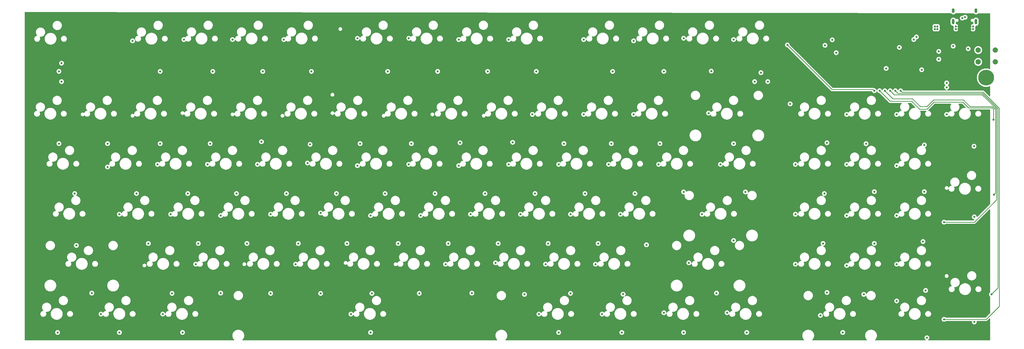
<source format=gbr>
G04 #@! TF.GenerationSoftware,KiCad,Pcbnew,8.0.6*
G04 #@! TF.CreationDate,2025-01-12T17:42:35+11:00*
G04 #@! TF.ProjectId,keyboard,6b657962-6f61-4726-942e-6b696361645f,rev?*
G04 #@! TF.SameCoordinates,Original*
G04 #@! TF.FileFunction,Copper,L2,Inr*
G04 #@! TF.FilePolarity,Positive*
%FSLAX46Y46*%
G04 Gerber Fmt 4.6, Leading zero omitted, Abs format (unit mm)*
G04 Created by KiCad (PCBNEW 8.0.6) date 2025-01-12 17:42:35*
%MOMM*%
%LPD*%
G01*
G04 APERTURE LIST*
G04 #@! TA.AperFunction,ComponentPad*
%ADD10C,2.000000*%
G04 #@! TD*
G04 #@! TA.AperFunction,ComponentPad*
%ADD11C,6.000000*%
G04 #@! TD*
G04 #@! TA.AperFunction,ComponentPad*
%ADD12O,1.000000X1.800000*%
G04 #@! TD*
G04 #@! TA.AperFunction,ComponentPad*
%ADD13O,1.000000X2.100000*%
G04 #@! TD*
G04 #@! TA.AperFunction,ViaPad*
%ADD14C,0.800000*%
G04 #@! TD*
G04 #@! TA.AperFunction,Conductor*
%ADD15C,0.250000*%
G04 #@! TD*
G04 APERTURE END LIST*
D10*
X391500000Y-36500000D03*
X385000000Y-36500000D03*
X391500000Y-41000000D03*
X385000000Y-41000000D03*
D11*
X388000000Y-47000000D03*
D12*
X375500000Y-21500000D03*
D13*
X375500000Y-25700000D03*
D12*
X384140000Y-21500000D03*
D13*
X384140000Y-25700000D03*
D14*
X51500000Y-137000000D03*
X63500000Y-33000000D03*
X58500000Y-99000000D03*
X54000000Y-81000000D03*
X83000000Y-32500000D03*
X87500000Y-118000000D03*
X73000000Y-80000000D03*
X75000000Y-137000000D03*
X78000000Y-99000000D03*
X97000000Y-99500000D03*
X101500000Y-32500000D03*
X92000000Y-80000000D03*
X111000000Y-80000000D03*
X125500000Y-118000000D03*
X116000000Y-99000000D03*
X121000000Y-32500000D03*
X135000000Y-98500000D03*
X146500000Y-137000000D03*
X130000000Y-79500000D03*
X149000000Y-80500000D03*
X154000000Y-99500000D03*
X149000000Y-32000000D03*
X182500000Y-118000000D03*
X173000000Y-99500000D03*
X168500000Y-32000000D03*
X168500000Y-80000000D03*
X201500000Y-117500000D03*
X192000000Y-99000000D03*
X187500000Y-32500000D03*
X187500000Y-80500000D03*
X218000000Y-137000000D03*
X211000000Y-99000000D03*
X206500000Y-80000000D03*
X215500000Y-61000000D03*
X206500000Y-32500000D03*
X220500000Y-118000000D03*
X242000000Y-137000000D03*
X235000000Y-61000000D03*
X235000000Y-32500000D03*
X230000000Y-99000000D03*
X225500000Y-80000000D03*
X239500000Y-118000000D03*
X254000000Y-33000000D03*
X249000000Y-99000000D03*
X254000000Y-61000000D03*
X244500000Y-80000000D03*
X263500000Y-80000000D03*
X280000000Y-99000000D03*
X265500000Y-136500000D03*
X275000000Y-117500000D03*
X273000000Y-32000014D03*
X292000000Y-32500000D03*
X287000000Y-80000000D03*
X282500000Y-60500000D03*
X289500000Y-136500000D03*
X315500000Y-118000000D03*
X315500000Y-99000000D03*
X315500000Y-80000000D03*
X313500000Y-57000000D03*
X335000000Y-99500000D03*
X335000000Y-61000000D03*
X335000000Y-80000000D03*
X325000000Y-137500000D03*
X335000000Y-118500000D03*
X354000000Y-99500000D03*
X354000000Y-80500000D03*
X354000000Y-118000000D03*
X354000000Y-132000000D03*
X354000000Y-61000000D03*
X373000000Y-61000000D03*
X312451991Y-34548007D03*
X345500000Y-52000000D03*
X347500000Y-52000000D03*
X390775000Y-63000000D03*
X349500000Y-52000000D03*
X391000000Y-91500000D03*
X351500000Y-52000000D03*
X372000000Y-102000000D03*
X353500000Y-52000000D03*
X390000000Y-129500000D03*
X372000000Y-139000000D03*
X355500000Y-52000000D03*
X329500000Y-32610000D03*
X331000000Y-37500000D03*
X300000000Y-48500000D03*
X305000000Y-48500000D03*
X36500000Y-41500000D03*
X36500000Y-48500000D03*
X373000000Y-50725000D03*
X350000000Y-43500000D03*
X99500000Y-106885000D03*
X233000000Y-106885000D03*
X223000000Y-144500000D03*
X125500000Y-40500000D03*
X184500000Y-125885000D03*
X58000000Y-88610000D03*
X171500000Y-87885000D03*
X292500000Y-146385000D03*
X338000000Y-87885000D03*
X266000000Y-87885000D03*
X376000000Y-136000000D03*
X209500000Y-87885000D03*
X107500000Y-40500000D03*
X357000000Y-87885000D03*
X277500000Y-40500000D03*
X290000000Y-87885000D03*
X193000000Y-40500000D03*
X285375000Y-106125000D03*
X127500000Y-125885000D03*
X238000000Y-68385000D03*
X191000000Y-87885000D03*
X356500000Y-125535000D03*
X176000000Y-106885000D03*
X199500000Y-68885000D03*
X357500000Y-145500000D03*
X32500000Y-145000000D03*
X62000000Y-106885000D03*
X369500000Y-32500000D03*
X320000000Y-69610000D03*
X156500000Y-106885000D03*
X118500000Y-106885000D03*
X71625000Y-124875000D03*
X348000000Y-31885000D03*
X105000000Y-68885000D03*
X35000000Y-107500000D03*
X382000000Y-28500000D03*
X247000000Y-87885000D03*
X35500000Y-86500000D03*
X81000000Y-106885000D03*
X241000000Y-40500000D03*
X284875000Y-67625000D03*
X95500000Y-87885000D03*
X228500000Y-87885000D03*
X47000000Y-68775000D03*
X162000000Y-68885000D03*
X245500000Y-146385000D03*
X115000000Y-87885000D03*
X77500000Y-87885000D03*
X70000000Y-40000000D03*
X297000000Y-40500000D03*
X377500000Y-27500000D03*
X337500000Y-124500000D03*
X155000000Y-40500000D03*
X152500000Y-87885000D03*
X86000000Y-68885000D03*
X269000000Y-146385000D03*
X278500000Y-127500000D03*
X205000000Y-125885000D03*
X243000000Y-125885000D03*
X173500000Y-40500000D03*
X80000000Y-144500000D03*
X356500000Y-106885000D03*
X123500000Y-68885000D03*
X320000000Y-87885000D03*
X259500000Y-40500000D03*
X368500000Y-32500000D03*
X137500000Y-106885000D03*
X87500000Y-40000000D03*
X320500000Y-32610000D03*
X376500000Y-31885000D03*
X257000000Y-68885000D03*
X338000000Y-106685000D03*
X382000000Y-27500000D03*
X322000000Y-124000000D03*
X29110000Y-67890000D03*
X357500000Y-68547500D03*
X181000000Y-68885000D03*
X54500000Y-146385000D03*
X330500000Y-145000000D03*
X142500000Y-69610000D03*
X252000000Y-106885000D03*
X164500000Y-125885000D03*
X152000000Y-145000000D03*
X375000000Y-28500000D03*
X211500000Y-40500000D03*
X368500000Y-31500000D03*
X319250000Y-105750000D03*
X39875000Y-124625000D03*
X218500000Y-68385000D03*
X66500000Y-68885000D03*
X334000000Y-68885000D03*
X31000000Y-39000000D03*
X319000000Y-39000000D03*
X377500000Y-28500000D03*
X377000000Y-68885000D03*
X108000000Y-125885000D03*
X378500000Y-97000000D03*
X134500000Y-87885000D03*
X384500000Y-31500000D03*
X89000000Y-125885000D03*
X195000000Y-106885000D03*
X369500000Y-31500000D03*
X147000000Y-125885000D03*
X214000000Y-106885000D03*
X222500000Y-125885000D03*
X145000000Y-110115000D03*
X112500000Y-71390000D03*
X131000000Y-72390000D03*
X285500000Y-129000000D03*
X292000000Y-108990000D03*
X249500000Y-144000000D03*
X368500000Y-28500000D03*
X327500000Y-128765000D03*
X169500000Y-72115000D03*
X82500000Y-144000000D03*
X65000000Y-91115000D03*
X74000000Y-72115000D03*
X258875000Y-110625000D03*
X376499997Y-27500000D03*
X135000000Y-129115000D03*
X355012500Y-35487500D03*
X159500000Y-91115000D03*
X342350000Y-72150000D03*
X160500000Y-44615000D03*
X250000000Y-129398900D03*
X369500000Y-27500000D03*
X364500000Y-90390000D03*
X225500000Y-144000000D03*
X383500000Y-100000000D03*
X131500000Y-44615000D03*
X107000000Y-110115000D03*
X178500000Y-91115000D03*
X141000000Y-91115000D03*
X264000000Y-72115000D03*
X188000000Y-71790000D03*
X84500000Y-91115000D03*
X154000000Y-144000000D03*
X230000000Y-129115000D03*
X283500000Y-44500000D03*
X47999983Y-128999983D03*
X365000000Y-128000000D03*
X208000000Y-71615000D03*
X183500000Y-110115000D03*
X221500000Y-110115000D03*
X383034153Y-27524246D03*
X54000000Y-72115000D03*
X42137300Y-110862700D03*
X345500000Y-90390000D03*
X364000000Y-109390000D03*
X296500000Y-90500000D03*
X246000000Y-44615000D03*
X78500000Y-129115000D03*
X292000000Y-72115000D03*
X35000000Y-144000000D03*
X94000000Y-44615000D03*
X217000000Y-44615000D03*
X227500000Y-72115000D03*
X150000000Y-72115000D03*
X364500000Y-72615000D03*
X297000000Y-144000000D03*
X369500000Y-28500000D03*
X326500000Y-91115000D03*
X212500000Y-129500000D03*
X368500000Y-27500000D03*
X164500000Y-110115000D03*
X88500000Y-110115000D03*
X345500000Y-110115000D03*
X326000000Y-110115000D03*
X58500000Y-144000000D03*
X326738336Y-34693652D03*
X41500000Y-91115000D03*
X240500000Y-110115000D03*
X103000000Y-91115000D03*
X254500000Y-91115000D03*
X302400000Y-45100000D03*
X235500000Y-91115000D03*
X97000000Y-129000000D03*
X154500000Y-129115000D03*
X245500000Y-72115000D03*
X381190000Y-36000000D03*
X327500000Y-71790000D03*
X383500000Y-140000000D03*
X383400000Y-73100000D03*
X192500000Y-129000000D03*
X172500000Y-129115000D03*
X333500000Y-144000000D03*
X273000000Y-144000000D03*
X116000000Y-129115000D03*
X202500000Y-110115000D03*
X376500000Y-28500000D03*
X198500000Y-44615000D03*
X375500000Y-35000000D03*
X35500000Y-44615000D03*
X197500000Y-91115000D03*
X74000000Y-44615000D03*
X216500000Y-91115000D03*
X122000000Y-91115000D03*
X265500000Y-44615000D03*
X365500000Y-146000000D03*
X179500000Y-44615000D03*
X126500000Y-110115000D03*
X383000000Y-28500000D03*
X93000000Y-72115000D03*
X113000000Y-44615000D03*
X35500000Y-72115000D03*
X273000000Y-90500000D03*
X341500000Y-129500000D03*
X69500000Y-110115000D03*
X380000000Y-24000000D03*
X360500000Y-32500000D03*
X378951992Y-24325000D03*
X361500000Y-31500000D03*
X370000000Y-37000000D03*
X370000000Y-40000000D03*
X373000000Y-49000000D03*
X363500000Y-44000002D03*
D15*
X355500000Y-52000000D02*
X356000000Y-52500000D01*
X356000000Y-52500000D02*
X386797739Y-52500000D01*
X386797739Y-52500000D02*
X393000000Y-58702261D01*
X393000000Y-58702261D02*
X393000000Y-134000000D01*
X388000000Y-139000000D02*
X372000000Y-139000000D01*
X393000000Y-134000000D02*
X388000000Y-139000000D01*
X353500000Y-52000000D02*
X354500000Y-53000000D01*
X354500000Y-53000000D02*
X386661343Y-53000000D01*
X386661343Y-53000000D02*
X392500000Y-58838657D01*
X392500000Y-58838657D02*
X392500000Y-127000000D01*
X392500000Y-127000000D02*
X390000000Y-129500000D01*
X351500000Y-52000000D02*
X353000000Y-53500000D01*
X353000000Y-53500000D02*
X386524947Y-53500000D01*
X392000000Y-58975053D02*
X392000000Y-93500000D01*
X386524947Y-53500000D02*
X392000000Y-58975053D01*
X392000000Y-93500000D02*
X383500000Y-102000000D01*
X383500000Y-102000000D02*
X372000000Y-102000000D01*
X349500000Y-52000000D02*
X352500000Y-55000000D01*
X352500000Y-55000000D02*
X360000000Y-55000000D01*
X360000000Y-55000000D02*
X363000000Y-58000000D01*
X381834454Y-58000000D02*
X390388551Y-58000000D01*
X391550000Y-90950000D02*
X391000000Y-91500000D01*
X363000000Y-58000000D02*
X365500000Y-58000000D01*
X365500000Y-58000000D02*
X368000000Y-55500000D01*
X379334454Y-55500000D02*
X381834454Y-58000000D01*
X368000000Y-55500000D02*
X379334454Y-55500000D01*
X390388551Y-58000000D02*
X391550000Y-59161449D01*
X391550000Y-59161449D02*
X391550000Y-90950000D01*
X347500000Y-52000000D02*
X351500000Y-56000000D01*
X362710425Y-59000000D02*
X365500000Y-59000000D01*
X351500000Y-56000000D02*
X359710425Y-56000000D01*
X390775000Y-59022845D02*
X390775000Y-63000000D01*
X359710425Y-56000000D02*
X362710425Y-59000000D01*
X365500000Y-59000000D02*
X368190000Y-56310000D01*
X368190000Y-56310000D02*
X379160850Y-56310000D01*
X379160850Y-56310000D02*
X381350850Y-58500000D01*
X381350850Y-58500000D02*
X390252155Y-58500000D01*
X390252155Y-58500000D02*
X390775000Y-59022845D01*
X345500000Y-52000000D02*
X345000000Y-51500000D01*
X345000000Y-51500000D02*
X329403984Y-51500000D01*
X329403984Y-51500000D02*
X312451991Y-34548007D01*
G04 #@! TA.AperFunction,Conductor*
G36*
X374608332Y-22479711D02*
G01*
X374675340Y-22499486D01*
X374711261Y-22534820D01*
X374716648Y-22542883D01*
X374857115Y-22683350D01*
X374857119Y-22683353D01*
X375022289Y-22793717D01*
X375022295Y-22793720D01*
X375022296Y-22793721D01*
X375205831Y-22869744D01*
X375400666Y-22908499D01*
X375400670Y-22908500D01*
X375400671Y-22908500D01*
X375599330Y-22908500D01*
X375599331Y-22908499D01*
X375794169Y-22869744D01*
X375977704Y-22793721D01*
X376142881Y-22683353D01*
X376283353Y-22542881D01*
X376287114Y-22537251D01*
X376340724Y-22492445D01*
X376390384Y-22482139D01*
X383256203Y-22491493D01*
X383323212Y-22511268D01*
X383351575Y-22539163D01*
X383352783Y-22538173D01*
X383356649Y-22542884D01*
X383497115Y-22683350D01*
X383497119Y-22683353D01*
X383662289Y-22793717D01*
X383662295Y-22793720D01*
X383662296Y-22793721D01*
X383845831Y-22869744D01*
X384040666Y-22908499D01*
X384040670Y-22908500D01*
X384040671Y-22908500D01*
X384239330Y-22908500D01*
X384239331Y-22908499D01*
X384434169Y-22869744D01*
X384617704Y-22793721D01*
X384782881Y-22683353D01*
X384923353Y-22542881D01*
X384923357Y-22542874D01*
X384926347Y-22539233D01*
X384984093Y-22499899D01*
X385022363Y-22493899D01*
X389376169Y-22499831D01*
X389443182Y-22519607D01*
X389488864Y-22572473D01*
X389500000Y-22623831D01*
X389500000Y-43637262D01*
X389480315Y-43704301D01*
X389427511Y-43750056D01*
X389358353Y-43760000D01*
X389331563Y-43753026D01*
X389085684Y-43658642D01*
X389085676Y-43658640D01*
X389085674Y-43658639D01*
X388730459Y-43563459D01*
X388730455Y-43563458D01*
X388730454Y-43563458D01*
X388367242Y-43505931D01*
X388000001Y-43486685D01*
X387999999Y-43486685D01*
X387632757Y-43505931D01*
X387269546Y-43563458D01*
X387269544Y-43563458D01*
X386914318Y-43658641D01*
X386571002Y-43790428D01*
X386243338Y-43957382D01*
X385934926Y-44157666D01*
X385649137Y-44389094D01*
X385649129Y-44389101D01*
X385389101Y-44649129D01*
X385389094Y-44649137D01*
X385157666Y-44934926D01*
X384957382Y-45243338D01*
X384790428Y-45571002D01*
X384658641Y-45914318D01*
X384563458Y-46269544D01*
X384563458Y-46269546D01*
X384505931Y-46632757D01*
X384486685Y-46999999D01*
X384486685Y-47000000D01*
X384505931Y-47367242D01*
X384560042Y-47708883D01*
X384563459Y-47730459D01*
X384625783Y-47963056D01*
X384658641Y-48085681D01*
X384790428Y-48428997D01*
X384957382Y-48756662D01*
X385157666Y-49065073D01*
X385249814Y-49178866D01*
X385389098Y-49350867D01*
X385649133Y-49610902D01*
X385808313Y-49739804D01*
X385934926Y-49842333D01*
X386120457Y-49962818D01*
X386243342Y-50042620D01*
X386571006Y-50209573D01*
X386914326Y-50341361D01*
X387269541Y-50436541D01*
X387632759Y-50494069D01*
X387979688Y-50512250D01*
X387999999Y-50513315D01*
X388000000Y-50513315D01*
X388000001Y-50513315D01*
X388019247Y-50512306D01*
X388367241Y-50494069D01*
X388730459Y-50436541D01*
X389085674Y-50341361D01*
X389331563Y-50246972D01*
X389401203Y-50241325D01*
X389462842Y-50274225D01*
X389496910Y-50335226D01*
X389500000Y-50362737D01*
X389500000Y-54006994D01*
X389480315Y-54074033D01*
X389427511Y-54119788D01*
X389358353Y-54129732D01*
X389294797Y-54100707D01*
X389288319Y-54094675D01*
X387201575Y-52007931D01*
X387201571Y-52007928D01*
X387097820Y-51938603D01*
X387097811Y-51938598D01*
X386982524Y-51890845D01*
X386982516Y-51890843D01*
X386860137Y-51866500D01*
X386860133Y-51866500D01*
X373179088Y-51866500D01*
X373112049Y-51846815D01*
X373066294Y-51794011D01*
X373056350Y-51724853D01*
X373085375Y-51661297D01*
X373144153Y-51623523D01*
X373153307Y-51621210D01*
X373169107Y-51617851D01*
X373282288Y-51593794D01*
X373456752Y-51516118D01*
X373611253Y-51403866D01*
X373739040Y-51261944D01*
X373834527Y-51096556D01*
X373893542Y-50914928D01*
X373913504Y-50725000D01*
X373893542Y-50535072D01*
X373834527Y-50353444D01*
X373739040Y-50188056D01*
X373611253Y-50046134D01*
X373496576Y-49962816D01*
X373453913Y-49907488D01*
X373447934Y-49837875D01*
X373480540Y-49776080D01*
X373496573Y-49762185D01*
X373611253Y-49678866D01*
X373739040Y-49536944D01*
X373834527Y-49371556D01*
X373893542Y-49189928D01*
X373913504Y-49000000D01*
X373893542Y-48810072D01*
X373834527Y-48628444D01*
X373739040Y-48463056D01*
X373611253Y-48321134D01*
X373456752Y-48208882D01*
X373282288Y-48131206D01*
X373282286Y-48131205D01*
X373095487Y-48091500D01*
X372904513Y-48091500D01*
X372717714Y-48131205D01*
X372543246Y-48208883D01*
X372388745Y-48321135D01*
X372260959Y-48463057D01*
X372165473Y-48628443D01*
X372165470Y-48628450D01*
X372145495Y-48689928D01*
X372106458Y-48810072D01*
X372086496Y-49000000D01*
X372106458Y-49189928D01*
X372106459Y-49189931D01*
X372165470Y-49371549D01*
X372165473Y-49371556D01*
X372260960Y-49536944D01*
X372388747Y-49678866D01*
X372481947Y-49746580D01*
X372503421Y-49762182D01*
X372546086Y-49817512D01*
X372552065Y-49887126D01*
X372519459Y-49948921D01*
X372503421Y-49962818D01*
X372388745Y-50046135D01*
X372260959Y-50188057D01*
X372165473Y-50353443D01*
X372165470Y-50353450D01*
X372113527Y-50513315D01*
X372106458Y-50535072D01*
X372086496Y-50725000D01*
X372106458Y-50914928D01*
X372106459Y-50914931D01*
X372165470Y-51096549D01*
X372165473Y-51096556D01*
X372260960Y-51261944D01*
X372388747Y-51403866D01*
X372543248Y-51516118D01*
X372717712Y-51593794D01*
X372808618Y-51613116D01*
X372846693Y-51621210D01*
X372908175Y-51654402D01*
X372941951Y-51715565D01*
X372937299Y-51785280D01*
X372895694Y-51841412D01*
X372830347Y-51866141D01*
X372820912Y-51866500D01*
X356501968Y-51866500D01*
X356434929Y-51846815D01*
X356389174Y-51794011D01*
X356384037Y-51780818D01*
X356334529Y-51628450D01*
X356334528Y-51628449D01*
X356334527Y-51628444D01*
X356239040Y-51463056D01*
X356111253Y-51321134D01*
X355956752Y-51208882D01*
X355782288Y-51131206D01*
X355782286Y-51131205D01*
X355595487Y-51091500D01*
X355404513Y-51091500D01*
X355217714Y-51131205D01*
X355043246Y-51208883D01*
X354888745Y-51321135D01*
X354760959Y-51463057D01*
X354665473Y-51628443D01*
X354665470Y-51628450D01*
X354617931Y-51774761D01*
X354578493Y-51832437D01*
X354514135Y-51859635D01*
X354445288Y-51847720D01*
X354393813Y-51800476D01*
X354382069Y-51774761D01*
X354334529Y-51628450D01*
X354334528Y-51628449D01*
X354334527Y-51628444D01*
X354239040Y-51463056D01*
X354111253Y-51321134D01*
X353956752Y-51208882D01*
X353782288Y-51131206D01*
X353782286Y-51131205D01*
X353595487Y-51091500D01*
X353404513Y-51091500D01*
X353217714Y-51131205D01*
X353043246Y-51208883D01*
X352888745Y-51321135D01*
X352760959Y-51463057D01*
X352665473Y-51628443D01*
X352665470Y-51628450D01*
X352617931Y-51774761D01*
X352578493Y-51832437D01*
X352514135Y-51859635D01*
X352445288Y-51847720D01*
X352393813Y-51800476D01*
X352382069Y-51774761D01*
X352334529Y-51628450D01*
X352334528Y-51628449D01*
X352334527Y-51628444D01*
X352239040Y-51463056D01*
X352111253Y-51321134D01*
X351956752Y-51208882D01*
X351782288Y-51131206D01*
X351782286Y-51131205D01*
X351595487Y-51091500D01*
X351404513Y-51091500D01*
X351217714Y-51131205D01*
X351043246Y-51208883D01*
X350888745Y-51321135D01*
X350760959Y-51463057D01*
X350665473Y-51628443D01*
X350665470Y-51628450D01*
X350617931Y-51774761D01*
X350578493Y-51832437D01*
X350514135Y-51859635D01*
X350445288Y-51847720D01*
X350393813Y-51800476D01*
X350382069Y-51774761D01*
X350334529Y-51628450D01*
X350334528Y-51628449D01*
X350334527Y-51628444D01*
X350239040Y-51463056D01*
X350111253Y-51321134D01*
X349956752Y-51208882D01*
X349782288Y-51131206D01*
X349782286Y-51131205D01*
X349595487Y-51091500D01*
X349404513Y-51091500D01*
X349217714Y-51131205D01*
X349043246Y-51208883D01*
X348888745Y-51321135D01*
X348760959Y-51463057D01*
X348665473Y-51628443D01*
X348665470Y-51628450D01*
X348617931Y-51774761D01*
X348578493Y-51832437D01*
X348514135Y-51859635D01*
X348445288Y-51847720D01*
X348393813Y-51800476D01*
X348382069Y-51774761D01*
X348334529Y-51628450D01*
X348334528Y-51628449D01*
X348334527Y-51628444D01*
X348239040Y-51463056D01*
X348111253Y-51321134D01*
X347956752Y-51208882D01*
X347782288Y-51131206D01*
X347782286Y-51131205D01*
X347595487Y-51091500D01*
X347404513Y-51091500D01*
X347217714Y-51131205D01*
X347043246Y-51208883D01*
X346888745Y-51321135D01*
X346760959Y-51463057D01*
X346665473Y-51628443D01*
X346665470Y-51628450D01*
X346617931Y-51774761D01*
X346578493Y-51832437D01*
X346514135Y-51859635D01*
X346445288Y-51847720D01*
X346393813Y-51800476D01*
X346382069Y-51774761D01*
X346334529Y-51628450D01*
X346334528Y-51628449D01*
X346334527Y-51628444D01*
X346239040Y-51463056D01*
X346111253Y-51321134D01*
X345956752Y-51208882D01*
X345782288Y-51131206D01*
X345782286Y-51131205D01*
X345595487Y-51091500D01*
X345538766Y-51091500D01*
X345471727Y-51071815D01*
X345451084Y-51055180D01*
X345403836Y-51007931D01*
X345403832Y-51007928D01*
X345300081Y-50938603D01*
X345300072Y-50938598D01*
X345184785Y-50890845D01*
X345184777Y-50890843D01*
X345062398Y-50866500D01*
X345062394Y-50866500D01*
X329717750Y-50866500D01*
X329650711Y-50846815D01*
X329630069Y-50830181D01*
X322299888Y-43500000D01*
X349086496Y-43500000D01*
X349106458Y-43689928D01*
X349106459Y-43689931D01*
X349165470Y-43871549D01*
X349165473Y-43871556D01*
X349260960Y-44036944D01*
X349388747Y-44178866D01*
X349543248Y-44291118D01*
X349717712Y-44368794D01*
X349904513Y-44408500D01*
X350095487Y-44408500D01*
X350282288Y-44368794D01*
X350456752Y-44291118D01*
X350611253Y-44178866D01*
X350739040Y-44036944D01*
X350760369Y-44000002D01*
X362586496Y-44000002D01*
X362606458Y-44189930D01*
X362606459Y-44189933D01*
X362665470Y-44371551D01*
X362665473Y-44371558D01*
X362760960Y-44536946D01*
X362888747Y-44678868D01*
X363043248Y-44791120D01*
X363217712Y-44868796D01*
X363404513Y-44908502D01*
X363595487Y-44908502D01*
X363782288Y-44868796D01*
X363956752Y-44791120D01*
X364111253Y-44678868D01*
X364239040Y-44536946D01*
X364334527Y-44371558D01*
X364393542Y-44189930D01*
X364413504Y-44000002D01*
X364393542Y-43810074D01*
X364334527Y-43628446D01*
X364239040Y-43463058D01*
X364111253Y-43321136D01*
X363956752Y-43208884D01*
X363782288Y-43131208D01*
X363782286Y-43131207D01*
X363595487Y-43091502D01*
X363404513Y-43091502D01*
X363217714Y-43131207D01*
X363043246Y-43208885D01*
X362888745Y-43321137D01*
X362760959Y-43463059D01*
X362665473Y-43628445D01*
X362665470Y-43628452D01*
X362612841Y-43790428D01*
X362606458Y-43810074D01*
X362586496Y-44000002D01*
X350760369Y-44000002D01*
X350834527Y-43871556D01*
X350893542Y-43689928D01*
X350913504Y-43500000D01*
X350893542Y-43310072D01*
X350834527Y-43128444D01*
X350739040Y-42963056D01*
X350611253Y-42821134D01*
X350456752Y-42708882D01*
X350282288Y-42631206D01*
X350282286Y-42631205D01*
X350095487Y-42591500D01*
X349904513Y-42591500D01*
X349717714Y-42631205D01*
X349543246Y-42708883D01*
X349388745Y-42821135D01*
X349260959Y-42963057D01*
X349165473Y-43128443D01*
X349165470Y-43128450D01*
X349106459Y-43310068D01*
X349106458Y-43310072D01*
X349086496Y-43500000D01*
X322299888Y-43500000D01*
X319799888Y-41000000D01*
X383486835Y-41000000D01*
X383505465Y-41236714D01*
X383560895Y-41467595D01*
X383560895Y-41467597D01*
X383651757Y-41686959D01*
X383651759Y-41686962D01*
X383775820Y-41889410D01*
X383775821Y-41889413D01*
X383775824Y-41889416D01*
X383930031Y-42069969D01*
X384057531Y-42178864D01*
X384110586Y-42224178D01*
X384110589Y-42224179D01*
X384313037Y-42348240D01*
X384313040Y-42348242D01*
X384532403Y-42439104D01*
X384532404Y-42439104D01*
X384532406Y-42439105D01*
X384763289Y-42494535D01*
X385000000Y-42513165D01*
X385236711Y-42494535D01*
X385467594Y-42439105D01*
X385467596Y-42439104D01*
X385467597Y-42439104D01*
X385686959Y-42348242D01*
X385686960Y-42348241D01*
X385686963Y-42348240D01*
X385889416Y-42224176D01*
X386069969Y-42069969D01*
X386224176Y-41889416D01*
X386348240Y-41686963D01*
X386439105Y-41467594D01*
X386494535Y-41236711D01*
X386513165Y-41000000D01*
X386494535Y-40763289D01*
X386439105Y-40532406D01*
X386439104Y-40532403D01*
X386439104Y-40532402D01*
X386348242Y-40313040D01*
X386348240Y-40313037D01*
X386224179Y-40110589D01*
X386224178Y-40110586D01*
X386129728Y-40000000D01*
X386069969Y-39930031D01*
X385929511Y-39810068D01*
X385889413Y-39775821D01*
X385889410Y-39775820D01*
X385686962Y-39651759D01*
X385686959Y-39651757D01*
X385467596Y-39560895D01*
X385236714Y-39505465D01*
X385000000Y-39486835D01*
X384763285Y-39505465D01*
X384532404Y-39560895D01*
X384532402Y-39560895D01*
X384313040Y-39651757D01*
X384313037Y-39651759D01*
X384110589Y-39775820D01*
X384110586Y-39775821D01*
X383930031Y-39930031D01*
X383775821Y-40110586D01*
X383775820Y-40110589D01*
X383651759Y-40313037D01*
X383651757Y-40313040D01*
X383560895Y-40532402D01*
X383560895Y-40532404D01*
X383505465Y-40763285D01*
X383486835Y-41000000D01*
X319799888Y-41000000D01*
X318799888Y-40000000D01*
X369086496Y-40000000D01*
X369106458Y-40189928D01*
X369106459Y-40189931D01*
X369165470Y-40371549D01*
X369165473Y-40371556D01*
X369260960Y-40536944D01*
X369388747Y-40678866D01*
X369543248Y-40791118D01*
X369717712Y-40868794D01*
X369904513Y-40908500D01*
X370095487Y-40908500D01*
X370282288Y-40868794D01*
X370456752Y-40791118D01*
X370611253Y-40678866D01*
X370739040Y-40536944D01*
X370834527Y-40371556D01*
X370893542Y-40189928D01*
X370913504Y-40000000D01*
X370893542Y-39810072D01*
X370834527Y-39628444D01*
X370739040Y-39463056D01*
X370611253Y-39321134D01*
X370456752Y-39208882D01*
X370282288Y-39131206D01*
X370282286Y-39131205D01*
X370095487Y-39091500D01*
X369904513Y-39091500D01*
X369717714Y-39131205D01*
X369543246Y-39208883D01*
X369388745Y-39321135D01*
X369260959Y-39463057D01*
X369165473Y-39628443D01*
X369165470Y-39628450D01*
X369117586Y-39775824D01*
X369106458Y-39810072D01*
X369086496Y-40000000D01*
X318799888Y-40000000D01*
X316299888Y-37500000D01*
X330086496Y-37500000D01*
X330106458Y-37689928D01*
X330106459Y-37689931D01*
X330165470Y-37871549D01*
X330165473Y-37871556D01*
X330260960Y-38036944D01*
X330388747Y-38178866D01*
X330543248Y-38291118D01*
X330717712Y-38368794D01*
X330904513Y-38408500D01*
X331095487Y-38408500D01*
X331282288Y-38368794D01*
X331456752Y-38291118D01*
X331611253Y-38178866D01*
X331739040Y-38036944D01*
X331834527Y-37871556D01*
X331893542Y-37689928D01*
X331913504Y-37500000D01*
X331893542Y-37310072D01*
X331834527Y-37128444D01*
X331760370Y-37000000D01*
X369086496Y-37000000D01*
X369106458Y-37189928D01*
X369106459Y-37189931D01*
X369165470Y-37371549D01*
X369165473Y-37371556D01*
X369260960Y-37536944D01*
X369388747Y-37678866D01*
X369543248Y-37791118D01*
X369717712Y-37868794D01*
X369904513Y-37908500D01*
X370095487Y-37908500D01*
X370282288Y-37868794D01*
X370456752Y-37791118D01*
X370611253Y-37678866D01*
X370739040Y-37536944D01*
X370834527Y-37371556D01*
X370893542Y-37189928D01*
X370913504Y-37000000D01*
X370893542Y-36810072D01*
X370834527Y-36628444D01*
X370739040Y-36463056D01*
X370611253Y-36321134D01*
X370456752Y-36208882D01*
X370282288Y-36131206D01*
X370282286Y-36131205D01*
X370095487Y-36091500D01*
X369904513Y-36091500D01*
X369717714Y-36131205D01*
X369543246Y-36208883D01*
X369388745Y-36321135D01*
X369260959Y-36463057D01*
X369165473Y-36628443D01*
X369165470Y-36628450D01*
X369106459Y-36810068D01*
X369106458Y-36810072D01*
X369086496Y-37000000D01*
X331760370Y-37000000D01*
X331739040Y-36963056D01*
X331611253Y-36821134D01*
X331456752Y-36708882D01*
X331282288Y-36631206D01*
X331282286Y-36631205D01*
X331095487Y-36591500D01*
X330904513Y-36591500D01*
X330717714Y-36631205D01*
X330543246Y-36708883D01*
X330388745Y-36821135D01*
X330260959Y-36963057D01*
X330165473Y-37128443D01*
X330165470Y-37128450D01*
X330145495Y-37189928D01*
X330106458Y-37310072D01*
X330086496Y-37500000D01*
X316299888Y-37500000D01*
X313493540Y-34693652D01*
X325824832Y-34693652D01*
X325844794Y-34883580D01*
X325844795Y-34883583D01*
X325903806Y-35065201D01*
X325903809Y-35065208D01*
X325999296Y-35230596D01*
X326080817Y-35321134D01*
X326126210Y-35371549D01*
X326127083Y-35372518D01*
X326281584Y-35484770D01*
X326456048Y-35562446D01*
X326642849Y-35602152D01*
X326833823Y-35602152D01*
X327020624Y-35562446D01*
X327188956Y-35487500D01*
X354098996Y-35487500D01*
X354118958Y-35677428D01*
X354118959Y-35677431D01*
X354177970Y-35859049D01*
X354177973Y-35859056D01*
X354273460Y-36024444D01*
X354401247Y-36166366D01*
X354555748Y-36278618D01*
X354730212Y-36356294D01*
X354917013Y-36396000D01*
X355107987Y-36396000D01*
X355294788Y-36356294D01*
X355469252Y-36278618D01*
X355623753Y-36166366D01*
X355751540Y-36024444D01*
X355765653Y-36000000D01*
X380276496Y-36000000D01*
X380296458Y-36189928D01*
X380296459Y-36189931D01*
X380355470Y-36371549D01*
X380355473Y-36371556D01*
X380450960Y-36536944D01*
X380578747Y-36678866D01*
X380733248Y-36791118D01*
X380907712Y-36868794D01*
X381094513Y-36908500D01*
X381285487Y-36908500D01*
X381472288Y-36868794D01*
X381646752Y-36791118D01*
X381801253Y-36678866D01*
X381929040Y-36536944D01*
X381950370Y-36500000D01*
X383486835Y-36500000D01*
X383505465Y-36736714D01*
X383560895Y-36967595D01*
X383560895Y-36967597D01*
X383651757Y-37186959D01*
X383651759Y-37186962D01*
X383775820Y-37389410D01*
X383775821Y-37389413D01*
X383775824Y-37389416D01*
X383930031Y-37569969D01*
X384057531Y-37678864D01*
X384110586Y-37724178D01*
X384110589Y-37724179D01*
X384313037Y-37848240D01*
X384313040Y-37848242D01*
X384532403Y-37939104D01*
X384532404Y-37939104D01*
X384532406Y-37939105D01*
X384763289Y-37994535D01*
X385000000Y-38013165D01*
X385236711Y-37994535D01*
X385467594Y-37939105D01*
X385467596Y-37939104D01*
X385467597Y-37939104D01*
X385686959Y-37848242D01*
X385686960Y-37848241D01*
X385686963Y-37848240D01*
X385889416Y-37724176D01*
X386069969Y-37569969D01*
X386224176Y-37389416D01*
X386348240Y-37186963D01*
X386372480Y-37128444D01*
X386439104Y-36967597D01*
X386439104Y-36967596D01*
X386439105Y-36967594D01*
X386494535Y-36736711D01*
X386513165Y-36500000D01*
X386494535Y-36263289D01*
X386439105Y-36032406D01*
X386439104Y-36032403D01*
X386439104Y-36032402D01*
X386348242Y-35813040D01*
X386348240Y-35813037D01*
X386224179Y-35610589D01*
X386224178Y-35610586D01*
X386161281Y-35536944D01*
X386069969Y-35430031D01*
X385914875Y-35297568D01*
X385889413Y-35275821D01*
X385889410Y-35275820D01*
X385686962Y-35151759D01*
X385686959Y-35151757D01*
X385467596Y-35060895D01*
X385236714Y-35005465D01*
X385000000Y-34986835D01*
X384763285Y-35005465D01*
X384532404Y-35060895D01*
X384532402Y-35060895D01*
X384313040Y-35151757D01*
X384313037Y-35151759D01*
X384110589Y-35275820D01*
X384110586Y-35275821D01*
X383930031Y-35430031D01*
X383775821Y-35610586D01*
X383775820Y-35610589D01*
X383651759Y-35813037D01*
X383651757Y-35813040D01*
X383560895Y-36032402D01*
X383560895Y-36032404D01*
X383505465Y-36263285D01*
X383486835Y-36500000D01*
X381950370Y-36500000D01*
X382024527Y-36371556D01*
X382083542Y-36189928D01*
X382103504Y-36000000D01*
X382083542Y-35810072D01*
X382024527Y-35628444D01*
X381929040Y-35463056D01*
X381801253Y-35321134D01*
X381646752Y-35208882D01*
X381472288Y-35131206D01*
X381472286Y-35131205D01*
X381285487Y-35091500D01*
X381094513Y-35091500D01*
X380907714Y-35131205D01*
X380733246Y-35208883D01*
X380578745Y-35321135D01*
X380450959Y-35463057D01*
X380355473Y-35628443D01*
X380355470Y-35628450D01*
X380296459Y-35810068D01*
X380296458Y-35810072D01*
X380276496Y-36000000D01*
X355765653Y-36000000D01*
X355847027Y-35859056D01*
X355906042Y-35677428D01*
X355926004Y-35487500D01*
X355906042Y-35297572D01*
X355847027Y-35115944D01*
X355780087Y-35000000D01*
X374586496Y-35000000D01*
X374606458Y-35189928D01*
X374606459Y-35189931D01*
X374665470Y-35371549D01*
X374665473Y-35371556D01*
X374760960Y-35536944D01*
X374888747Y-35678866D01*
X375043248Y-35791118D01*
X375217712Y-35868794D01*
X375404513Y-35908500D01*
X375595487Y-35908500D01*
X375782288Y-35868794D01*
X375956752Y-35791118D01*
X376111253Y-35678866D01*
X376239040Y-35536944D01*
X376334527Y-35371556D01*
X376393542Y-35189928D01*
X376413504Y-35000000D01*
X376393542Y-34810072D01*
X376334527Y-34628444D01*
X376239040Y-34463056D01*
X376111253Y-34321134D01*
X375956752Y-34208882D01*
X375782288Y-34131206D01*
X375782286Y-34131205D01*
X375595487Y-34091500D01*
X375404513Y-34091500D01*
X375217714Y-34131205D01*
X375043246Y-34208883D01*
X374888745Y-34321135D01*
X374760959Y-34463057D01*
X374665473Y-34628443D01*
X374665470Y-34628450D01*
X374606925Y-34808634D01*
X374606458Y-34810072D01*
X374586496Y-35000000D01*
X355780087Y-35000000D01*
X355751540Y-34950556D01*
X355623753Y-34808634D01*
X355469252Y-34696382D01*
X355294788Y-34618706D01*
X355294786Y-34618705D01*
X355107987Y-34579000D01*
X354917013Y-34579000D01*
X354730214Y-34618705D01*
X354555746Y-34696383D01*
X354401245Y-34808635D01*
X354273459Y-34950557D01*
X354177973Y-35115943D01*
X354177970Y-35115950D01*
X354126025Y-35275821D01*
X354118958Y-35297572D01*
X354098996Y-35487500D01*
X327188956Y-35487500D01*
X327195088Y-35484770D01*
X327349589Y-35372518D01*
X327477376Y-35230596D01*
X327572863Y-35065208D01*
X327631878Y-34883580D01*
X327651840Y-34693652D01*
X327631878Y-34503724D01*
X327575755Y-34330998D01*
X327572865Y-34322102D01*
X327572864Y-34322101D01*
X327572863Y-34322096D01*
X327477376Y-34156708D01*
X327349589Y-34014786D01*
X327195088Y-33902534D01*
X327020624Y-33824858D01*
X327020622Y-33824857D01*
X326833823Y-33785152D01*
X326642849Y-33785152D01*
X326456050Y-33824857D01*
X326450884Y-33827157D01*
X326296148Y-33896050D01*
X326281582Y-33902535D01*
X326127081Y-34014787D01*
X325999295Y-34156709D01*
X325903809Y-34322095D01*
X325903806Y-34322102D01*
X325844795Y-34503720D01*
X325844794Y-34503724D01*
X325824832Y-34693652D01*
X313493540Y-34693652D01*
X313398611Y-34598723D01*
X313365126Y-34537400D01*
X313362974Y-34524022D01*
X313345533Y-34358079D01*
X313286518Y-34176451D01*
X313191031Y-34011063D01*
X313063244Y-33869141D01*
X312908743Y-33756889D01*
X312734279Y-33679213D01*
X312734277Y-33679212D01*
X312547478Y-33639507D01*
X312356504Y-33639507D01*
X312169705Y-33679212D01*
X311995237Y-33756890D01*
X311840736Y-33869142D01*
X311712950Y-34011064D01*
X311617464Y-34176450D01*
X311617461Y-34176457D01*
X311558450Y-34358075D01*
X311558449Y-34358079D01*
X311538487Y-34548007D01*
X311558449Y-34737935D01*
X311558450Y-34737938D01*
X311617461Y-34919556D01*
X311617464Y-34919563D01*
X311712951Y-35084951D01*
X311840738Y-35226873D01*
X311995239Y-35339125D01*
X312169703Y-35416801D01*
X312356504Y-35456507D01*
X312413225Y-35456507D01*
X312480264Y-35476192D01*
X312500906Y-35492826D01*
X329000147Y-51992068D01*
X329000151Y-51992071D01*
X329103902Y-52061396D01*
X329103908Y-52061399D01*
X329103909Y-52061400D01*
X329219199Y-52109155D01*
X329341585Y-52133499D01*
X329341589Y-52133500D01*
X329341590Y-52133500D01*
X329466377Y-52133500D01*
X344498032Y-52133500D01*
X344565071Y-52153185D01*
X344610826Y-52205989D01*
X344615963Y-52219182D01*
X344665470Y-52371549D01*
X344665473Y-52371556D01*
X344760960Y-52536944D01*
X344888747Y-52678866D01*
X345043248Y-52791118D01*
X345217712Y-52868794D01*
X345404513Y-52908500D01*
X345595487Y-52908500D01*
X345782288Y-52868794D01*
X345956752Y-52791118D01*
X346111253Y-52678866D01*
X346239040Y-52536944D01*
X346334527Y-52371556D01*
X346382069Y-52225238D01*
X346421506Y-52167562D01*
X346485865Y-52140364D01*
X346554711Y-52152279D01*
X346606187Y-52199523D01*
X346617931Y-52225238D01*
X346665470Y-52371549D01*
X346665473Y-52371556D01*
X346760960Y-52536944D01*
X346888747Y-52678866D01*
X347043248Y-52791118D01*
X347217712Y-52868794D01*
X347404513Y-52908500D01*
X347461234Y-52908500D01*
X347528273Y-52928185D01*
X347548915Y-52944819D01*
X351007929Y-56403833D01*
X351067152Y-56463056D01*
X351096168Y-56492072D01*
X351199918Y-56561396D01*
X351199924Y-56561399D01*
X351199925Y-56561400D01*
X351315215Y-56609155D01*
X351412183Y-56628443D01*
X351437601Y-56633499D01*
X351437605Y-56633500D01*
X351437606Y-56633500D01*
X355858653Y-56633500D01*
X355925692Y-56653185D01*
X355971447Y-56705989D01*
X355981391Y-56775147D01*
X355952366Y-56838703D01*
X355934141Y-56855873D01*
X355929820Y-56859189D01*
X355920835Y-56866083D01*
X355920830Y-56866089D01*
X355758581Y-57028338D01*
X355618892Y-57210382D01*
X355504157Y-57409109D01*
X355504150Y-57409123D01*
X355416342Y-57621112D01*
X355356953Y-57842759D01*
X355356951Y-57842770D01*
X355327000Y-58070258D01*
X355327000Y-58299741D01*
X355340488Y-58402186D01*
X355356952Y-58527238D01*
X355387131Y-58639868D01*
X355416342Y-58748887D01*
X355504150Y-58960876D01*
X355504157Y-58960890D01*
X355562186Y-59061400D01*
X355587990Y-59106094D01*
X355618892Y-59159617D01*
X355758581Y-59341661D01*
X355758589Y-59341670D01*
X355804738Y-59387819D01*
X355838223Y-59449142D01*
X355833239Y-59518834D01*
X355791367Y-59574767D01*
X355725903Y-59599184D01*
X355720467Y-59599378D01*
X355718923Y-59599499D01*
X355543943Y-59627214D01*
X355375460Y-59681956D01*
X355375457Y-59681957D01*
X355217609Y-59762386D01*
X355177538Y-59791500D01*
X355074286Y-59866517D01*
X355074284Y-59866519D01*
X355074283Y-59866519D01*
X354949019Y-59991783D01*
X354949019Y-59991784D01*
X354949017Y-59991786D01*
X354923631Y-60026727D01*
X354844884Y-60135112D01*
X354778499Y-60265398D01*
X354730524Y-60316193D01*
X354662703Y-60332988D01*
X354596569Y-60310450D01*
X354595201Y-60309471D01*
X354456752Y-60208882D01*
X354282288Y-60131206D01*
X354282286Y-60131205D01*
X354095487Y-60091500D01*
X353904513Y-60091500D01*
X353717714Y-60131205D01*
X353543246Y-60208883D01*
X353388745Y-60321135D01*
X353260959Y-60463057D01*
X353165473Y-60628443D01*
X353165470Y-60628450D01*
X353115195Y-60783182D01*
X353106458Y-60810072D01*
X353086496Y-61000000D01*
X353106458Y-61189928D01*
X353106459Y-61189931D01*
X353165470Y-61371549D01*
X353165473Y-61371556D01*
X353260960Y-61536944D01*
X353388747Y-61678866D01*
X353543248Y-61791118D01*
X353717712Y-61868794D01*
X353904513Y-61908500D01*
X354095487Y-61908500D01*
X354282288Y-61868794D01*
X354456752Y-61791118D01*
X354611253Y-61678866D01*
X354739040Y-61536944D01*
X354763915Y-61493858D01*
X354814479Y-61445645D01*
X354883086Y-61432421D01*
X354947951Y-61458388D01*
X354958982Y-61468179D01*
X355074286Y-61583483D01*
X355217610Y-61687614D01*
X355280784Y-61719803D01*
X355375457Y-61768042D01*
X355375460Y-61768043D01*
X355459701Y-61795414D01*
X355543945Y-61822786D01*
X355718921Y-61850500D01*
X355718922Y-61850500D01*
X355896078Y-61850500D01*
X355896079Y-61850500D01*
X356071055Y-61822786D01*
X356239542Y-61768042D01*
X356397390Y-61687614D01*
X356540714Y-61583483D01*
X356665983Y-61458214D01*
X356770114Y-61314890D01*
X356850542Y-61157042D01*
X356851000Y-61155634D01*
X356863634Y-61116749D01*
X356905286Y-60988555D01*
X356933000Y-60813579D01*
X356933000Y-60636421D01*
X356905286Y-60461445D01*
X356864579Y-60336159D01*
X356850543Y-60292960D01*
X356850542Y-60292957D01*
X356793778Y-60181553D01*
X356770114Y-60135110D01*
X356759017Y-60119837D01*
X356735538Y-60054032D01*
X356751363Y-59985978D01*
X356801468Y-59937283D01*
X356869946Y-59923407D01*
X356875477Y-59924008D01*
X356962766Y-59935500D01*
X356962773Y-59935500D01*
X357192227Y-59935500D01*
X357192234Y-59935500D01*
X357419738Y-59905548D01*
X357641387Y-59846158D01*
X357853388Y-59758344D01*
X358052112Y-59643611D01*
X358234161Y-59503919D01*
X358234165Y-59503914D01*
X358234170Y-59503911D01*
X358396411Y-59341670D01*
X358396414Y-59341665D01*
X358396419Y-59341661D01*
X358536111Y-59159612D01*
X358650844Y-58960888D01*
X358738658Y-58748887D01*
X358798048Y-58527238D01*
X358828000Y-58299734D01*
X358828000Y-58070266D01*
X358798048Y-57842762D01*
X358738658Y-57621113D01*
X358650844Y-57409112D01*
X358536111Y-57210388D01*
X358536108Y-57210385D01*
X358536107Y-57210382D01*
X358396418Y-57028338D01*
X358396411Y-57028330D01*
X358234164Y-56866083D01*
X358229240Y-56862304D01*
X358220860Y-56855874D01*
X358179658Y-56799448D01*
X358175503Y-56729702D01*
X358209715Y-56668782D01*
X358271433Y-56636029D01*
X358296347Y-56633500D01*
X359396659Y-56633500D01*
X359463698Y-56653185D01*
X359484340Y-56669819D01*
X361083439Y-58268919D01*
X361116924Y-58330242D01*
X361111940Y-58399934D01*
X361070068Y-58455867D01*
X361004604Y-58480284D01*
X360995758Y-58480600D01*
X360740394Y-58480600D01*
X360740388Y-58480600D01*
X360740383Y-58480601D01*
X360448703Y-58519001D01*
X360164505Y-58595152D01*
X359892705Y-58707734D01*
X359892689Y-58707742D01*
X359637910Y-58854840D01*
X359637894Y-58854851D01*
X359404490Y-59033948D01*
X359404483Y-59033954D01*
X359196454Y-59241983D01*
X359196448Y-59241990D01*
X359017351Y-59475394D01*
X359017340Y-59475410D01*
X358870242Y-59730189D01*
X358870234Y-59730205D01*
X358757652Y-60002005D01*
X358681501Y-60286203D01*
X358643101Y-60577883D01*
X358643100Y-60577900D01*
X358643100Y-60872099D01*
X358643101Y-60872116D01*
X358680611Y-61157039D01*
X358681502Y-61163800D01*
X358757022Y-61445645D01*
X358757652Y-61447994D01*
X358870234Y-61719794D01*
X358870242Y-61719810D01*
X359017340Y-61974589D01*
X359017351Y-61974605D01*
X359196448Y-62208009D01*
X359196454Y-62208016D01*
X359404483Y-62416045D01*
X359404489Y-62416050D01*
X359637903Y-62595155D01*
X359637910Y-62595159D01*
X359892689Y-62742257D01*
X359892705Y-62742265D01*
X360164505Y-62854847D01*
X360164507Y-62854847D01*
X360164513Y-62854850D01*
X360448700Y-62930998D01*
X360740394Y-62969400D01*
X360740401Y-62969400D01*
X361034599Y-62969400D01*
X361034606Y-62969400D01*
X361326300Y-62930998D01*
X361610487Y-62854850D01*
X361683818Y-62824475D01*
X361882294Y-62742265D01*
X361882297Y-62742263D01*
X361882303Y-62742261D01*
X362137097Y-62595155D01*
X362370511Y-62416050D01*
X362578550Y-62208011D01*
X362757655Y-61974597D01*
X362904761Y-61719803D01*
X362918095Y-61687613D01*
X362996633Y-61498003D01*
X363017350Y-61447987D01*
X363093498Y-61163800D01*
X363131900Y-60872106D01*
X363131900Y-60577894D01*
X363093498Y-60286200D01*
X363017350Y-60002013D01*
X363001214Y-59963056D01*
X362935726Y-59804952D01*
X362928257Y-59735483D01*
X362959532Y-59673004D01*
X363019621Y-59637352D01*
X363050287Y-59633500D01*
X365173374Y-59633500D01*
X365240413Y-59653185D01*
X365286168Y-59705989D01*
X365296112Y-59775147D01*
X365267087Y-59838703D01*
X365246263Y-59857815D01*
X365234286Y-59866517D01*
X365234284Y-59866519D01*
X365234283Y-59866519D01*
X365109019Y-59991783D01*
X365109019Y-59991784D01*
X365109017Y-59991786D01*
X365083631Y-60026727D01*
X365004886Y-60135109D01*
X364924457Y-60292957D01*
X364924456Y-60292960D01*
X364869714Y-60461443D01*
X364842391Y-60633954D01*
X364842000Y-60636421D01*
X364842000Y-60813579D01*
X364845025Y-60832675D01*
X364869714Y-60988556D01*
X364924456Y-61157039D01*
X364924457Y-61157042D01*
X364992772Y-61291116D01*
X365004886Y-61314890D01*
X365109017Y-61458214D01*
X365234286Y-61583483D01*
X365377610Y-61687614D01*
X365440784Y-61719803D01*
X365535457Y-61768042D01*
X365535460Y-61768043D01*
X365619701Y-61795414D01*
X365703945Y-61822786D01*
X365878921Y-61850500D01*
X365878922Y-61850500D01*
X366056078Y-61850500D01*
X366056079Y-61850500D01*
X366231055Y-61822786D01*
X366399542Y-61768042D01*
X366557390Y-61687614D01*
X366700714Y-61583483D01*
X366825983Y-61458214D01*
X366930114Y-61314890D01*
X367010542Y-61157042D01*
X367011000Y-61155634D01*
X367023634Y-61116749D01*
X367065286Y-60988555D01*
X367093000Y-60813579D01*
X367093000Y-60636421D01*
X367065286Y-60461445D01*
X367024579Y-60336159D01*
X367010543Y-60292960D01*
X367010542Y-60292957D01*
X366953778Y-60181553D01*
X366930114Y-60135110D01*
X366825983Y-59991786D01*
X366700714Y-59866517D01*
X366557390Y-59762386D01*
X366549453Y-59758342D01*
X366399542Y-59681957D01*
X366399539Y-59681956D01*
X366231056Y-59627213D01*
X366072276Y-59602065D01*
X366009141Y-59572135D01*
X365972210Y-59512824D01*
X365973208Y-59442961D01*
X366003993Y-59391911D01*
X368416085Y-56979819D01*
X368477408Y-56946334D01*
X368503766Y-56943500D01*
X374622233Y-56943500D01*
X374689272Y-56963185D01*
X374735027Y-57015989D01*
X374744971Y-57085147D01*
X374720608Y-57142987D01*
X374668892Y-57210382D01*
X374554157Y-57409109D01*
X374554150Y-57409123D01*
X374466342Y-57621112D01*
X374406953Y-57842759D01*
X374406951Y-57842770D01*
X374377000Y-58070258D01*
X374377000Y-58299741D01*
X374390488Y-58402186D01*
X374406952Y-58527238D01*
X374437131Y-58639868D01*
X374466342Y-58748887D01*
X374554150Y-58960876D01*
X374554157Y-58960890D01*
X374612186Y-59061400D01*
X374637990Y-59106094D01*
X374668892Y-59159617D01*
X374808581Y-59341661D01*
X374808589Y-59341670D01*
X374854738Y-59387819D01*
X374888223Y-59449142D01*
X374883239Y-59518834D01*
X374841367Y-59574767D01*
X374775903Y-59599184D01*
X374770467Y-59599378D01*
X374768923Y-59599499D01*
X374593943Y-59627214D01*
X374425460Y-59681956D01*
X374425457Y-59681957D01*
X374267609Y-59762386D01*
X374227538Y-59791500D01*
X374124286Y-59866517D01*
X374124284Y-59866519D01*
X374124283Y-59866519D01*
X373999019Y-59991783D01*
X373999019Y-59991784D01*
X373999017Y-59991786D01*
X373973631Y-60026727D01*
X373894886Y-60135109D01*
X373813764Y-60294319D01*
X373765789Y-60345115D01*
X373697968Y-60361910D01*
X373631833Y-60339372D01*
X373616127Y-60325433D01*
X373616083Y-60325483D01*
X373611255Y-60321136D01*
X373611254Y-60321135D01*
X373611253Y-60321134D01*
X373456752Y-60208882D01*
X373282288Y-60131206D01*
X373282286Y-60131205D01*
X373095487Y-60091500D01*
X372904513Y-60091500D01*
X372717714Y-60131205D01*
X372543246Y-60208883D01*
X372388745Y-60321135D01*
X372260959Y-60463057D01*
X372165473Y-60628443D01*
X372165470Y-60628450D01*
X372115195Y-60783182D01*
X372106458Y-60810072D01*
X372086496Y-61000000D01*
X372106458Y-61189928D01*
X372106459Y-61189931D01*
X372165470Y-61371549D01*
X372165473Y-61371556D01*
X372260960Y-61536944D01*
X372388747Y-61678866D01*
X372543248Y-61791118D01*
X372717712Y-61868794D01*
X372904513Y-61908500D01*
X373095487Y-61908500D01*
X373282288Y-61868794D01*
X373456752Y-61791118D01*
X373611253Y-61678866D01*
X373739040Y-61536944D01*
X373784012Y-61459049D01*
X373834577Y-61410836D01*
X373903184Y-61397612D01*
X373968049Y-61423580D01*
X373991713Y-61448161D01*
X373999017Y-61458214D01*
X374124286Y-61583483D01*
X374267610Y-61687614D01*
X374330784Y-61719803D01*
X374425457Y-61768042D01*
X374425460Y-61768043D01*
X374509701Y-61795414D01*
X374593945Y-61822786D01*
X374768921Y-61850500D01*
X374768922Y-61850500D01*
X374946078Y-61850500D01*
X374946079Y-61850500D01*
X375121055Y-61822786D01*
X375289542Y-61768042D01*
X375447390Y-61687614D01*
X375590714Y-61583483D01*
X375715983Y-61458214D01*
X375820114Y-61314890D01*
X375900542Y-61157042D01*
X375901000Y-61155634D01*
X375913634Y-61116749D01*
X375955286Y-60988555D01*
X375983000Y-60813579D01*
X375983000Y-60636421D01*
X375955286Y-60461445D01*
X375914579Y-60336159D01*
X375900543Y-60292960D01*
X375900542Y-60292957D01*
X375843778Y-60181553D01*
X375820114Y-60135110D01*
X375809017Y-60119837D01*
X375785538Y-60054032D01*
X375801363Y-59985978D01*
X375851468Y-59937283D01*
X375919946Y-59923407D01*
X375925477Y-59924008D01*
X376012766Y-59935500D01*
X376012773Y-59935500D01*
X376242227Y-59935500D01*
X376242234Y-59935500D01*
X376469738Y-59905548D01*
X376691387Y-59846158D01*
X376903388Y-59758344D01*
X377102112Y-59643611D01*
X377284161Y-59503919D01*
X377284165Y-59503914D01*
X377284170Y-59503911D01*
X377446411Y-59341670D01*
X377446414Y-59341665D01*
X377446419Y-59341661D01*
X377586111Y-59159612D01*
X377700844Y-58960888D01*
X377788658Y-58748887D01*
X377848048Y-58527238D01*
X377878000Y-58299734D01*
X377878000Y-58070266D01*
X377848048Y-57842762D01*
X377788658Y-57621113D01*
X377700844Y-57409112D01*
X377586111Y-57210388D01*
X377586108Y-57210385D01*
X377586107Y-57210382D01*
X377534392Y-57142987D01*
X377509197Y-57077818D01*
X377523235Y-57009373D01*
X377572048Y-56959383D01*
X377632767Y-56943500D01*
X378847084Y-56943500D01*
X378914123Y-56963185D01*
X378934765Y-56979819D01*
X380230451Y-58275506D01*
X380263936Y-58336829D01*
X380258952Y-58406521D01*
X380217080Y-58462454D01*
X380151616Y-58486871D01*
X380126586Y-58486126D01*
X380084618Y-58480601D01*
X380084610Y-58480600D01*
X380084606Y-58480600D01*
X379790394Y-58480600D01*
X379790388Y-58480600D01*
X379790383Y-58480601D01*
X379498703Y-58519001D01*
X379214505Y-58595152D01*
X378942705Y-58707734D01*
X378942689Y-58707742D01*
X378687910Y-58854840D01*
X378687894Y-58854851D01*
X378454490Y-59033948D01*
X378454483Y-59033954D01*
X378246454Y-59241983D01*
X378246448Y-59241990D01*
X378067351Y-59475394D01*
X378067340Y-59475410D01*
X377920242Y-59730189D01*
X377920234Y-59730205D01*
X377807652Y-60002005D01*
X377731501Y-60286203D01*
X377693101Y-60577883D01*
X377693100Y-60577900D01*
X377693100Y-60872099D01*
X377693101Y-60872116D01*
X377730611Y-61157039D01*
X377731502Y-61163800D01*
X377807022Y-61445645D01*
X377807652Y-61447994D01*
X377920234Y-61719794D01*
X377920242Y-61719810D01*
X378067340Y-61974589D01*
X378067351Y-61974605D01*
X378246448Y-62208009D01*
X378246454Y-62208016D01*
X378454483Y-62416045D01*
X378454489Y-62416050D01*
X378687903Y-62595155D01*
X378687910Y-62595159D01*
X378942689Y-62742257D01*
X378942705Y-62742265D01*
X379214505Y-62854847D01*
X379214507Y-62854847D01*
X379214513Y-62854850D01*
X379498700Y-62930998D01*
X379790394Y-62969400D01*
X379790401Y-62969400D01*
X380084599Y-62969400D01*
X380084606Y-62969400D01*
X380376300Y-62930998D01*
X380660487Y-62854850D01*
X380733818Y-62824475D01*
X380932294Y-62742265D01*
X380932297Y-62742263D01*
X380932303Y-62742261D01*
X381187097Y-62595155D01*
X381420511Y-62416050D01*
X381628550Y-62208011D01*
X381807655Y-61974597D01*
X381954761Y-61719803D01*
X381968095Y-61687613D01*
X382046633Y-61498003D01*
X382067350Y-61447987D01*
X382143498Y-61163800D01*
X382181900Y-60872106D01*
X382181900Y-60636421D01*
X383892000Y-60636421D01*
X383892000Y-60813579D01*
X383895025Y-60832675D01*
X383919714Y-60988556D01*
X383974456Y-61157039D01*
X383974457Y-61157042D01*
X384042772Y-61291116D01*
X384054886Y-61314890D01*
X384159017Y-61458214D01*
X384284286Y-61583483D01*
X384427610Y-61687614D01*
X384490784Y-61719803D01*
X384585457Y-61768042D01*
X384585460Y-61768043D01*
X384669701Y-61795414D01*
X384753945Y-61822786D01*
X384928921Y-61850500D01*
X384928922Y-61850500D01*
X385106078Y-61850500D01*
X385106079Y-61850500D01*
X385281055Y-61822786D01*
X385449542Y-61768042D01*
X385607390Y-61687614D01*
X385750714Y-61583483D01*
X385875983Y-61458214D01*
X385980114Y-61314890D01*
X386060542Y-61157042D01*
X386061000Y-61155634D01*
X386073634Y-61116749D01*
X386115286Y-60988555D01*
X386143000Y-60813579D01*
X386143000Y-60636421D01*
X386115286Y-60461445D01*
X386074579Y-60336159D01*
X386060543Y-60292960D01*
X386060542Y-60292957D01*
X386003778Y-60181553D01*
X385980114Y-60135110D01*
X385875983Y-59991786D01*
X385750714Y-59866517D01*
X385607390Y-59762386D01*
X385599453Y-59758342D01*
X385449542Y-59681957D01*
X385449539Y-59681956D01*
X385281056Y-59627214D01*
X385122273Y-59602065D01*
X385106079Y-59599500D01*
X384928921Y-59599500D01*
X384912727Y-59602065D01*
X384753943Y-59627214D01*
X384585460Y-59681956D01*
X384585457Y-59681957D01*
X384427609Y-59762386D01*
X384387538Y-59791500D01*
X384284286Y-59866517D01*
X384284284Y-59866519D01*
X384284283Y-59866519D01*
X384159019Y-59991783D01*
X384159019Y-59991784D01*
X384159017Y-59991786D01*
X384133631Y-60026727D01*
X384054886Y-60135109D01*
X383974457Y-60292957D01*
X383974456Y-60292960D01*
X383919714Y-60461443D01*
X383892391Y-60633954D01*
X383892000Y-60636421D01*
X382181900Y-60636421D01*
X382181900Y-60577894D01*
X382143498Y-60286200D01*
X382067350Y-60002013D01*
X382051214Y-59963056D01*
X381954765Y-59730205D01*
X381954757Y-59730189D01*
X381807659Y-59475410D01*
X381807655Y-59475403D01*
X381749840Y-59400057D01*
X381698375Y-59332986D01*
X381673181Y-59267817D01*
X381687219Y-59199372D01*
X381736033Y-59149383D01*
X381796751Y-59133500D01*
X389376000Y-59133500D01*
X389443039Y-59153185D01*
X389488794Y-59205989D01*
X389500000Y-59257500D01*
X389500000Y-95052733D01*
X389480315Y-95119772D01*
X389463681Y-95140414D01*
X384615457Y-99988637D01*
X384554134Y-100022122D01*
X384484442Y-100017138D01*
X384428509Y-99975266D01*
X384404456Y-99913921D01*
X384393542Y-99810072D01*
X384334527Y-99628444D01*
X384239040Y-99463056D01*
X384111253Y-99321134D01*
X383956752Y-99208882D01*
X383782288Y-99131206D01*
X383782286Y-99131205D01*
X383595487Y-99091500D01*
X383404513Y-99091500D01*
X383217714Y-99131205D01*
X383043246Y-99208883D01*
X382888745Y-99321135D01*
X382760959Y-99463057D01*
X382665473Y-99628443D01*
X382665470Y-99628450D01*
X382606459Y-99810068D01*
X382606458Y-99810072D01*
X382586496Y-100000000D01*
X382606458Y-100189928D01*
X382606459Y-100189931D01*
X382665470Y-100371549D01*
X382665473Y-100371556D01*
X382760960Y-100536944D01*
X382888747Y-100678866D01*
X383043248Y-100791118D01*
X383217712Y-100868794D01*
X383404513Y-100908500D01*
X383404526Y-100908500D01*
X383409362Y-100909009D01*
X383473977Y-100935593D01*
X383513962Y-100992889D01*
X383516623Y-101062708D01*
X383484084Y-101120011D01*
X383418109Y-101185985D01*
X383273913Y-101330182D01*
X383212593Y-101363666D01*
X383186234Y-101366500D01*
X372707309Y-101366500D01*
X372640270Y-101346815D01*
X372615160Y-101325473D01*
X372611254Y-101321135D01*
X372456753Y-101208883D01*
X372456752Y-101208882D01*
X372282288Y-101131206D01*
X372282286Y-101131205D01*
X372095487Y-101091500D01*
X371904513Y-101091500D01*
X371717714Y-101131205D01*
X371543246Y-101208883D01*
X371388745Y-101321135D01*
X371260959Y-101463057D01*
X371165473Y-101628443D01*
X371165470Y-101628450D01*
X371106459Y-101810068D01*
X371106458Y-101810072D01*
X371086496Y-102000000D01*
X371106458Y-102189928D01*
X371106459Y-102189931D01*
X371165470Y-102371549D01*
X371165473Y-102371556D01*
X371260960Y-102536944D01*
X371388747Y-102678866D01*
X371543248Y-102791118D01*
X371717712Y-102868794D01*
X371904513Y-102908500D01*
X372095487Y-102908500D01*
X372282288Y-102868794D01*
X372456752Y-102791118D01*
X372611253Y-102678866D01*
X372615160Y-102674527D01*
X372674646Y-102637879D01*
X372707309Y-102633500D01*
X383562395Y-102633500D01*
X383562396Y-102633499D01*
X383684785Y-102609155D01*
X383800075Y-102561400D01*
X383903833Y-102492071D01*
X389288319Y-97107585D01*
X389349642Y-97074100D01*
X389419334Y-97079084D01*
X389475267Y-97120956D01*
X389499684Y-97186420D01*
X389500000Y-97195266D01*
X389500000Y-128677122D01*
X389480315Y-128744161D01*
X389448886Y-128777439D01*
X389388750Y-128821131D01*
X389388746Y-128821134D01*
X389260959Y-128963057D01*
X389165473Y-129128443D01*
X389165470Y-129128450D01*
X389109099Y-129301944D01*
X389106458Y-129310072D01*
X389086496Y-129500000D01*
X389106458Y-129689928D01*
X389106459Y-129689931D01*
X389165470Y-129871549D01*
X389165473Y-129871556D01*
X389260960Y-130036944D01*
X389297716Y-130077766D01*
X389388741Y-130178861D01*
X389388745Y-130178864D01*
X389388747Y-130178866D01*
X389448886Y-130222559D01*
X389491551Y-130277887D01*
X389500000Y-130322876D01*
X389500000Y-136552734D01*
X389480315Y-136619773D01*
X389463681Y-136640415D01*
X387773915Y-138330181D01*
X387712592Y-138363666D01*
X387686234Y-138366500D01*
X372707309Y-138366500D01*
X372640270Y-138346815D01*
X372615160Y-138325473D01*
X372611254Y-138321135D01*
X372569940Y-138291118D01*
X372456752Y-138208882D01*
X372282288Y-138131206D01*
X372282286Y-138131205D01*
X372095487Y-138091500D01*
X371904513Y-138091500D01*
X371717714Y-138131205D01*
X371543246Y-138208883D01*
X371388745Y-138321135D01*
X371260959Y-138463057D01*
X371165473Y-138628443D01*
X371165470Y-138628450D01*
X371106459Y-138810068D01*
X371106458Y-138810072D01*
X371086496Y-139000000D01*
X371106458Y-139189928D01*
X371106459Y-139189931D01*
X371165470Y-139371549D01*
X371165473Y-139371556D01*
X371260960Y-139536944D01*
X371388747Y-139678866D01*
X371543248Y-139791118D01*
X371717712Y-139868794D01*
X371904513Y-139908500D01*
X372095487Y-139908500D01*
X372282288Y-139868794D01*
X372456752Y-139791118D01*
X372611253Y-139678866D01*
X372615160Y-139674527D01*
X372674646Y-139637879D01*
X372707309Y-139633500D01*
X382493158Y-139633500D01*
X382560197Y-139653185D01*
X382605952Y-139705989D01*
X382615896Y-139775147D01*
X382611089Y-139795816D01*
X382606458Y-139810072D01*
X382586496Y-140000000D01*
X382606458Y-140189928D01*
X382606459Y-140189931D01*
X382665470Y-140371549D01*
X382665473Y-140371556D01*
X382760960Y-140536944D01*
X382888747Y-140678866D01*
X383043248Y-140791118D01*
X383217712Y-140868794D01*
X383404513Y-140908500D01*
X383595487Y-140908500D01*
X383782288Y-140868794D01*
X383956752Y-140791118D01*
X384111253Y-140678866D01*
X384239040Y-140536944D01*
X384334527Y-140371556D01*
X384393542Y-140189928D01*
X384413504Y-140000000D01*
X384393542Y-139810072D01*
X384388910Y-139795816D01*
X384386916Y-139725975D01*
X384422998Y-139666143D01*
X384485699Y-139635316D01*
X384506842Y-139633500D01*
X388062395Y-139633500D01*
X388062396Y-139633499D01*
X388184785Y-139609155D01*
X388300075Y-139561400D01*
X388403833Y-139492071D01*
X389288319Y-138607585D01*
X389349642Y-138574100D01*
X389419333Y-138579084D01*
X389475267Y-138620956D01*
X389499684Y-138686420D01*
X389500000Y-138695266D01*
X389500000Y-146876000D01*
X389480315Y-146943039D01*
X389427511Y-146988794D01*
X389376000Y-147000000D01*
X366050883Y-147000000D01*
X365983844Y-146980315D01*
X365938089Y-146927511D01*
X365928145Y-146858353D01*
X365957170Y-146794797D01*
X365977994Y-146775684D01*
X366111253Y-146678866D01*
X366239040Y-146536944D01*
X366334527Y-146371556D01*
X366393542Y-146189928D01*
X366413504Y-146000000D01*
X366393542Y-145810072D01*
X366334527Y-145628444D01*
X366239040Y-145463056D01*
X366111253Y-145321134D01*
X365956752Y-145208882D01*
X365782288Y-145131206D01*
X365782286Y-145131205D01*
X365595487Y-145091500D01*
X365404513Y-145091500D01*
X365217714Y-145131205D01*
X365043246Y-145208883D01*
X364888745Y-145321135D01*
X364760959Y-145463057D01*
X364665473Y-145628443D01*
X364665470Y-145628450D01*
X364654908Y-145660958D01*
X364606458Y-145810072D01*
X364586496Y-146000000D01*
X364606458Y-146189928D01*
X364606459Y-146189931D01*
X364665470Y-146371549D01*
X364665473Y-146371556D01*
X364760960Y-146536944D01*
X364888747Y-146678866D01*
X365022003Y-146775683D01*
X365064668Y-146831012D01*
X365070647Y-146900625D01*
X365038041Y-146962420D01*
X364977202Y-146996778D01*
X364949117Y-147000000D01*
X345903924Y-147000000D01*
X345836885Y-146980315D01*
X345791130Y-146927511D01*
X345781186Y-146858353D01*
X345810211Y-146794797D01*
X345816243Y-146788319D01*
X345941545Y-146663016D01*
X345941550Y-146663011D01*
X346120655Y-146429597D01*
X346267761Y-146174803D01*
X346306436Y-146081434D01*
X346380347Y-145902994D01*
X346380346Y-145902994D01*
X346380350Y-145902987D01*
X346456498Y-145618800D01*
X346494900Y-145327106D01*
X346494900Y-145032894D01*
X346456498Y-144741200D01*
X346380350Y-144457013D01*
X346344950Y-144371549D01*
X346267765Y-144185205D01*
X346267757Y-144185189D01*
X346120659Y-143930410D01*
X346120655Y-143930403D01*
X345941550Y-143696989D01*
X345941545Y-143696983D01*
X345733516Y-143488954D01*
X345733509Y-143488948D01*
X345500105Y-143309851D01*
X345500103Y-143309849D01*
X345500097Y-143309845D01*
X345500092Y-143309842D01*
X345500089Y-143309840D01*
X345245310Y-143162742D01*
X345245294Y-143162734D01*
X344973494Y-143050152D01*
X344689296Y-142974001D01*
X344397616Y-142935601D01*
X344397611Y-142935600D01*
X344397606Y-142935600D01*
X344103394Y-142935600D01*
X344103388Y-142935600D01*
X344103383Y-142935601D01*
X343811703Y-142974001D01*
X343527505Y-143050152D01*
X343255705Y-143162734D01*
X343255689Y-143162742D01*
X343000910Y-143309840D01*
X343000894Y-143309851D01*
X342767490Y-143488948D01*
X342767483Y-143488954D01*
X342559454Y-143696983D01*
X342559448Y-143696990D01*
X342380351Y-143930394D01*
X342380340Y-143930410D01*
X342233242Y-144185189D01*
X342233234Y-144185205D01*
X342120652Y-144457005D01*
X342044501Y-144741203D01*
X342006101Y-145032883D01*
X342006100Y-145032894D01*
X342006100Y-145327106D01*
X342044502Y-145618800D01*
X342095753Y-145810072D01*
X342120652Y-145902994D01*
X342233234Y-146174794D01*
X342233242Y-146174810D01*
X342380340Y-146429589D01*
X342380351Y-146429605D01*
X342559448Y-146663009D01*
X342559454Y-146663016D01*
X342684757Y-146788319D01*
X342718242Y-146849642D01*
X342713258Y-146919334D01*
X342671386Y-146975267D01*
X342605922Y-146999684D01*
X342597076Y-147000000D01*
X322027924Y-147000000D01*
X321960885Y-146980315D01*
X321915130Y-146927511D01*
X321905186Y-146858353D01*
X321934211Y-146794797D01*
X321940243Y-146788319D01*
X322065545Y-146663016D01*
X322065550Y-146663011D01*
X322244655Y-146429597D01*
X322391761Y-146174803D01*
X322430436Y-146081434D01*
X322504347Y-145902994D01*
X322504346Y-145902994D01*
X322504350Y-145902987D01*
X322580498Y-145618800D01*
X322618900Y-145327106D01*
X322618900Y-145032894D01*
X322580498Y-144741200D01*
X322504350Y-144457013D01*
X322468950Y-144371549D01*
X322391765Y-144185205D01*
X322391757Y-144185189D01*
X322284837Y-144000000D01*
X332586496Y-144000000D01*
X332606458Y-144189928D01*
X332606459Y-144189931D01*
X332665470Y-144371549D01*
X332665473Y-144371556D01*
X332760960Y-144536944D01*
X332888747Y-144678866D01*
X333043248Y-144791118D01*
X333217712Y-144868794D01*
X333404513Y-144908500D01*
X333595487Y-144908500D01*
X333782288Y-144868794D01*
X333956752Y-144791118D01*
X334111253Y-144678866D01*
X334239040Y-144536944D01*
X334334527Y-144371556D01*
X334393542Y-144189928D01*
X334413504Y-144000000D01*
X334393542Y-143810072D01*
X334334527Y-143628444D01*
X334239040Y-143463056D01*
X334111253Y-143321134D01*
X333956752Y-143208882D01*
X333782288Y-143131206D01*
X333782286Y-143131205D01*
X333595487Y-143091500D01*
X333404513Y-143091500D01*
X333217714Y-143131205D01*
X333043246Y-143208883D01*
X332888745Y-143321135D01*
X332760959Y-143463057D01*
X332665473Y-143628443D01*
X332665470Y-143628450D01*
X332606459Y-143810068D01*
X332606458Y-143810072D01*
X332586496Y-144000000D01*
X322284837Y-144000000D01*
X322244659Y-143930410D01*
X322244655Y-143930403D01*
X322065550Y-143696989D01*
X322065545Y-143696983D01*
X321857516Y-143488954D01*
X321857509Y-143488948D01*
X321624105Y-143309851D01*
X321624103Y-143309849D01*
X321624097Y-143309845D01*
X321624092Y-143309842D01*
X321624089Y-143309840D01*
X321369310Y-143162742D01*
X321369294Y-143162734D01*
X321097494Y-143050152D01*
X320813296Y-142974001D01*
X320521616Y-142935601D01*
X320521611Y-142935600D01*
X320521606Y-142935600D01*
X320227394Y-142935600D01*
X320227388Y-142935600D01*
X320227383Y-142935601D01*
X319935703Y-142974001D01*
X319651505Y-143050152D01*
X319379705Y-143162734D01*
X319379689Y-143162742D01*
X319124910Y-143309840D01*
X319124894Y-143309851D01*
X318891490Y-143488948D01*
X318891483Y-143488954D01*
X318683454Y-143696983D01*
X318683448Y-143696990D01*
X318504351Y-143930394D01*
X318504340Y-143930410D01*
X318357242Y-144185189D01*
X318357234Y-144185205D01*
X318244652Y-144457005D01*
X318168501Y-144741203D01*
X318130101Y-145032883D01*
X318130100Y-145032894D01*
X318130100Y-145327106D01*
X318168502Y-145618800D01*
X318219753Y-145810072D01*
X318244652Y-145902994D01*
X318357234Y-146174794D01*
X318357242Y-146174810D01*
X318504340Y-146429589D01*
X318504351Y-146429605D01*
X318683448Y-146663009D01*
X318683454Y-146663016D01*
X318808757Y-146788319D01*
X318842242Y-146849642D01*
X318837258Y-146919334D01*
X318795386Y-146975267D01*
X318729922Y-146999684D01*
X318721076Y-147000000D01*
X205372074Y-147000000D01*
X205305035Y-146980315D01*
X205259280Y-146927511D01*
X205249336Y-146858353D01*
X205278361Y-146794797D01*
X205284393Y-146788319D01*
X205409695Y-146663016D01*
X205409700Y-146663011D01*
X205588805Y-146429597D01*
X205735911Y-146174803D01*
X205774586Y-146081434D01*
X205848497Y-145902994D01*
X205848496Y-145902994D01*
X205848500Y-145902987D01*
X205924648Y-145618800D01*
X205963050Y-145327106D01*
X205963050Y-145032894D01*
X205924648Y-144741200D01*
X205848500Y-144457013D01*
X205813100Y-144371549D01*
X205735915Y-144185205D01*
X205735907Y-144185189D01*
X205628987Y-144000000D01*
X224586496Y-144000000D01*
X224606458Y-144189928D01*
X224606459Y-144189931D01*
X224665470Y-144371549D01*
X224665473Y-144371556D01*
X224760960Y-144536944D01*
X224888747Y-144678866D01*
X225043248Y-144791118D01*
X225217712Y-144868794D01*
X225404513Y-144908500D01*
X225595487Y-144908500D01*
X225782288Y-144868794D01*
X225956752Y-144791118D01*
X226111253Y-144678866D01*
X226239040Y-144536944D01*
X226334527Y-144371556D01*
X226393542Y-144189928D01*
X226413504Y-144000000D01*
X248586496Y-144000000D01*
X248606458Y-144189928D01*
X248606459Y-144189931D01*
X248665470Y-144371549D01*
X248665473Y-144371556D01*
X248760960Y-144536944D01*
X248888747Y-144678866D01*
X249043248Y-144791118D01*
X249217712Y-144868794D01*
X249404513Y-144908500D01*
X249595487Y-144908500D01*
X249782288Y-144868794D01*
X249956752Y-144791118D01*
X250111253Y-144678866D01*
X250239040Y-144536944D01*
X250334527Y-144371556D01*
X250393542Y-144189928D01*
X250413504Y-144000000D01*
X272086496Y-144000000D01*
X272106458Y-144189928D01*
X272106459Y-144189931D01*
X272165470Y-144371549D01*
X272165473Y-144371556D01*
X272260960Y-144536944D01*
X272388747Y-144678866D01*
X272543248Y-144791118D01*
X272717712Y-144868794D01*
X272904513Y-144908500D01*
X273095487Y-144908500D01*
X273282288Y-144868794D01*
X273456752Y-144791118D01*
X273611253Y-144678866D01*
X273739040Y-144536944D01*
X273834527Y-144371556D01*
X273893542Y-144189928D01*
X273913504Y-144000000D01*
X296086496Y-144000000D01*
X296106458Y-144189928D01*
X296106459Y-144189931D01*
X296165470Y-144371549D01*
X296165473Y-144371556D01*
X296260960Y-144536944D01*
X296388747Y-144678866D01*
X296543248Y-144791118D01*
X296717712Y-144868794D01*
X296904513Y-144908500D01*
X297095487Y-144908500D01*
X297282288Y-144868794D01*
X297456752Y-144791118D01*
X297611253Y-144678866D01*
X297739040Y-144536944D01*
X297834527Y-144371556D01*
X297893542Y-144189928D01*
X297913504Y-144000000D01*
X297893542Y-143810072D01*
X297834527Y-143628444D01*
X297739040Y-143463056D01*
X297611253Y-143321134D01*
X297456752Y-143208882D01*
X297282288Y-143131206D01*
X297282286Y-143131205D01*
X297095487Y-143091500D01*
X296904513Y-143091500D01*
X296717714Y-143131205D01*
X296543246Y-143208883D01*
X296388745Y-143321135D01*
X296260959Y-143463057D01*
X296165473Y-143628443D01*
X296165470Y-143628450D01*
X296106459Y-143810068D01*
X296106458Y-143810072D01*
X296086496Y-144000000D01*
X273913504Y-144000000D01*
X273893542Y-143810072D01*
X273834527Y-143628444D01*
X273739040Y-143463056D01*
X273611253Y-143321134D01*
X273456752Y-143208882D01*
X273282288Y-143131206D01*
X273282286Y-143131205D01*
X273095487Y-143091500D01*
X272904513Y-143091500D01*
X272717714Y-143131205D01*
X272543246Y-143208883D01*
X272388745Y-143321135D01*
X272260959Y-143463057D01*
X272165473Y-143628443D01*
X272165470Y-143628450D01*
X272106459Y-143810068D01*
X272106458Y-143810072D01*
X272086496Y-144000000D01*
X250413504Y-144000000D01*
X250393542Y-143810072D01*
X250334527Y-143628444D01*
X250239040Y-143463056D01*
X250111253Y-143321134D01*
X249956752Y-143208882D01*
X249782288Y-143131206D01*
X249782286Y-143131205D01*
X249595487Y-143091500D01*
X249404513Y-143091500D01*
X249217714Y-143131205D01*
X249043246Y-143208883D01*
X248888745Y-143321135D01*
X248760959Y-143463057D01*
X248665473Y-143628443D01*
X248665470Y-143628450D01*
X248606459Y-143810068D01*
X248606458Y-143810072D01*
X248586496Y-144000000D01*
X226413504Y-144000000D01*
X226393542Y-143810072D01*
X226334527Y-143628444D01*
X226239040Y-143463056D01*
X226111253Y-143321134D01*
X225956752Y-143208882D01*
X225782288Y-143131206D01*
X225782286Y-143131205D01*
X225595487Y-143091500D01*
X225404513Y-143091500D01*
X225217714Y-143131205D01*
X225043246Y-143208883D01*
X224888745Y-143321135D01*
X224760959Y-143463057D01*
X224665473Y-143628443D01*
X224665470Y-143628450D01*
X224606459Y-143810068D01*
X224606458Y-143810072D01*
X224586496Y-144000000D01*
X205628987Y-144000000D01*
X205588809Y-143930410D01*
X205588805Y-143930403D01*
X205409700Y-143696989D01*
X205409695Y-143696983D01*
X205201666Y-143488954D01*
X205201659Y-143488948D01*
X204968255Y-143309851D01*
X204968253Y-143309849D01*
X204968247Y-143309845D01*
X204968242Y-143309842D01*
X204968239Y-143309840D01*
X204713460Y-143162742D01*
X204713444Y-143162734D01*
X204441644Y-143050152D01*
X204157446Y-142974001D01*
X203865766Y-142935601D01*
X203865761Y-142935600D01*
X203865756Y-142935600D01*
X203571544Y-142935600D01*
X203571538Y-142935600D01*
X203571533Y-142935601D01*
X203279853Y-142974001D01*
X202995655Y-143050152D01*
X202723855Y-143162734D01*
X202723839Y-143162742D01*
X202469060Y-143309840D01*
X202469044Y-143309851D01*
X202235640Y-143488948D01*
X202235633Y-143488954D01*
X202027604Y-143696983D01*
X202027598Y-143696990D01*
X201848501Y-143930394D01*
X201848490Y-143930410D01*
X201701392Y-144185189D01*
X201701384Y-144185205D01*
X201588802Y-144457005D01*
X201512651Y-144741203D01*
X201474251Y-145032883D01*
X201474250Y-145032894D01*
X201474250Y-145327106D01*
X201512652Y-145618800D01*
X201563903Y-145810072D01*
X201588802Y-145902994D01*
X201701384Y-146174794D01*
X201701392Y-146174810D01*
X201848490Y-146429589D01*
X201848501Y-146429605D01*
X202027598Y-146663009D01*
X202027604Y-146663016D01*
X202152907Y-146788319D01*
X202186392Y-146849642D01*
X202181408Y-146919334D01*
X202139536Y-146975267D01*
X202074072Y-146999684D01*
X202065226Y-147000000D01*
X105372274Y-147000000D01*
X105305235Y-146980315D01*
X105259480Y-146927511D01*
X105249536Y-146858353D01*
X105278561Y-146794797D01*
X105284593Y-146788319D01*
X105409895Y-146663016D01*
X105409900Y-146663011D01*
X105589005Y-146429597D01*
X105736111Y-146174803D01*
X105774786Y-146081434D01*
X105848697Y-145902994D01*
X105848696Y-145902994D01*
X105848700Y-145902987D01*
X105924848Y-145618800D01*
X105963250Y-145327106D01*
X105963250Y-145032894D01*
X105924848Y-144741200D01*
X105848700Y-144457013D01*
X105813300Y-144371549D01*
X105736115Y-144185205D01*
X105736107Y-144185189D01*
X105629187Y-144000000D01*
X153086496Y-144000000D01*
X153106458Y-144189928D01*
X153106459Y-144189931D01*
X153165470Y-144371549D01*
X153165473Y-144371556D01*
X153260960Y-144536944D01*
X153388747Y-144678866D01*
X153543248Y-144791118D01*
X153717712Y-144868794D01*
X153904513Y-144908500D01*
X154095487Y-144908500D01*
X154282288Y-144868794D01*
X154456752Y-144791118D01*
X154611253Y-144678866D01*
X154739040Y-144536944D01*
X154834527Y-144371556D01*
X154893542Y-144189928D01*
X154913504Y-144000000D01*
X154893542Y-143810072D01*
X154834527Y-143628444D01*
X154739040Y-143463056D01*
X154611253Y-143321134D01*
X154456752Y-143208882D01*
X154282288Y-143131206D01*
X154282286Y-143131205D01*
X154095487Y-143091500D01*
X153904513Y-143091500D01*
X153717714Y-143131205D01*
X153543246Y-143208883D01*
X153388745Y-143321135D01*
X153260959Y-143463057D01*
X153165473Y-143628443D01*
X153165470Y-143628450D01*
X153106459Y-143810068D01*
X153106458Y-143810072D01*
X153086496Y-144000000D01*
X105629187Y-144000000D01*
X105589009Y-143930410D01*
X105589005Y-143930403D01*
X105409900Y-143696989D01*
X105409895Y-143696983D01*
X105201866Y-143488954D01*
X105201859Y-143488948D01*
X104968455Y-143309851D01*
X104968453Y-143309849D01*
X104968447Y-143309845D01*
X104968442Y-143309842D01*
X104968439Y-143309840D01*
X104713660Y-143162742D01*
X104713644Y-143162734D01*
X104441844Y-143050152D01*
X104157646Y-142974001D01*
X103865966Y-142935601D01*
X103865961Y-142935600D01*
X103865956Y-142935600D01*
X103571744Y-142935600D01*
X103571738Y-142935600D01*
X103571733Y-142935601D01*
X103280053Y-142974001D01*
X102995855Y-143050152D01*
X102724055Y-143162734D01*
X102724039Y-143162742D01*
X102469260Y-143309840D01*
X102469244Y-143309851D01*
X102235840Y-143488948D01*
X102235833Y-143488954D01*
X102027804Y-143696983D01*
X102027798Y-143696990D01*
X101848701Y-143930394D01*
X101848690Y-143930410D01*
X101701592Y-144185189D01*
X101701584Y-144185205D01*
X101589002Y-144457005D01*
X101512851Y-144741203D01*
X101474451Y-145032883D01*
X101474450Y-145032894D01*
X101474450Y-145327106D01*
X101512852Y-145618800D01*
X101564103Y-145810072D01*
X101589002Y-145902994D01*
X101701584Y-146174794D01*
X101701592Y-146174810D01*
X101848690Y-146429589D01*
X101848701Y-146429605D01*
X102027798Y-146663009D01*
X102027804Y-146663016D01*
X102153107Y-146788319D01*
X102186592Y-146849642D01*
X102181608Y-146919334D01*
X102139736Y-146975267D01*
X102074272Y-146999684D01*
X102065426Y-147000000D01*
X22624000Y-147000000D01*
X22556961Y-146980315D01*
X22511206Y-146927511D01*
X22500000Y-146876000D01*
X22500000Y-144000000D01*
X34086496Y-144000000D01*
X34106458Y-144189928D01*
X34106459Y-144189931D01*
X34165470Y-144371549D01*
X34165473Y-144371556D01*
X34260960Y-144536944D01*
X34388747Y-144678866D01*
X34543248Y-144791118D01*
X34717712Y-144868794D01*
X34904513Y-144908500D01*
X35095487Y-144908500D01*
X35282288Y-144868794D01*
X35456752Y-144791118D01*
X35611253Y-144678866D01*
X35739040Y-144536944D01*
X35834527Y-144371556D01*
X35893542Y-144189928D01*
X35913504Y-144000000D01*
X57586496Y-144000000D01*
X57606458Y-144189928D01*
X57606459Y-144189931D01*
X57665470Y-144371549D01*
X57665473Y-144371556D01*
X57760960Y-144536944D01*
X57888747Y-144678866D01*
X58043248Y-144791118D01*
X58217712Y-144868794D01*
X58404513Y-144908500D01*
X58595487Y-144908500D01*
X58782288Y-144868794D01*
X58956752Y-144791118D01*
X59111253Y-144678866D01*
X59239040Y-144536944D01*
X59334527Y-144371556D01*
X59393542Y-144189928D01*
X59413504Y-144000000D01*
X81586496Y-144000000D01*
X81606458Y-144189928D01*
X81606459Y-144189931D01*
X81665470Y-144371549D01*
X81665473Y-144371556D01*
X81760960Y-144536944D01*
X81888747Y-144678866D01*
X82043248Y-144791118D01*
X82217712Y-144868794D01*
X82404513Y-144908500D01*
X82595487Y-144908500D01*
X82782288Y-144868794D01*
X82956752Y-144791118D01*
X83111253Y-144678866D01*
X83239040Y-144536944D01*
X83334527Y-144371556D01*
X83393542Y-144189928D01*
X83413504Y-144000000D01*
X83393542Y-143810072D01*
X83334527Y-143628444D01*
X83239040Y-143463056D01*
X83111253Y-143321134D01*
X82956752Y-143208882D01*
X82782288Y-143131206D01*
X82782286Y-143131205D01*
X82595487Y-143091500D01*
X82404513Y-143091500D01*
X82217714Y-143131205D01*
X82043246Y-143208883D01*
X81888745Y-143321135D01*
X81760959Y-143463057D01*
X81665473Y-143628443D01*
X81665470Y-143628450D01*
X81606459Y-143810068D01*
X81606458Y-143810072D01*
X81586496Y-144000000D01*
X59413504Y-144000000D01*
X59393542Y-143810072D01*
X59334527Y-143628444D01*
X59239040Y-143463056D01*
X59111253Y-143321134D01*
X58956752Y-143208882D01*
X58782288Y-143131206D01*
X58782286Y-143131205D01*
X58595487Y-143091500D01*
X58404513Y-143091500D01*
X58217714Y-143131205D01*
X58043246Y-143208883D01*
X57888745Y-143321135D01*
X57760959Y-143463057D01*
X57665473Y-143628443D01*
X57665470Y-143628450D01*
X57606459Y-143810068D01*
X57606458Y-143810072D01*
X57586496Y-144000000D01*
X35913504Y-144000000D01*
X35893542Y-143810072D01*
X35834527Y-143628444D01*
X35739040Y-143463056D01*
X35611253Y-143321134D01*
X35456752Y-143208882D01*
X35282288Y-143131206D01*
X35282286Y-143131205D01*
X35095487Y-143091500D01*
X34904513Y-143091500D01*
X34717714Y-143131205D01*
X34543246Y-143208883D01*
X34388745Y-143321135D01*
X34260959Y-143463057D01*
X34165473Y-143628443D01*
X34165470Y-143628450D01*
X34106459Y-143810068D01*
X34106458Y-143810072D01*
X34086496Y-144000000D01*
X22500000Y-144000000D01*
X22500000Y-136836421D01*
X28450750Y-136836421D01*
X28450750Y-137013579D01*
X28456582Y-137050400D01*
X28478464Y-137188556D01*
X28533206Y-137357039D01*
X28533207Y-137357042D01*
X28559427Y-137408500D01*
X28613636Y-137514890D01*
X28717767Y-137658214D01*
X28843036Y-137783483D01*
X28986360Y-137887614D01*
X29049534Y-137919803D01*
X29144207Y-137968042D01*
X29144210Y-137968043D01*
X29228451Y-137995414D01*
X29312695Y-138022786D01*
X29487671Y-138050500D01*
X29487672Y-138050500D01*
X29664828Y-138050500D01*
X29664829Y-138050500D01*
X29839805Y-138022786D01*
X30008292Y-137968042D01*
X30166140Y-137887614D01*
X30309464Y-137783483D01*
X30434733Y-137658214D01*
X30538864Y-137514890D01*
X30619292Y-137357042D01*
X30674036Y-137188555D01*
X30701750Y-137013579D01*
X30701750Y-136836421D01*
X30692481Y-136777900D01*
X32411850Y-136777900D01*
X32411850Y-137072099D01*
X32411851Y-137072116D01*
X32449361Y-137357039D01*
X32450252Y-137363800D01*
X32496645Y-137536942D01*
X32526402Y-137647994D01*
X32638984Y-137919794D01*
X32638992Y-137919810D01*
X32786090Y-138174589D01*
X32786101Y-138174605D01*
X32965198Y-138408009D01*
X32965204Y-138408016D01*
X33173233Y-138616045D01*
X33173240Y-138616051D01*
X33189390Y-138628443D01*
X33406653Y-138795155D01*
X33406660Y-138795159D01*
X33661439Y-138942257D01*
X33661455Y-138942265D01*
X33933255Y-139054847D01*
X33933257Y-139054847D01*
X33933263Y-139054850D01*
X34217450Y-139130998D01*
X34509144Y-139169400D01*
X34509151Y-139169400D01*
X34803349Y-139169400D01*
X34803356Y-139169400D01*
X35095050Y-139130998D01*
X35379237Y-139054850D01*
X35511658Y-139000000D01*
X35651044Y-138942265D01*
X35651047Y-138942263D01*
X35651053Y-138942261D01*
X35905847Y-138795155D01*
X36139261Y-138616050D01*
X36347300Y-138408011D01*
X36526405Y-138174597D01*
X36673511Y-137919803D01*
X36686845Y-137887613D01*
X36786097Y-137647994D01*
X36786096Y-137647994D01*
X36786100Y-137647987D01*
X36862248Y-137363800D01*
X36900650Y-137072106D01*
X36900650Y-136836421D01*
X38610750Y-136836421D01*
X38610750Y-137013579D01*
X38616582Y-137050400D01*
X38638464Y-137188556D01*
X38693206Y-137357039D01*
X38693207Y-137357042D01*
X38719427Y-137408500D01*
X38773636Y-137514890D01*
X38877767Y-137658214D01*
X39003036Y-137783483D01*
X39146360Y-137887614D01*
X39209534Y-137919803D01*
X39304207Y-137968042D01*
X39304210Y-137968043D01*
X39388451Y-137995414D01*
X39472695Y-138022786D01*
X39647671Y-138050500D01*
X39647672Y-138050500D01*
X39824828Y-138050500D01*
X39824829Y-138050500D01*
X39999805Y-138022786D01*
X40168292Y-137968042D01*
X40326140Y-137887614D01*
X40469464Y-137783483D01*
X40594733Y-137658214D01*
X40698864Y-137514890D01*
X40779292Y-137357042D01*
X40834036Y-137188555D01*
X40861750Y-137013579D01*
X40861750Y-137000000D01*
X50586496Y-137000000D01*
X50606458Y-137189928D01*
X50606459Y-137189931D01*
X50665470Y-137371549D01*
X50665472Y-137371553D01*
X50665473Y-137371556D01*
X50760960Y-137536944D01*
X50888747Y-137678866D01*
X51043248Y-137791118D01*
X51217712Y-137868794D01*
X51404513Y-137908500D01*
X51595487Y-137908500D01*
X51782288Y-137868794D01*
X51956752Y-137791118D01*
X52111253Y-137678866D01*
X52239040Y-137536944D01*
X52239047Y-137536931D01*
X52240275Y-137535242D01*
X52241248Y-137534491D01*
X52243388Y-137532115D01*
X52243822Y-137532506D01*
X52295602Y-137492572D01*
X52365215Y-137486588D01*
X52427012Y-137519189D01*
X52440915Y-137535232D01*
X52530267Y-137658214D01*
X52655536Y-137783483D01*
X52798860Y-137887614D01*
X52862034Y-137919803D01*
X52956707Y-137968042D01*
X52956710Y-137968043D01*
X53040951Y-137995414D01*
X53125195Y-138022786D01*
X53300171Y-138050500D01*
X53300172Y-138050500D01*
X53477328Y-138050500D01*
X53477329Y-138050500D01*
X53652305Y-138022786D01*
X53820792Y-137968042D01*
X53978640Y-137887614D01*
X54121964Y-137783483D01*
X54247233Y-137658214D01*
X54351364Y-137514890D01*
X54431792Y-137357042D01*
X54486536Y-137188555D01*
X54514250Y-137013579D01*
X54514250Y-136836421D01*
X54504981Y-136777900D01*
X56224350Y-136777900D01*
X56224350Y-137072099D01*
X56224351Y-137072116D01*
X56261861Y-137357039D01*
X56262752Y-137363800D01*
X56309145Y-137536942D01*
X56338902Y-137647994D01*
X56451484Y-137919794D01*
X56451492Y-137919810D01*
X56598590Y-138174589D01*
X56598601Y-138174605D01*
X56777698Y-138408009D01*
X56777704Y-138408016D01*
X56985733Y-138616045D01*
X56985740Y-138616051D01*
X57001890Y-138628443D01*
X57219153Y-138795155D01*
X57219160Y-138795159D01*
X57473939Y-138942257D01*
X57473955Y-138942265D01*
X57745755Y-139054847D01*
X57745757Y-139054847D01*
X57745763Y-139054850D01*
X58029950Y-139130998D01*
X58321644Y-139169400D01*
X58321651Y-139169400D01*
X58615849Y-139169400D01*
X58615856Y-139169400D01*
X58907550Y-139130998D01*
X59191737Y-139054850D01*
X59324158Y-139000000D01*
X59463544Y-138942265D01*
X59463547Y-138942263D01*
X59463553Y-138942261D01*
X59718347Y-138795155D01*
X59951761Y-138616050D01*
X60159800Y-138408011D01*
X60338905Y-138174597D01*
X60486011Y-137919803D01*
X60499345Y-137887613D01*
X60598597Y-137647994D01*
X60598596Y-137647994D01*
X60598600Y-137647987D01*
X60674748Y-137363800D01*
X60713150Y-137072106D01*
X60713150Y-136836421D01*
X62423250Y-136836421D01*
X62423250Y-137013579D01*
X62429082Y-137050400D01*
X62450964Y-137188556D01*
X62505706Y-137357039D01*
X62505707Y-137357042D01*
X62531927Y-137408500D01*
X62586136Y-137514890D01*
X62690267Y-137658214D01*
X62815536Y-137783483D01*
X62958860Y-137887614D01*
X63022034Y-137919803D01*
X63116707Y-137968042D01*
X63116710Y-137968043D01*
X63200951Y-137995414D01*
X63285195Y-138022786D01*
X63460171Y-138050500D01*
X63460172Y-138050500D01*
X63637328Y-138050500D01*
X63637329Y-138050500D01*
X63812305Y-138022786D01*
X63980792Y-137968042D01*
X64138640Y-137887614D01*
X64281964Y-137783483D01*
X64407233Y-137658214D01*
X64511364Y-137514890D01*
X64591792Y-137357042D01*
X64646536Y-137188555D01*
X64674250Y-137013579D01*
X64674250Y-137000000D01*
X74086496Y-137000000D01*
X74106458Y-137189928D01*
X74106459Y-137189931D01*
X74165470Y-137371549D01*
X74165472Y-137371553D01*
X74165473Y-137371556D01*
X74260960Y-137536944D01*
X74388747Y-137678866D01*
X74543248Y-137791118D01*
X74717712Y-137868794D01*
X74904513Y-137908500D01*
X75095487Y-137908500D01*
X75282288Y-137868794D01*
X75456752Y-137791118D01*
X75611253Y-137678866D01*
X75739040Y-137536944D01*
X75834527Y-137371556D01*
X75880795Y-137229158D01*
X75920231Y-137171484D01*
X75984589Y-137144285D01*
X76053436Y-137156199D01*
X76104912Y-137203443D01*
X76116656Y-137229159D01*
X76158206Y-137357039D01*
X76158207Y-137357042D01*
X76184427Y-137408500D01*
X76238636Y-137514890D01*
X76342767Y-137658214D01*
X76468036Y-137783483D01*
X76611360Y-137887614D01*
X76674534Y-137919803D01*
X76769207Y-137968042D01*
X76769210Y-137968043D01*
X76853451Y-137995414D01*
X76937695Y-138022786D01*
X77112671Y-138050500D01*
X77112672Y-138050500D01*
X77289828Y-138050500D01*
X77289829Y-138050500D01*
X77464805Y-138022786D01*
X77633292Y-137968042D01*
X77791140Y-137887614D01*
X77934464Y-137783483D01*
X78059733Y-137658214D01*
X78163864Y-137514890D01*
X78244292Y-137357042D01*
X78299036Y-137188555D01*
X78326750Y-137013579D01*
X78326750Y-136836421D01*
X78317481Y-136777900D01*
X80036850Y-136777900D01*
X80036850Y-137072099D01*
X80036851Y-137072116D01*
X80074361Y-137357039D01*
X80075252Y-137363800D01*
X80121645Y-137536942D01*
X80151402Y-137647994D01*
X80263984Y-137919794D01*
X80263992Y-137919810D01*
X80411090Y-138174589D01*
X80411101Y-138174605D01*
X80590198Y-138408009D01*
X80590204Y-138408016D01*
X80798233Y-138616045D01*
X80798240Y-138616051D01*
X80814390Y-138628443D01*
X81031653Y-138795155D01*
X81031660Y-138795159D01*
X81286439Y-138942257D01*
X81286455Y-138942265D01*
X81558255Y-139054847D01*
X81558257Y-139054847D01*
X81558263Y-139054850D01*
X81842450Y-139130998D01*
X82134144Y-139169400D01*
X82134151Y-139169400D01*
X82428349Y-139169400D01*
X82428356Y-139169400D01*
X82720050Y-139130998D01*
X83004237Y-139054850D01*
X83136658Y-139000000D01*
X83276044Y-138942265D01*
X83276047Y-138942263D01*
X83276053Y-138942261D01*
X83530847Y-138795155D01*
X83764261Y-138616050D01*
X83972300Y-138408011D01*
X84151405Y-138174597D01*
X84298511Y-137919803D01*
X84311845Y-137887613D01*
X84411097Y-137647994D01*
X84411096Y-137647994D01*
X84411100Y-137647987D01*
X84487248Y-137363800D01*
X84525650Y-137072106D01*
X84525650Y-136836421D01*
X86235750Y-136836421D01*
X86235750Y-137013579D01*
X86241582Y-137050400D01*
X86263464Y-137188556D01*
X86318206Y-137357039D01*
X86318207Y-137357042D01*
X86344427Y-137408500D01*
X86398636Y-137514890D01*
X86502767Y-137658214D01*
X86628036Y-137783483D01*
X86771360Y-137887614D01*
X86834534Y-137919803D01*
X86929207Y-137968042D01*
X86929210Y-137968043D01*
X87013451Y-137995414D01*
X87097695Y-138022786D01*
X87272671Y-138050500D01*
X87272672Y-138050500D01*
X87449828Y-138050500D01*
X87449829Y-138050500D01*
X87624805Y-138022786D01*
X87793292Y-137968042D01*
X87951140Y-137887614D01*
X88094464Y-137783483D01*
X88219733Y-137658214D01*
X88323864Y-137514890D01*
X88404292Y-137357042D01*
X88459036Y-137188555D01*
X88486750Y-137013579D01*
X88486750Y-137000000D01*
X145586496Y-137000000D01*
X145606458Y-137189928D01*
X145606459Y-137189931D01*
X145665470Y-137371549D01*
X145665472Y-137371553D01*
X145665473Y-137371556D01*
X145760960Y-137536944D01*
X145888747Y-137678866D01*
X146043248Y-137791118D01*
X146217712Y-137868794D01*
X146404513Y-137908500D01*
X146595487Y-137908500D01*
X146782288Y-137868794D01*
X146956752Y-137791118D01*
X147111253Y-137678866D01*
X147239040Y-137536944D01*
X147334527Y-137371556D01*
X147349544Y-137325336D01*
X147388980Y-137267663D01*
X147453338Y-137240463D01*
X147522185Y-137252377D01*
X147573661Y-137299620D01*
X147585406Y-137325337D01*
X147595706Y-137357039D01*
X147595707Y-137357042D01*
X147621927Y-137408500D01*
X147676136Y-137514890D01*
X147780267Y-137658214D01*
X147905536Y-137783483D01*
X148048860Y-137887614D01*
X148112034Y-137919803D01*
X148206707Y-137968042D01*
X148206710Y-137968043D01*
X148290951Y-137995414D01*
X148375195Y-138022786D01*
X148550171Y-138050500D01*
X148550172Y-138050500D01*
X148727328Y-138050500D01*
X148727329Y-138050500D01*
X148902305Y-138022786D01*
X149070792Y-137968042D01*
X149228640Y-137887614D01*
X149371964Y-137783483D01*
X149497233Y-137658214D01*
X149601364Y-137514890D01*
X149681792Y-137357042D01*
X149736536Y-137188555D01*
X149764250Y-137013579D01*
X149764250Y-136836421D01*
X149754981Y-136777900D01*
X151474350Y-136777900D01*
X151474350Y-137072099D01*
X151474351Y-137072116D01*
X151511861Y-137357039D01*
X151512752Y-137363800D01*
X151559145Y-137536942D01*
X151588902Y-137647994D01*
X151701484Y-137919794D01*
X151701492Y-137919810D01*
X151848590Y-138174589D01*
X151848601Y-138174605D01*
X152027698Y-138408009D01*
X152027704Y-138408016D01*
X152235733Y-138616045D01*
X152235740Y-138616051D01*
X152251890Y-138628443D01*
X152469153Y-138795155D01*
X152469160Y-138795159D01*
X152723939Y-138942257D01*
X152723955Y-138942265D01*
X152995755Y-139054847D01*
X152995757Y-139054847D01*
X152995763Y-139054850D01*
X153279950Y-139130998D01*
X153571644Y-139169400D01*
X153571651Y-139169400D01*
X153865849Y-139169400D01*
X153865856Y-139169400D01*
X154157550Y-139130998D01*
X154441737Y-139054850D01*
X154574158Y-139000000D01*
X154713544Y-138942265D01*
X154713547Y-138942263D01*
X154713553Y-138942261D01*
X154968347Y-138795155D01*
X155201761Y-138616050D01*
X155409800Y-138408011D01*
X155588905Y-138174597D01*
X155736011Y-137919803D01*
X155749345Y-137887613D01*
X155848597Y-137647994D01*
X155848596Y-137647994D01*
X155848600Y-137647987D01*
X155924748Y-137363800D01*
X155963150Y-137072106D01*
X155963150Y-136836421D01*
X157673250Y-136836421D01*
X157673250Y-137013579D01*
X157679082Y-137050400D01*
X157700964Y-137188556D01*
X157755706Y-137357039D01*
X157755707Y-137357042D01*
X157781927Y-137408500D01*
X157836136Y-137514890D01*
X157940267Y-137658214D01*
X158065536Y-137783483D01*
X158208860Y-137887614D01*
X158272034Y-137919803D01*
X158366707Y-137968042D01*
X158366710Y-137968043D01*
X158450951Y-137995414D01*
X158535195Y-138022786D01*
X158710171Y-138050500D01*
X158710172Y-138050500D01*
X158887328Y-138050500D01*
X158887329Y-138050500D01*
X159062305Y-138022786D01*
X159230792Y-137968042D01*
X159388640Y-137887614D01*
X159531964Y-137783483D01*
X159657233Y-137658214D01*
X159761364Y-137514890D01*
X159841792Y-137357042D01*
X159896536Y-137188555D01*
X159924250Y-137013579D01*
X159924250Y-137000000D01*
X217086496Y-137000000D01*
X217106458Y-137189928D01*
X217106459Y-137189931D01*
X217165470Y-137371549D01*
X217165472Y-137371553D01*
X217165473Y-137371556D01*
X217260960Y-137536944D01*
X217388747Y-137678866D01*
X217543248Y-137791118D01*
X217717712Y-137868794D01*
X217904513Y-137908500D01*
X218095487Y-137908500D01*
X218282288Y-137868794D01*
X218456752Y-137791118D01*
X218611253Y-137678866D01*
X218739040Y-137536944D01*
X218829805Y-137379733D01*
X218880372Y-137331519D01*
X218948979Y-137318295D01*
X219013843Y-137344263D01*
X219047677Y-137385439D01*
X219113636Y-137514890D01*
X219217767Y-137658214D01*
X219343036Y-137783483D01*
X219486360Y-137887614D01*
X219549534Y-137919803D01*
X219644207Y-137968042D01*
X219644210Y-137968043D01*
X219728451Y-137995414D01*
X219812695Y-138022786D01*
X219987671Y-138050500D01*
X219987672Y-138050500D01*
X220164828Y-138050500D01*
X220164829Y-138050500D01*
X220339805Y-138022786D01*
X220508292Y-137968042D01*
X220666140Y-137887614D01*
X220809464Y-137783483D01*
X220934733Y-137658214D01*
X221038864Y-137514890D01*
X221119292Y-137357042D01*
X221174036Y-137188555D01*
X221201750Y-137013579D01*
X221201750Y-136836421D01*
X221192481Y-136777900D01*
X222911850Y-136777900D01*
X222911850Y-137072099D01*
X222911851Y-137072116D01*
X222949361Y-137357039D01*
X222950252Y-137363800D01*
X222996645Y-137536942D01*
X223026402Y-137647994D01*
X223138984Y-137919794D01*
X223138992Y-137919810D01*
X223286090Y-138174589D01*
X223286101Y-138174605D01*
X223465198Y-138408009D01*
X223465204Y-138408016D01*
X223673233Y-138616045D01*
X223673240Y-138616051D01*
X223689390Y-138628443D01*
X223906653Y-138795155D01*
X223906660Y-138795159D01*
X224161439Y-138942257D01*
X224161455Y-138942265D01*
X224433255Y-139054847D01*
X224433257Y-139054847D01*
X224433263Y-139054850D01*
X224717450Y-139130998D01*
X225009144Y-139169400D01*
X225009151Y-139169400D01*
X225303349Y-139169400D01*
X225303356Y-139169400D01*
X225595050Y-139130998D01*
X225879237Y-139054850D01*
X226011658Y-139000000D01*
X226151044Y-138942265D01*
X226151047Y-138942263D01*
X226151053Y-138942261D01*
X226405847Y-138795155D01*
X226639261Y-138616050D01*
X226847300Y-138408011D01*
X227026405Y-138174597D01*
X227173511Y-137919803D01*
X227186845Y-137887613D01*
X227286097Y-137647994D01*
X227286096Y-137647994D01*
X227286100Y-137647987D01*
X227362248Y-137363800D01*
X227400650Y-137072106D01*
X227400650Y-136836421D01*
X229110750Y-136836421D01*
X229110750Y-137013579D01*
X229116582Y-137050400D01*
X229138464Y-137188556D01*
X229193206Y-137357039D01*
X229193207Y-137357042D01*
X229219427Y-137408500D01*
X229273636Y-137514890D01*
X229377767Y-137658214D01*
X229503036Y-137783483D01*
X229646360Y-137887614D01*
X229709534Y-137919803D01*
X229804207Y-137968042D01*
X229804210Y-137968043D01*
X229888451Y-137995414D01*
X229972695Y-138022786D01*
X230147671Y-138050500D01*
X230147672Y-138050500D01*
X230324828Y-138050500D01*
X230324829Y-138050500D01*
X230499805Y-138022786D01*
X230668292Y-137968042D01*
X230826140Y-137887614D01*
X230969464Y-137783483D01*
X231094733Y-137658214D01*
X231198864Y-137514890D01*
X231279292Y-137357042D01*
X231334036Y-137188555D01*
X231361750Y-137013579D01*
X231361750Y-137000000D01*
X241086496Y-137000000D01*
X241106458Y-137189928D01*
X241106459Y-137189931D01*
X241165470Y-137371549D01*
X241165472Y-137371553D01*
X241165473Y-137371556D01*
X241260960Y-137536944D01*
X241388747Y-137678866D01*
X241543248Y-137791118D01*
X241717712Y-137868794D01*
X241904513Y-137908500D01*
X242095487Y-137908500D01*
X242282288Y-137868794D01*
X242456752Y-137791118D01*
X242611253Y-137678866D01*
X242739040Y-137536944D01*
X242739047Y-137536931D01*
X242740275Y-137535242D01*
X242741248Y-137534491D01*
X242743388Y-137532115D01*
X242743822Y-137532506D01*
X242795602Y-137492572D01*
X242865215Y-137486588D01*
X242927012Y-137519189D01*
X242940915Y-137535232D01*
X243030267Y-137658214D01*
X243155536Y-137783483D01*
X243298860Y-137887614D01*
X243362034Y-137919803D01*
X243456707Y-137968042D01*
X243456710Y-137968043D01*
X243540951Y-137995414D01*
X243625195Y-138022786D01*
X243800171Y-138050500D01*
X243800172Y-138050500D01*
X243977328Y-138050500D01*
X243977329Y-138050500D01*
X244152305Y-138022786D01*
X244320792Y-137968042D01*
X244478640Y-137887614D01*
X244621964Y-137783483D01*
X244747233Y-137658214D01*
X244851364Y-137514890D01*
X244931792Y-137357042D01*
X244986536Y-137188555D01*
X245014250Y-137013579D01*
X245014250Y-136836421D01*
X245004981Y-136777900D01*
X246724350Y-136777900D01*
X246724350Y-137072099D01*
X246724351Y-137072116D01*
X246761861Y-137357039D01*
X246762752Y-137363800D01*
X246809145Y-137536942D01*
X246838902Y-137647994D01*
X246951484Y-137919794D01*
X246951492Y-137919810D01*
X247098590Y-138174589D01*
X247098601Y-138174605D01*
X247277698Y-138408009D01*
X247277704Y-138408016D01*
X247485733Y-138616045D01*
X247485740Y-138616051D01*
X247501890Y-138628443D01*
X247719153Y-138795155D01*
X247719160Y-138795159D01*
X247973939Y-138942257D01*
X247973955Y-138942265D01*
X248245755Y-139054847D01*
X248245757Y-139054847D01*
X248245763Y-139054850D01*
X248529950Y-139130998D01*
X248821644Y-139169400D01*
X248821651Y-139169400D01*
X249115849Y-139169400D01*
X249115856Y-139169400D01*
X249407550Y-139130998D01*
X249691737Y-139054850D01*
X249824158Y-139000000D01*
X249963544Y-138942265D01*
X249963547Y-138942263D01*
X249963553Y-138942261D01*
X250218347Y-138795155D01*
X250451761Y-138616050D01*
X250659800Y-138408011D01*
X250838905Y-138174597D01*
X250986011Y-137919803D01*
X250999345Y-137887613D01*
X251098597Y-137647994D01*
X251098596Y-137647994D01*
X251098600Y-137647987D01*
X251174748Y-137363800D01*
X251213150Y-137072106D01*
X251213150Y-136836421D01*
X252923250Y-136836421D01*
X252923250Y-137013579D01*
X252929082Y-137050400D01*
X252950964Y-137188556D01*
X253005706Y-137357039D01*
X253005707Y-137357042D01*
X253031927Y-137408500D01*
X253086136Y-137514890D01*
X253190267Y-137658214D01*
X253315536Y-137783483D01*
X253458860Y-137887614D01*
X253522034Y-137919803D01*
X253616707Y-137968042D01*
X253616710Y-137968043D01*
X253700951Y-137995414D01*
X253785195Y-138022786D01*
X253960171Y-138050500D01*
X253960172Y-138050500D01*
X254137328Y-138050500D01*
X254137329Y-138050500D01*
X254312305Y-138022786D01*
X254480792Y-137968042D01*
X254638640Y-137887614D01*
X254781964Y-137783483D01*
X254907233Y-137658214D01*
X255011364Y-137514890D01*
X255091792Y-137357042D01*
X255146536Y-137188555D01*
X255174250Y-137013579D01*
X255174250Y-136836421D01*
X255146536Y-136661445D01*
X255115713Y-136566581D01*
X255094080Y-136500000D01*
X264586496Y-136500000D01*
X264606458Y-136689928D01*
X264606459Y-136689931D01*
X264665470Y-136871549D01*
X264665473Y-136871556D01*
X264760960Y-137036944D01*
X264888747Y-137178866D01*
X265043248Y-137291118D01*
X265217712Y-137368794D01*
X265404513Y-137408500D01*
X265595487Y-137408500D01*
X265782288Y-137368794D01*
X265956752Y-137291118D01*
X266111253Y-137178866D01*
X266239040Y-137036944D01*
X266334527Y-136871556D01*
X266334529Y-136871547D01*
X266337173Y-136865613D01*
X266338859Y-136866364D01*
X266373256Y-136816061D01*
X266437615Y-136788862D01*
X266506461Y-136800777D01*
X266557937Y-136848021D01*
X266575750Y-136912054D01*
X266575750Y-137013579D01*
X266581582Y-137050400D01*
X266603464Y-137188556D01*
X266658206Y-137357039D01*
X266658207Y-137357042D01*
X266684427Y-137408500D01*
X266738636Y-137514890D01*
X266842767Y-137658214D01*
X266968036Y-137783483D01*
X267111360Y-137887614D01*
X267174534Y-137919803D01*
X267269207Y-137968042D01*
X267269210Y-137968043D01*
X267353451Y-137995414D01*
X267437695Y-138022786D01*
X267612671Y-138050500D01*
X267612672Y-138050500D01*
X267789828Y-138050500D01*
X267789829Y-138050500D01*
X267964805Y-138022786D01*
X268133292Y-137968042D01*
X268291140Y-137887614D01*
X268434464Y-137783483D01*
X268559733Y-137658214D01*
X268663864Y-137514890D01*
X268744292Y-137357042D01*
X268799036Y-137188555D01*
X268826750Y-137013579D01*
X268826750Y-136836421D01*
X268817481Y-136777900D01*
X270536850Y-136777900D01*
X270536850Y-137072099D01*
X270536851Y-137072116D01*
X270574361Y-137357039D01*
X270575252Y-137363800D01*
X270621645Y-137536942D01*
X270651402Y-137647994D01*
X270763984Y-137919794D01*
X270763992Y-137919810D01*
X270911090Y-138174589D01*
X270911101Y-138174605D01*
X271090198Y-138408009D01*
X271090204Y-138408016D01*
X271298233Y-138616045D01*
X271298240Y-138616051D01*
X271314390Y-138628443D01*
X271531653Y-138795155D01*
X271531660Y-138795159D01*
X271786439Y-138942257D01*
X271786455Y-138942265D01*
X272058255Y-139054847D01*
X272058257Y-139054847D01*
X272058263Y-139054850D01*
X272342450Y-139130998D01*
X272634144Y-139169400D01*
X272634151Y-139169400D01*
X272928349Y-139169400D01*
X272928356Y-139169400D01*
X273220050Y-139130998D01*
X273504237Y-139054850D01*
X273636658Y-139000000D01*
X273776044Y-138942265D01*
X273776047Y-138942263D01*
X273776053Y-138942261D01*
X274030847Y-138795155D01*
X274264261Y-138616050D01*
X274472300Y-138408011D01*
X274651405Y-138174597D01*
X274798511Y-137919803D01*
X274811845Y-137887613D01*
X274911097Y-137647994D01*
X274911096Y-137647994D01*
X274911100Y-137647987D01*
X274987248Y-137363800D01*
X275025650Y-137072106D01*
X275025650Y-136836421D01*
X276735750Y-136836421D01*
X276735750Y-137013579D01*
X276741582Y-137050400D01*
X276763464Y-137188556D01*
X276818206Y-137357039D01*
X276818207Y-137357042D01*
X276844427Y-137408500D01*
X276898636Y-137514890D01*
X277002767Y-137658214D01*
X277128036Y-137783483D01*
X277271360Y-137887614D01*
X277334534Y-137919803D01*
X277429207Y-137968042D01*
X277429210Y-137968043D01*
X277513451Y-137995414D01*
X277597695Y-138022786D01*
X277772671Y-138050500D01*
X277772672Y-138050500D01*
X277949828Y-138050500D01*
X277949829Y-138050500D01*
X278124805Y-138022786D01*
X278293292Y-137968042D01*
X278451140Y-137887614D01*
X278594464Y-137783483D01*
X278719733Y-137658214D01*
X278823864Y-137514890D01*
X278904292Y-137357042D01*
X278959036Y-137188555D01*
X278986750Y-137013579D01*
X278986750Y-136836421D01*
X278959036Y-136661445D01*
X278928213Y-136566581D01*
X278906580Y-136500000D01*
X288586496Y-136500000D01*
X288606458Y-136689928D01*
X288606459Y-136689931D01*
X288665470Y-136871549D01*
X288665473Y-136871556D01*
X288760960Y-137036944D01*
X288888747Y-137178866D01*
X289043248Y-137291118D01*
X289217712Y-137368794D01*
X289404513Y-137408500D01*
X289595487Y-137408500D01*
X289782288Y-137368794D01*
X289956752Y-137291118D01*
X290111253Y-137178866D01*
X290195123Y-137085717D01*
X290254608Y-137049071D01*
X290324465Y-137050400D01*
X290382514Y-137089287D01*
X290409745Y-137149292D01*
X290415964Y-137188556D01*
X290470706Y-137357039D01*
X290470707Y-137357042D01*
X290496927Y-137408500D01*
X290551136Y-137514890D01*
X290655267Y-137658214D01*
X290780536Y-137783483D01*
X290923860Y-137887614D01*
X290987034Y-137919803D01*
X291081707Y-137968042D01*
X291081710Y-137968043D01*
X291165951Y-137995414D01*
X291250195Y-138022786D01*
X291425171Y-138050500D01*
X291425172Y-138050500D01*
X291602328Y-138050500D01*
X291602329Y-138050500D01*
X291777305Y-138022786D01*
X291945792Y-137968042D01*
X292103640Y-137887614D01*
X292246964Y-137783483D01*
X292372233Y-137658214D01*
X292476364Y-137514890D01*
X292556792Y-137357042D01*
X292611536Y-137188555D01*
X292639250Y-137013579D01*
X292639250Y-136836421D01*
X292629981Y-136777900D01*
X294349350Y-136777900D01*
X294349350Y-137072099D01*
X294349351Y-137072116D01*
X294386861Y-137357039D01*
X294387752Y-137363800D01*
X294434145Y-137536942D01*
X294463902Y-137647994D01*
X294576484Y-137919794D01*
X294576492Y-137919810D01*
X294723590Y-138174589D01*
X294723601Y-138174605D01*
X294902698Y-138408009D01*
X294902704Y-138408016D01*
X295110733Y-138616045D01*
X295110740Y-138616051D01*
X295126890Y-138628443D01*
X295344153Y-138795155D01*
X295344160Y-138795159D01*
X295598939Y-138942257D01*
X295598955Y-138942265D01*
X295870755Y-139054847D01*
X295870757Y-139054847D01*
X295870763Y-139054850D01*
X296154950Y-139130998D01*
X296446644Y-139169400D01*
X296446651Y-139169400D01*
X296740849Y-139169400D01*
X296740856Y-139169400D01*
X297032550Y-139130998D01*
X297316737Y-139054850D01*
X297449158Y-139000000D01*
X297588544Y-138942265D01*
X297588547Y-138942263D01*
X297588553Y-138942261D01*
X297843347Y-138795155D01*
X298076761Y-138616050D01*
X298284800Y-138408011D01*
X298463905Y-138174597D01*
X298611011Y-137919803D01*
X298624345Y-137887613D01*
X298723597Y-137647994D01*
X298723596Y-137647994D01*
X298723600Y-137647987D01*
X298799748Y-137363800D01*
X298838150Y-137072106D01*
X298838150Y-136836421D01*
X300548250Y-136836421D01*
X300548250Y-137013579D01*
X300554082Y-137050400D01*
X300575964Y-137188556D01*
X300630706Y-137357039D01*
X300630707Y-137357042D01*
X300656927Y-137408500D01*
X300711136Y-137514890D01*
X300815267Y-137658214D01*
X300940536Y-137783483D01*
X301083860Y-137887614D01*
X301147034Y-137919803D01*
X301241707Y-137968042D01*
X301241710Y-137968043D01*
X301325951Y-137995414D01*
X301410195Y-138022786D01*
X301585171Y-138050500D01*
X301585172Y-138050500D01*
X301762328Y-138050500D01*
X301762329Y-138050500D01*
X301937305Y-138022786D01*
X302105792Y-137968042D01*
X302263640Y-137887614D01*
X302406964Y-137783483D01*
X302532233Y-137658214D01*
X302636364Y-137514890D01*
X302643951Y-137500000D01*
X324086496Y-137500000D01*
X324106458Y-137689928D01*
X324106459Y-137689931D01*
X324165470Y-137871549D01*
X324165473Y-137871556D01*
X324260960Y-138036944D01*
X324388747Y-138178866D01*
X324543248Y-138291118D01*
X324717712Y-138368794D01*
X324904513Y-138408500D01*
X325095487Y-138408500D01*
X325282288Y-138368794D01*
X325456752Y-138291118D01*
X325611253Y-138178866D01*
X325739040Y-138036944D01*
X325834527Y-137871556D01*
X325893542Y-137689928D01*
X325913504Y-137500000D01*
X325893542Y-137310072D01*
X325834527Y-137128444D01*
X325739040Y-136963056D01*
X325625017Y-136836421D01*
X326107000Y-136836421D01*
X326107000Y-137013579D01*
X326112832Y-137050400D01*
X326134714Y-137188556D01*
X326189456Y-137357039D01*
X326189457Y-137357042D01*
X326215677Y-137408500D01*
X326269886Y-137514890D01*
X326374017Y-137658214D01*
X326499286Y-137783483D01*
X326642610Y-137887614D01*
X326705784Y-137919803D01*
X326800457Y-137968042D01*
X326800460Y-137968043D01*
X326884701Y-137995414D01*
X326968945Y-138022786D01*
X327143921Y-138050500D01*
X327143922Y-138050500D01*
X327321078Y-138050500D01*
X327321079Y-138050500D01*
X327496055Y-138022786D01*
X327664542Y-137968042D01*
X327822390Y-137887614D01*
X327965714Y-137783483D01*
X328090983Y-137658214D01*
X328195114Y-137514890D01*
X328275542Y-137357042D01*
X328330286Y-137188555D01*
X328358000Y-137013579D01*
X328358000Y-136836421D01*
X328348731Y-136777900D01*
X330068100Y-136777900D01*
X330068100Y-137072099D01*
X330068101Y-137072116D01*
X330105611Y-137357039D01*
X330106502Y-137363800D01*
X330152895Y-137536942D01*
X330182652Y-137647994D01*
X330295234Y-137919794D01*
X330295242Y-137919810D01*
X330442340Y-138174589D01*
X330442351Y-138174605D01*
X330621448Y-138408009D01*
X330621454Y-138408016D01*
X330829483Y-138616045D01*
X330829490Y-138616051D01*
X330845640Y-138628443D01*
X331062903Y-138795155D01*
X331062910Y-138795159D01*
X331317689Y-138942257D01*
X331317705Y-138942265D01*
X331589505Y-139054847D01*
X331589507Y-139054847D01*
X331589513Y-139054850D01*
X331873700Y-139130998D01*
X332165394Y-139169400D01*
X332165401Y-139169400D01*
X332459599Y-139169400D01*
X332459606Y-139169400D01*
X332751300Y-139130998D01*
X333035487Y-139054850D01*
X333167908Y-139000000D01*
X333307294Y-138942265D01*
X333307297Y-138942263D01*
X333307303Y-138942261D01*
X333562097Y-138795155D01*
X333795511Y-138616050D01*
X334003550Y-138408011D01*
X334182655Y-138174597D01*
X334329761Y-137919803D01*
X334343095Y-137887613D01*
X334442347Y-137647994D01*
X334442346Y-137647994D01*
X334442350Y-137647987D01*
X334518498Y-137363800D01*
X334556900Y-137072106D01*
X334556900Y-136836421D01*
X336267000Y-136836421D01*
X336267000Y-137013579D01*
X336272832Y-137050400D01*
X336294714Y-137188556D01*
X336349456Y-137357039D01*
X336349457Y-137357042D01*
X336375677Y-137408500D01*
X336429886Y-137514890D01*
X336534017Y-137658214D01*
X336659286Y-137783483D01*
X336802610Y-137887614D01*
X336865784Y-137919803D01*
X336960457Y-137968042D01*
X336960460Y-137968043D01*
X337044701Y-137995414D01*
X337128945Y-138022786D01*
X337303921Y-138050500D01*
X337303922Y-138050500D01*
X337481078Y-138050500D01*
X337481079Y-138050500D01*
X337656055Y-138022786D01*
X337824542Y-137968042D01*
X337982390Y-137887614D01*
X338125714Y-137783483D01*
X338250983Y-137658214D01*
X338355114Y-137514890D01*
X338435542Y-137357042D01*
X338490286Y-137188555D01*
X338518000Y-137013579D01*
X338518000Y-136836421D01*
X354682000Y-136836421D01*
X354682000Y-137013579D01*
X354687832Y-137050400D01*
X354709714Y-137188556D01*
X354764456Y-137357039D01*
X354764457Y-137357042D01*
X354790677Y-137408500D01*
X354844886Y-137514890D01*
X354949017Y-137658214D01*
X355074286Y-137783483D01*
X355217610Y-137887614D01*
X355280784Y-137919803D01*
X355375457Y-137968042D01*
X355375460Y-137968043D01*
X355459701Y-137995414D01*
X355543945Y-138022786D01*
X355718921Y-138050500D01*
X355718922Y-138050500D01*
X355896078Y-138050500D01*
X355896079Y-138050500D01*
X356071055Y-138022786D01*
X356239542Y-137968042D01*
X356397390Y-137887614D01*
X356540714Y-137783483D01*
X356665983Y-137658214D01*
X356770114Y-137514890D01*
X356850542Y-137357042D01*
X356905286Y-137188555D01*
X356933000Y-137013579D01*
X356933000Y-136836421D01*
X356923731Y-136777900D01*
X358643100Y-136777900D01*
X358643100Y-137072099D01*
X358643101Y-137072116D01*
X358680611Y-137357039D01*
X358681502Y-137363800D01*
X358727895Y-137536942D01*
X358757652Y-137647994D01*
X358870234Y-137919794D01*
X358870242Y-137919810D01*
X359017340Y-138174589D01*
X359017351Y-138174605D01*
X359196448Y-138408009D01*
X359196454Y-138408016D01*
X359404483Y-138616045D01*
X359404490Y-138616051D01*
X359420640Y-138628443D01*
X359637903Y-138795155D01*
X359637910Y-138795159D01*
X359892689Y-138942257D01*
X359892705Y-138942265D01*
X360164505Y-139054847D01*
X360164507Y-139054847D01*
X360164513Y-139054850D01*
X360448700Y-139130998D01*
X360740394Y-139169400D01*
X360740401Y-139169400D01*
X361034599Y-139169400D01*
X361034606Y-139169400D01*
X361326300Y-139130998D01*
X361610487Y-139054850D01*
X361742908Y-139000000D01*
X361882294Y-138942265D01*
X361882297Y-138942263D01*
X361882303Y-138942261D01*
X362137097Y-138795155D01*
X362370511Y-138616050D01*
X362578550Y-138408011D01*
X362757655Y-138174597D01*
X362904761Y-137919803D01*
X362918095Y-137887613D01*
X363017347Y-137647994D01*
X363017346Y-137647994D01*
X363017350Y-137647987D01*
X363093498Y-137363800D01*
X363131900Y-137072106D01*
X363131900Y-136836421D01*
X364842000Y-136836421D01*
X364842000Y-137013579D01*
X364847832Y-137050400D01*
X364869714Y-137188556D01*
X364924456Y-137357039D01*
X364924457Y-137357042D01*
X364950677Y-137408500D01*
X365004886Y-137514890D01*
X365109017Y-137658214D01*
X365234286Y-137783483D01*
X365377610Y-137887614D01*
X365440784Y-137919803D01*
X365535457Y-137968042D01*
X365535460Y-137968043D01*
X365619701Y-137995414D01*
X365703945Y-138022786D01*
X365878921Y-138050500D01*
X365878922Y-138050500D01*
X366056078Y-138050500D01*
X366056079Y-138050500D01*
X366231055Y-138022786D01*
X366399542Y-137968042D01*
X366557390Y-137887614D01*
X366700714Y-137783483D01*
X366825983Y-137658214D01*
X366930114Y-137514890D01*
X367010542Y-137357042D01*
X367065286Y-137188555D01*
X367093000Y-137013579D01*
X367093000Y-136836421D01*
X367065286Y-136661445D01*
X367034463Y-136566581D01*
X367010543Y-136492960D01*
X367010542Y-136492957D01*
X366930113Y-136335109D01*
X366825983Y-136191786D01*
X366700714Y-136066517D01*
X366557390Y-135962386D01*
X366494232Y-135930205D01*
X366399542Y-135881957D01*
X366399539Y-135881956D01*
X366231056Y-135827214D01*
X366143567Y-135813357D01*
X366056079Y-135799500D01*
X365878921Y-135799500D01*
X365820595Y-135808738D01*
X365703943Y-135827214D01*
X365535460Y-135881956D01*
X365535457Y-135881957D01*
X365377609Y-135962386D01*
X365295838Y-136021796D01*
X365234286Y-136066517D01*
X365234284Y-136066519D01*
X365234283Y-136066519D01*
X365109019Y-136191783D01*
X365109019Y-136191784D01*
X365109017Y-136191786D01*
X365069774Y-136245800D01*
X365004886Y-136335109D01*
X364924457Y-136492957D01*
X364924456Y-136492960D01*
X364869714Y-136661443D01*
X364846174Y-136810068D01*
X364842000Y-136836421D01*
X363131900Y-136836421D01*
X363131900Y-136777894D01*
X363093498Y-136486200D01*
X363017350Y-136202013D01*
X363010708Y-136185978D01*
X362904765Y-135930205D01*
X362904757Y-135930189D01*
X362757659Y-135675410D01*
X362757655Y-135675403D01*
X362578550Y-135441989D01*
X362578545Y-135441983D01*
X362370516Y-135233954D01*
X362370509Y-135233948D01*
X362137105Y-135054851D01*
X362137103Y-135054849D01*
X362137097Y-135054845D01*
X362137092Y-135054842D01*
X362137089Y-135054840D01*
X361882310Y-134907742D01*
X361882294Y-134907734D01*
X361610494Y-134795152D01*
X361357044Y-134727240D01*
X361326300Y-134719002D01*
X361326299Y-134719001D01*
X361326296Y-134719001D01*
X361034616Y-134680601D01*
X361034611Y-134680600D01*
X361034606Y-134680600D01*
X360740394Y-134680600D01*
X360740388Y-134680600D01*
X360740383Y-134680601D01*
X360448703Y-134719001D01*
X360164505Y-134795152D01*
X359892705Y-134907734D01*
X359892689Y-134907742D01*
X359637910Y-135054840D01*
X359637894Y-135054851D01*
X359404490Y-135233948D01*
X359404483Y-135233954D01*
X359196454Y-135441983D01*
X359196448Y-135441990D01*
X359017351Y-135675394D01*
X359017340Y-135675410D01*
X358870242Y-135930189D01*
X358870234Y-135930205D01*
X358757652Y-136202005D01*
X358681501Y-136486203D01*
X358643101Y-136777883D01*
X358643100Y-136777900D01*
X356923731Y-136777900D01*
X356905286Y-136661445D01*
X356874463Y-136566581D01*
X356850543Y-136492960D01*
X356850542Y-136492957D01*
X356770113Y-136335109D01*
X356765683Y-136329012D01*
X356759017Y-136319837D01*
X356735538Y-136254032D01*
X356751363Y-136185978D01*
X356801468Y-136137283D01*
X356869946Y-136123407D01*
X356875477Y-136124008D01*
X356962766Y-136135500D01*
X356962773Y-136135500D01*
X357192227Y-136135500D01*
X357192234Y-136135500D01*
X357419738Y-136105548D01*
X357641387Y-136046158D01*
X357853388Y-135958344D01*
X358052112Y-135843611D01*
X358234161Y-135703919D01*
X358234165Y-135703914D01*
X358234170Y-135703911D01*
X358396411Y-135541670D01*
X358396414Y-135541665D01*
X358396419Y-135541661D01*
X358536111Y-135359612D01*
X358650844Y-135160888D01*
X358738658Y-134948887D01*
X358798048Y-134727238D01*
X358828000Y-134499734D01*
X358828000Y-134270266D01*
X358798048Y-134042762D01*
X358738658Y-133821113D01*
X358650844Y-133609112D01*
X358536111Y-133410388D01*
X358536108Y-133410385D01*
X358536107Y-133410382D01*
X358396418Y-133228338D01*
X358396411Y-133228330D01*
X358234170Y-133066089D01*
X358234161Y-133066081D01*
X358052117Y-132926392D01*
X357853390Y-132811657D01*
X357853376Y-132811650D01*
X357641387Y-132723842D01*
X357419738Y-132664452D01*
X357381715Y-132659446D01*
X357192241Y-132634500D01*
X357192234Y-132634500D01*
X356962766Y-132634500D01*
X356962758Y-132634500D01*
X356746215Y-132663009D01*
X356735262Y-132664452D01*
X356681475Y-132678864D01*
X356513612Y-132723842D01*
X356301623Y-132811650D01*
X356301609Y-132811657D01*
X356102882Y-132926392D01*
X355920838Y-133066081D01*
X355758581Y-133228338D01*
X355618892Y-133410382D01*
X355504157Y-133609109D01*
X355504150Y-133609123D01*
X355416342Y-133821112D01*
X355356953Y-134042759D01*
X355356951Y-134042770D01*
X355327000Y-134270258D01*
X355327000Y-134499741D01*
X355350812Y-134680600D01*
X355356952Y-134727238D01*
X355405315Y-134907734D01*
X355416342Y-134948887D01*
X355504150Y-135160876D01*
X355504157Y-135160890D01*
X355618892Y-135359617D01*
X355758581Y-135541661D01*
X355758589Y-135541670D01*
X355804738Y-135587819D01*
X355838223Y-135649142D01*
X355833239Y-135718834D01*
X355791367Y-135774767D01*
X355725903Y-135799184D01*
X355720467Y-135799378D01*
X355718923Y-135799499D01*
X355543943Y-135827214D01*
X355375460Y-135881956D01*
X355375457Y-135881957D01*
X355217609Y-135962386D01*
X355135838Y-136021796D01*
X355074286Y-136066517D01*
X355074284Y-136066519D01*
X355074283Y-136066519D01*
X354949019Y-136191783D01*
X354949019Y-136191784D01*
X354949017Y-136191786D01*
X354909774Y-136245800D01*
X354844886Y-136335109D01*
X354764457Y-136492957D01*
X354764456Y-136492960D01*
X354709714Y-136661443D01*
X354686174Y-136810068D01*
X354682000Y-136836421D01*
X338518000Y-136836421D01*
X338490286Y-136661445D01*
X338459463Y-136566581D01*
X338435543Y-136492960D01*
X338435542Y-136492957D01*
X338355113Y-136335109D01*
X338250983Y-136191786D01*
X338125714Y-136066517D01*
X337982390Y-135962386D01*
X337919232Y-135930205D01*
X337824542Y-135881957D01*
X337824539Y-135881956D01*
X337656056Y-135827214D01*
X337568567Y-135813357D01*
X337481079Y-135799500D01*
X337303921Y-135799500D01*
X337245595Y-135808738D01*
X337128943Y-135827214D01*
X336960460Y-135881956D01*
X336960457Y-135881957D01*
X336802609Y-135962386D01*
X336720838Y-136021796D01*
X336659286Y-136066517D01*
X336659284Y-136066519D01*
X336659283Y-136066519D01*
X336534019Y-136191783D01*
X336534019Y-136191784D01*
X336534017Y-136191786D01*
X336494774Y-136245800D01*
X336429886Y-136335109D01*
X336349457Y-136492957D01*
X336349456Y-136492960D01*
X336294714Y-136661443D01*
X336271174Y-136810068D01*
X336267000Y-136836421D01*
X334556900Y-136836421D01*
X334556900Y-136777894D01*
X334518498Y-136486200D01*
X334442350Y-136202013D01*
X334435708Y-136185978D01*
X334329765Y-135930205D01*
X334329757Y-135930189D01*
X334182659Y-135675410D01*
X334182655Y-135675403D01*
X334003550Y-135441989D01*
X334003545Y-135441983D01*
X333795516Y-135233954D01*
X333795509Y-135233948D01*
X333562105Y-135054851D01*
X333562103Y-135054849D01*
X333562097Y-135054845D01*
X333562092Y-135054842D01*
X333562089Y-135054840D01*
X333307310Y-134907742D01*
X333307294Y-134907734D01*
X333035494Y-134795152D01*
X332782044Y-134727240D01*
X332751300Y-134719002D01*
X332751299Y-134719001D01*
X332751296Y-134719001D01*
X332459616Y-134680601D01*
X332459611Y-134680600D01*
X332459606Y-134680600D01*
X332165394Y-134680600D01*
X332165388Y-134680600D01*
X332165383Y-134680601D01*
X331873703Y-134719001D01*
X331589505Y-134795152D01*
X331317705Y-134907734D01*
X331317689Y-134907742D01*
X331062910Y-135054840D01*
X331062894Y-135054851D01*
X330829490Y-135233948D01*
X330829483Y-135233954D01*
X330621454Y-135441983D01*
X330621448Y-135441990D01*
X330442351Y-135675394D01*
X330442340Y-135675410D01*
X330295242Y-135930189D01*
X330295234Y-135930205D01*
X330182652Y-136202005D01*
X330106501Y-136486203D01*
X330068101Y-136777883D01*
X330068100Y-136777900D01*
X328348731Y-136777900D01*
X328330286Y-136661445D01*
X328299463Y-136566581D01*
X328275543Y-136492960D01*
X328275542Y-136492957D01*
X328195113Y-136335109D01*
X328190683Y-136329012D01*
X328184017Y-136319837D01*
X328160538Y-136254032D01*
X328176363Y-136185978D01*
X328226468Y-136137283D01*
X328294946Y-136123407D01*
X328300477Y-136124008D01*
X328387766Y-136135500D01*
X328387773Y-136135500D01*
X328617227Y-136135500D01*
X328617234Y-136135500D01*
X328844738Y-136105548D01*
X329066387Y-136046158D01*
X329278388Y-135958344D01*
X329477112Y-135843611D01*
X329659161Y-135703919D01*
X329659165Y-135703914D01*
X329659170Y-135703911D01*
X329821411Y-135541670D01*
X329821414Y-135541665D01*
X329821419Y-135541661D01*
X329961111Y-135359612D01*
X330075844Y-135160888D01*
X330163658Y-134948887D01*
X330223048Y-134727238D01*
X330253000Y-134499734D01*
X330253000Y-134270266D01*
X330223048Y-134042762D01*
X330163658Y-133821113D01*
X330075844Y-133609112D01*
X329961111Y-133410388D01*
X329961108Y-133410385D01*
X329961107Y-133410382D01*
X329821418Y-133228338D01*
X329821411Y-133228330D01*
X329659170Y-133066089D01*
X329659161Y-133066081D01*
X329477117Y-132926392D01*
X329278390Y-132811657D01*
X329278376Y-132811650D01*
X329066387Y-132723842D01*
X328844738Y-132664452D01*
X328806715Y-132659446D01*
X328617241Y-132634500D01*
X328617234Y-132634500D01*
X328387766Y-132634500D01*
X328387758Y-132634500D01*
X328171215Y-132663009D01*
X328160262Y-132664452D01*
X328106475Y-132678864D01*
X327938612Y-132723842D01*
X327726623Y-132811650D01*
X327726609Y-132811657D01*
X327527882Y-132926392D01*
X327345838Y-133066081D01*
X327183581Y-133228338D01*
X327043892Y-133410382D01*
X326929157Y-133609109D01*
X326929150Y-133609123D01*
X326841342Y-133821112D01*
X326781953Y-134042759D01*
X326781951Y-134042770D01*
X326752000Y-134270258D01*
X326752000Y-134499741D01*
X326775812Y-134680600D01*
X326781952Y-134727238D01*
X326830315Y-134907734D01*
X326841342Y-134948887D01*
X326929150Y-135160876D01*
X326929157Y-135160890D01*
X327043892Y-135359617D01*
X327183581Y-135541661D01*
X327183589Y-135541670D01*
X327229738Y-135587819D01*
X327263223Y-135649142D01*
X327258239Y-135718834D01*
X327216367Y-135774767D01*
X327150903Y-135799184D01*
X327145467Y-135799378D01*
X327143923Y-135799499D01*
X326968943Y-135827214D01*
X326800460Y-135881956D01*
X326800457Y-135881957D01*
X326642609Y-135962386D01*
X326560838Y-136021796D01*
X326499286Y-136066517D01*
X326499284Y-136066519D01*
X326499283Y-136066519D01*
X326374019Y-136191783D01*
X326374019Y-136191784D01*
X326374017Y-136191786D01*
X326334774Y-136245800D01*
X326269886Y-136335109D01*
X326189457Y-136492957D01*
X326189456Y-136492960D01*
X326134714Y-136661443D01*
X326111174Y-136810068D01*
X326107000Y-136836421D01*
X325625017Y-136836421D01*
X325611253Y-136821134D01*
X325456752Y-136708882D01*
X325282288Y-136631206D01*
X325282286Y-136631205D01*
X325095487Y-136591500D01*
X324904513Y-136591500D01*
X324717714Y-136631205D01*
X324543246Y-136708883D01*
X324388745Y-136821135D01*
X324260959Y-136963057D01*
X324165473Y-137128443D01*
X324165470Y-137128450D01*
X324109854Y-137299620D01*
X324106458Y-137310072D01*
X324086496Y-137500000D01*
X302643951Y-137500000D01*
X302716792Y-137357042D01*
X302771536Y-137188555D01*
X302799250Y-137013579D01*
X302799250Y-136836421D01*
X302771536Y-136661445D01*
X302740713Y-136566581D01*
X302716793Y-136492960D01*
X302716792Y-136492957D01*
X302636363Y-136335109D01*
X302532233Y-136191786D01*
X302406964Y-136066517D01*
X302263640Y-135962386D01*
X302200482Y-135930205D01*
X302105792Y-135881957D01*
X302105789Y-135881956D01*
X301937306Y-135827214D01*
X301849817Y-135813357D01*
X301762329Y-135799500D01*
X301585171Y-135799500D01*
X301526845Y-135808738D01*
X301410193Y-135827214D01*
X301241710Y-135881956D01*
X301241707Y-135881957D01*
X301083859Y-135962386D01*
X301002088Y-136021796D01*
X300940536Y-136066517D01*
X300940534Y-136066519D01*
X300940533Y-136066519D01*
X300815269Y-136191783D01*
X300815269Y-136191784D01*
X300815267Y-136191786D01*
X300776024Y-136245800D01*
X300711136Y-136335109D01*
X300630707Y-136492957D01*
X300630706Y-136492960D01*
X300575964Y-136661443D01*
X300552424Y-136810068D01*
X300548250Y-136836421D01*
X298838150Y-136836421D01*
X298838150Y-136777894D01*
X298799748Y-136486200D01*
X298723600Y-136202013D01*
X298716958Y-136185978D01*
X298611015Y-135930205D01*
X298611007Y-135930189D01*
X298463909Y-135675410D01*
X298463905Y-135675403D01*
X298284800Y-135441989D01*
X298284795Y-135441983D01*
X298076766Y-135233954D01*
X298076759Y-135233948D01*
X297843355Y-135054851D01*
X297843353Y-135054849D01*
X297843347Y-135054845D01*
X297843342Y-135054842D01*
X297843339Y-135054840D01*
X297588560Y-134907742D01*
X297588544Y-134907734D01*
X297316744Y-134795152D01*
X297063294Y-134727240D01*
X297032550Y-134719002D01*
X297032549Y-134719001D01*
X297032546Y-134719001D01*
X296740866Y-134680601D01*
X296740861Y-134680600D01*
X296740856Y-134680600D01*
X296446644Y-134680600D01*
X296446638Y-134680600D01*
X296446633Y-134680601D01*
X296154953Y-134719001D01*
X295870755Y-134795152D01*
X295598955Y-134907734D01*
X295598939Y-134907742D01*
X295344160Y-135054840D01*
X295344144Y-135054851D01*
X295110740Y-135233948D01*
X295110733Y-135233954D01*
X294902704Y-135441983D01*
X294902698Y-135441990D01*
X294723601Y-135675394D01*
X294723590Y-135675410D01*
X294576492Y-135930189D01*
X294576484Y-135930205D01*
X294463902Y-136202005D01*
X294387751Y-136486203D01*
X294349351Y-136777883D01*
X294349350Y-136777900D01*
X292629981Y-136777900D01*
X292611536Y-136661445D01*
X292580713Y-136566581D01*
X292556793Y-136492960D01*
X292556792Y-136492957D01*
X292476363Y-136335109D01*
X292471933Y-136329012D01*
X292465267Y-136319837D01*
X292441788Y-136254032D01*
X292457613Y-136185978D01*
X292507718Y-136137283D01*
X292576196Y-136123407D01*
X292581727Y-136124008D01*
X292669016Y-136135500D01*
X292669023Y-136135500D01*
X292898477Y-136135500D01*
X292898484Y-136135500D01*
X293125988Y-136105548D01*
X293347637Y-136046158D01*
X293559638Y-135958344D01*
X293758362Y-135843611D01*
X293940411Y-135703919D01*
X293940415Y-135703914D01*
X293940420Y-135703911D01*
X294102661Y-135541670D01*
X294102664Y-135541665D01*
X294102669Y-135541661D01*
X294242361Y-135359612D01*
X294357094Y-135160888D01*
X294444908Y-134948887D01*
X294504298Y-134727238D01*
X294534250Y-134499734D01*
X294534250Y-134270266D01*
X294504298Y-134042762D01*
X294444908Y-133821113D01*
X294357094Y-133609112D01*
X294242361Y-133410388D01*
X294242358Y-133410385D01*
X294242357Y-133410382D01*
X294102668Y-133228338D01*
X294102661Y-133228330D01*
X293940420Y-133066089D01*
X293940411Y-133066081D01*
X293758367Y-132926392D01*
X293559640Y-132811657D01*
X293559626Y-132811650D01*
X293347637Y-132723842D01*
X293125988Y-132664452D01*
X293087965Y-132659446D01*
X292898491Y-132634500D01*
X292898484Y-132634500D01*
X292669016Y-132634500D01*
X292669008Y-132634500D01*
X292452465Y-132663009D01*
X292441512Y-132664452D01*
X292387725Y-132678864D01*
X292219862Y-132723842D01*
X292007873Y-132811650D01*
X292007859Y-132811657D01*
X291809132Y-132926392D01*
X291627088Y-133066081D01*
X291464831Y-133228338D01*
X291325142Y-133410382D01*
X291210407Y-133609109D01*
X291210400Y-133609123D01*
X291122592Y-133821112D01*
X291063203Y-134042759D01*
X291063201Y-134042770D01*
X291033250Y-134270258D01*
X291033250Y-134499741D01*
X291057062Y-134680600D01*
X291063202Y-134727238D01*
X291111565Y-134907734D01*
X291122592Y-134948887D01*
X291210400Y-135160876D01*
X291210407Y-135160890D01*
X291325142Y-135359617D01*
X291464831Y-135541661D01*
X291464839Y-135541670D01*
X291510988Y-135587819D01*
X291544473Y-135649142D01*
X291539489Y-135718834D01*
X291497617Y-135774767D01*
X291432153Y-135799184D01*
X291426717Y-135799378D01*
X291425173Y-135799499D01*
X291250193Y-135827214D01*
X291081710Y-135881956D01*
X291081707Y-135881957D01*
X290923859Y-135962386D01*
X290842088Y-136021796D01*
X290780536Y-136066517D01*
X290780534Y-136066519D01*
X290780533Y-136066519D01*
X290655268Y-136191784D01*
X290590908Y-136280368D01*
X290535577Y-136323033D01*
X290465964Y-136329012D01*
X290404169Y-136296406D01*
X290372659Y-136245800D01*
X290334529Y-136128450D01*
X290334528Y-136128449D01*
X290334527Y-136128444D01*
X290239040Y-135963056D01*
X290122036Y-135833110D01*
X290111254Y-135821135D01*
X290081309Y-135799378D01*
X289956752Y-135708882D01*
X289782288Y-135631206D01*
X289782286Y-135631205D01*
X289595487Y-135591500D01*
X289404513Y-135591500D01*
X289217714Y-135631205D01*
X289217712Y-135631206D01*
X289054398Y-135703918D01*
X289043246Y-135708883D01*
X288888745Y-135821135D01*
X288760959Y-135963057D01*
X288665473Y-136128443D01*
X288665470Y-136128450D01*
X288616109Y-136280368D01*
X288606458Y-136310072D01*
X288586496Y-136500000D01*
X278906580Y-136500000D01*
X278904293Y-136492960D01*
X278904292Y-136492957D01*
X278823863Y-136335109D01*
X278719733Y-136191786D01*
X278594464Y-136066517D01*
X278451140Y-135962386D01*
X278387982Y-135930205D01*
X278293292Y-135881957D01*
X278293289Y-135881956D01*
X278124806Y-135827214D01*
X278037317Y-135813357D01*
X277949829Y-135799500D01*
X277772671Y-135799500D01*
X277714345Y-135808738D01*
X277597693Y-135827214D01*
X277429210Y-135881956D01*
X277429207Y-135881957D01*
X277271359Y-135962386D01*
X277189588Y-136021796D01*
X277128036Y-136066517D01*
X277128034Y-136066519D01*
X277128033Y-136066519D01*
X277002769Y-136191783D01*
X277002769Y-136191784D01*
X277002767Y-136191786D01*
X276963524Y-136245800D01*
X276898636Y-136335109D01*
X276818207Y-136492957D01*
X276818206Y-136492960D01*
X276763464Y-136661443D01*
X276739924Y-136810068D01*
X276735750Y-136836421D01*
X275025650Y-136836421D01*
X275025650Y-136777894D01*
X274987248Y-136486200D01*
X274911100Y-136202013D01*
X274904458Y-136185978D01*
X274798515Y-135930205D01*
X274798507Y-135930189D01*
X274651409Y-135675410D01*
X274651405Y-135675403D01*
X274472300Y-135441989D01*
X274472295Y-135441983D01*
X274264266Y-135233954D01*
X274264259Y-135233948D01*
X274030855Y-135054851D01*
X274030853Y-135054849D01*
X274030847Y-135054845D01*
X274030842Y-135054842D01*
X274030839Y-135054840D01*
X273776060Y-134907742D01*
X273776044Y-134907734D01*
X273504244Y-134795152D01*
X273250794Y-134727240D01*
X273220050Y-134719002D01*
X273220049Y-134719001D01*
X273220046Y-134719001D01*
X272928366Y-134680601D01*
X272928361Y-134680600D01*
X272928356Y-134680600D01*
X272634144Y-134680600D01*
X272634138Y-134680600D01*
X272634133Y-134680601D01*
X272342453Y-134719001D01*
X272058255Y-134795152D01*
X271786455Y-134907734D01*
X271786439Y-134907742D01*
X271531660Y-135054840D01*
X271531644Y-135054851D01*
X271298240Y-135233948D01*
X271298233Y-135233954D01*
X271090204Y-135441983D01*
X271090198Y-135441990D01*
X270911101Y-135675394D01*
X270911090Y-135675410D01*
X270763992Y-135930189D01*
X270763984Y-135930205D01*
X270651402Y-136202005D01*
X270575251Y-136486203D01*
X270536851Y-136777883D01*
X270536850Y-136777900D01*
X268817481Y-136777900D01*
X268799036Y-136661445D01*
X268768213Y-136566581D01*
X268744293Y-136492960D01*
X268744292Y-136492957D01*
X268663863Y-136335109D01*
X268659433Y-136329012D01*
X268652767Y-136319837D01*
X268629288Y-136254032D01*
X268645113Y-136185978D01*
X268695218Y-136137283D01*
X268763696Y-136123407D01*
X268769227Y-136124008D01*
X268856516Y-136135500D01*
X268856523Y-136135500D01*
X269085977Y-136135500D01*
X269085984Y-136135500D01*
X269313488Y-136105548D01*
X269535137Y-136046158D01*
X269747138Y-135958344D01*
X269945862Y-135843611D01*
X270127911Y-135703919D01*
X270127915Y-135703914D01*
X270127920Y-135703911D01*
X270290161Y-135541670D01*
X270290164Y-135541665D01*
X270290169Y-135541661D01*
X270429861Y-135359612D01*
X270544594Y-135160888D01*
X270632408Y-134948887D01*
X270691798Y-134727238D01*
X270721750Y-134499734D01*
X270721750Y-134270266D01*
X270691798Y-134042762D01*
X270632408Y-133821113D01*
X270544594Y-133609112D01*
X270429861Y-133410388D01*
X270429858Y-133410385D01*
X270429857Y-133410382D01*
X270290168Y-133228338D01*
X270290161Y-133228330D01*
X270127920Y-133066089D01*
X270127911Y-133066081D01*
X269945867Y-132926392D01*
X269747140Y-132811657D01*
X269747126Y-132811650D01*
X269535137Y-132723842D01*
X269313488Y-132664452D01*
X269275465Y-132659446D01*
X269085991Y-132634500D01*
X269085984Y-132634500D01*
X268856516Y-132634500D01*
X268856508Y-132634500D01*
X268639965Y-132663009D01*
X268629012Y-132664452D01*
X268575225Y-132678864D01*
X268407362Y-132723842D01*
X268195373Y-132811650D01*
X268195359Y-132811657D01*
X267996632Y-132926392D01*
X267814588Y-133066081D01*
X267652331Y-133228338D01*
X267512642Y-133410382D01*
X267397907Y-133609109D01*
X267397900Y-133609123D01*
X267310092Y-133821112D01*
X267250703Y-134042759D01*
X267250701Y-134042770D01*
X267220750Y-134270258D01*
X267220750Y-134499741D01*
X267244562Y-134680600D01*
X267250702Y-134727238D01*
X267299065Y-134907734D01*
X267310092Y-134948887D01*
X267397900Y-135160876D01*
X267397907Y-135160890D01*
X267512642Y-135359617D01*
X267652331Y-135541661D01*
X267652339Y-135541670D01*
X267698488Y-135587819D01*
X267731973Y-135649142D01*
X267726989Y-135718834D01*
X267685117Y-135774767D01*
X267619653Y-135799184D01*
X267614217Y-135799378D01*
X267612673Y-135799499D01*
X267437693Y-135827214D01*
X267269210Y-135881956D01*
X267269207Y-135881957D01*
X267111359Y-135962386D01*
X267029588Y-136021796D01*
X266968036Y-136066517D01*
X266968034Y-136066519D01*
X266968033Y-136066519D01*
X266842769Y-136191783D01*
X266842769Y-136191784D01*
X266842767Y-136191786D01*
X266803524Y-136245800D01*
X266738636Y-136335109D01*
X266658207Y-136492957D01*
X266658206Y-136492962D01*
X266653025Y-136508907D01*
X266613587Y-136566581D01*
X266549227Y-136593778D01*
X266480381Y-136581862D01*
X266428906Y-136534617D01*
X266411775Y-136483550D01*
X266393542Y-136310072D01*
X266334527Y-136128444D01*
X266239040Y-135963056D01*
X266122036Y-135833110D01*
X266111254Y-135821135D01*
X266081309Y-135799378D01*
X265956752Y-135708882D01*
X265782288Y-135631206D01*
X265782286Y-135631205D01*
X265595487Y-135591500D01*
X265404513Y-135591500D01*
X265217714Y-135631205D01*
X265217712Y-135631206D01*
X265054398Y-135703918D01*
X265043246Y-135708883D01*
X264888745Y-135821135D01*
X264760959Y-135963057D01*
X264665473Y-136128443D01*
X264665470Y-136128450D01*
X264616109Y-136280368D01*
X264606458Y-136310072D01*
X264586496Y-136500000D01*
X255094080Y-136500000D01*
X255091793Y-136492960D01*
X255091792Y-136492957D01*
X255011363Y-136335109D01*
X254907233Y-136191786D01*
X254781964Y-136066517D01*
X254638640Y-135962386D01*
X254575482Y-135930205D01*
X254480792Y-135881957D01*
X254480789Y-135881956D01*
X254312306Y-135827214D01*
X254224817Y-135813357D01*
X254137329Y-135799500D01*
X253960171Y-135799500D01*
X253901845Y-135808738D01*
X253785193Y-135827214D01*
X253616710Y-135881956D01*
X253616707Y-135881957D01*
X253458859Y-135962386D01*
X253377088Y-136021796D01*
X253315536Y-136066517D01*
X253315534Y-136066519D01*
X253315533Y-136066519D01*
X253190269Y-136191783D01*
X253190269Y-136191784D01*
X253190267Y-136191786D01*
X253151024Y-136245800D01*
X253086136Y-136335109D01*
X253005707Y-136492957D01*
X253005706Y-136492960D01*
X252950964Y-136661443D01*
X252927424Y-136810068D01*
X252923250Y-136836421D01*
X251213150Y-136836421D01*
X251213150Y-136777894D01*
X251174748Y-136486200D01*
X251098600Y-136202013D01*
X251091958Y-136185978D01*
X250986015Y-135930205D01*
X250986007Y-135930189D01*
X250838909Y-135675410D01*
X250838905Y-135675403D01*
X250659800Y-135441989D01*
X250659795Y-135441983D01*
X250451766Y-135233954D01*
X250451759Y-135233948D01*
X250218355Y-135054851D01*
X250218353Y-135054849D01*
X250218347Y-135054845D01*
X250218342Y-135054842D01*
X250218339Y-135054840D01*
X249963560Y-134907742D01*
X249963544Y-134907734D01*
X249691744Y-134795152D01*
X249438294Y-134727240D01*
X249407550Y-134719002D01*
X249407549Y-134719001D01*
X249407546Y-134719001D01*
X249115866Y-134680601D01*
X249115861Y-134680600D01*
X249115856Y-134680600D01*
X248821644Y-134680600D01*
X248821638Y-134680600D01*
X248821633Y-134680601D01*
X248529953Y-134719001D01*
X248245755Y-134795152D01*
X247973955Y-134907734D01*
X247973939Y-134907742D01*
X247719160Y-135054840D01*
X247719144Y-135054851D01*
X247485740Y-135233948D01*
X247485733Y-135233954D01*
X247277704Y-135441983D01*
X247277698Y-135441990D01*
X247098601Y-135675394D01*
X247098590Y-135675410D01*
X246951492Y-135930189D01*
X246951484Y-135930205D01*
X246838902Y-136202005D01*
X246762751Y-136486203D01*
X246724351Y-136777883D01*
X246724350Y-136777900D01*
X245004981Y-136777900D01*
X244986536Y-136661445D01*
X244955713Y-136566581D01*
X244931793Y-136492960D01*
X244931792Y-136492957D01*
X244851363Y-136335109D01*
X244846933Y-136329012D01*
X244840267Y-136319837D01*
X244816788Y-136254032D01*
X244832613Y-136185978D01*
X244882718Y-136137283D01*
X244951196Y-136123407D01*
X244956727Y-136124008D01*
X245044016Y-136135500D01*
X245044023Y-136135500D01*
X245273477Y-136135500D01*
X245273484Y-136135500D01*
X245500988Y-136105548D01*
X245722637Y-136046158D01*
X245934638Y-135958344D01*
X246133362Y-135843611D01*
X246315411Y-135703919D01*
X246315415Y-135703914D01*
X246315420Y-135703911D01*
X246477661Y-135541670D01*
X246477664Y-135541665D01*
X246477669Y-135541661D01*
X246617361Y-135359612D01*
X246732094Y-135160888D01*
X246819908Y-134948887D01*
X246879298Y-134727238D01*
X246909250Y-134499734D01*
X246909250Y-134270266D01*
X246879298Y-134042762D01*
X246819908Y-133821113D01*
X246732094Y-133609112D01*
X246617361Y-133410388D01*
X246617358Y-133410385D01*
X246617357Y-133410382D01*
X246477668Y-133228338D01*
X246477661Y-133228330D01*
X246315420Y-133066089D01*
X246315411Y-133066081D01*
X246133367Y-132926392D01*
X245934640Y-132811657D01*
X245934626Y-132811650D01*
X245722637Y-132723842D01*
X245500988Y-132664452D01*
X245462965Y-132659446D01*
X245273491Y-132634500D01*
X245273484Y-132634500D01*
X245044016Y-132634500D01*
X245044008Y-132634500D01*
X244827465Y-132663009D01*
X244816512Y-132664452D01*
X244762725Y-132678864D01*
X244594862Y-132723842D01*
X244382873Y-132811650D01*
X244382859Y-132811657D01*
X244184132Y-132926392D01*
X244002088Y-133066081D01*
X243839831Y-133228338D01*
X243700142Y-133410382D01*
X243585407Y-133609109D01*
X243585400Y-133609123D01*
X243497592Y-133821112D01*
X243438203Y-134042759D01*
X243438201Y-134042770D01*
X243408250Y-134270258D01*
X243408250Y-134499741D01*
X243432062Y-134680600D01*
X243438202Y-134727238D01*
X243486565Y-134907734D01*
X243497592Y-134948887D01*
X243585400Y-135160876D01*
X243585407Y-135160890D01*
X243700142Y-135359617D01*
X243839831Y-135541661D01*
X243839839Y-135541670D01*
X243885988Y-135587819D01*
X243919473Y-135649142D01*
X243914489Y-135718834D01*
X243872617Y-135774767D01*
X243807153Y-135799184D01*
X243801717Y-135799378D01*
X243800173Y-135799499D01*
X243625193Y-135827214D01*
X243456710Y-135881956D01*
X243456707Y-135881957D01*
X243298859Y-135962386D01*
X243217088Y-136021796D01*
X243155536Y-136066517D01*
X243155534Y-136066519D01*
X243155533Y-136066519D01*
X243030269Y-136191783D01*
X243030269Y-136191784D01*
X243030267Y-136191786D01*
X242991024Y-136245800D01*
X242926136Y-136335109D01*
X242898798Y-136388762D01*
X242850823Y-136439557D01*
X242783002Y-136456351D01*
X242716867Y-136433813D01*
X242696164Y-136415437D01*
X242611254Y-136321135D01*
X242596028Y-136310072D01*
X242456752Y-136208882D01*
X242282288Y-136131206D01*
X242282286Y-136131205D01*
X242095487Y-136091500D01*
X241904513Y-136091500D01*
X241717714Y-136131205D01*
X241708067Y-136135500D01*
X241581647Y-136191786D01*
X241543246Y-136208883D01*
X241388745Y-136321135D01*
X241260959Y-136463057D01*
X241165473Y-136628443D01*
X241165470Y-136628450D01*
X241109478Y-136800777D01*
X241106458Y-136810072D01*
X241086496Y-137000000D01*
X231361750Y-137000000D01*
X231361750Y-136836421D01*
X231334036Y-136661445D01*
X231303213Y-136566581D01*
X231279293Y-136492960D01*
X231279292Y-136492957D01*
X231198863Y-136335109D01*
X231094733Y-136191786D01*
X230969464Y-136066517D01*
X230826140Y-135962386D01*
X230762982Y-135930205D01*
X230668292Y-135881957D01*
X230668289Y-135881956D01*
X230499806Y-135827214D01*
X230412317Y-135813357D01*
X230324829Y-135799500D01*
X230147671Y-135799500D01*
X230089345Y-135808738D01*
X229972693Y-135827214D01*
X229804210Y-135881956D01*
X229804207Y-135881957D01*
X229646359Y-135962386D01*
X229564588Y-136021796D01*
X229503036Y-136066517D01*
X229503034Y-136066519D01*
X229503033Y-136066519D01*
X229377769Y-136191783D01*
X229377769Y-136191784D01*
X229377767Y-136191786D01*
X229338524Y-136245800D01*
X229273636Y-136335109D01*
X229193207Y-136492957D01*
X229193206Y-136492960D01*
X229138464Y-136661443D01*
X229114924Y-136810068D01*
X229110750Y-136836421D01*
X227400650Y-136836421D01*
X227400650Y-136777894D01*
X227362248Y-136486200D01*
X227286100Y-136202013D01*
X227279458Y-136185978D01*
X227173515Y-135930205D01*
X227173507Y-135930189D01*
X227026409Y-135675410D01*
X227026405Y-135675403D01*
X226847300Y-135441989D01*
X226847295Y-135441983D01*
X226639266Y-135233954D01*
X226639259Y-135233948D01*
X226405855Y-135054851D01*
X226405853Y-135054849D01*
X226405847Y-135054845D01*
X226405842Y-135054842D01*
X226405839Y-135054840D01*
X226151060Y-134907742D01*
X226151044Y-134907734D01*
X225879244Y-134795152D01*
X225625794Y-134727240D01*
X225595050Y-134719002D01*
X225595049Y-134719001D01*
X225595046Y-134719001D01*
X225303366Y-134680601D01*
X225303361Y-134680600D01*
X225303356Y-134680600D01*
X225009144Y-134680600D01*
X225009138Y-134680600D01*
X225009133Y-134680601D01*
X224717453Y-134719001D01*
X224433255Y-134795152D01*
X224161455Y-134907734D01*
X224161439Y-134907742D01*
X223906660Y-135054840D01*
X223906644Y-135054851D01*
X223673240Y-135233948D01*
X223673233Y-135233954D01*
X223465204Y-135441983D01*
X223465198Y-135441990D01*
X223286101Y-135675394D01*
X223286090Y-135675410D01*
X223138992Y-135930189D01*
X223138984Y-135930205D01*
X223026402Y-136202005D01*
X222950251Y-136486203D01*
X222911851Y-136777883D01*
X222911850Y-136777900D01*
X221192481Y-136777900D01*
X221174036Y-136661445D01*
X221143213Y-136566581D01*
X221119293Y-136492960D01*
X221119292Y-136492957D01*
X221038863Y-136335109D01*
X221034433Y-136329012D01*
X221027767Y-136319837D01*
X221004288Y-136254032D01*
X221020113Y-136185978D01*
X221070218Y-136137283D01*
X221138696Y-136123407D01*
X221144227Y-136124008D01*
X221231516Y-136135500D01*
X221231523Y-136135500D01*
X221460977Y-136135500D01*
X221460984Y-136135500D01*
X221688488Y-136105548D01*
X221910137Y-136046158D01*
X222122138Y-135958344D01*
X222320862Y-135843611D01*
X222502911Y-135703919D01*
X222502915Y-135703914D01*
X222502920Y-135703911D01*
X222665161Y-135541670D01*
X222665164Y-135541665D01*
X222665169Y-135541661D01*
X222804861Y-135359612D01*
X222919594Y-135160888D01*
X223007408Y-134948887D01*
X223066798Y-134727238D01*
X223096750Y-134499734D01*
X223096750Y-134270266D01*
X223066798Y-134042762D01*
X223007408Y-133821113D01*
X222919594Y-133609112D01*
X222804861Y-133410388D01*
X222804858Y-133410385D01*
X222804857Y-133410382D01*
X222665168Y-133228338D01*
X222665161Y-133228330D01*
X222502920Y-133066089D01*
X222502911Y-133066081D01*
X222320867Y-132926392D01*
X222122140Y-132811657D01*
X222122126Y-132811650D01*
X221910137Y-132723842D01*
X221688488Y-132664452D01*
X221650465Y-132659446D01*
X221460991Y-132634500D01*
X221460984Y-132634500D01*
X221231516Y-132634500D01*
X221231508Y-132634500D01*
X221014965Y-132663009D01*
X221004012Y-132664452D01*
X220950225Y-132678864D01*
X220782362Y-132723842D01*
X220570373Y-132811650D01*
X220570359Y-132811657D01*
X220371632Y-132926392D01*
X220189588Y-133066081D01*
X220027331Y-133228338D01*
X219887642Y-133410382D01*
X219772907Y-133609109D01*
X219772900Y-133609123D01*
X219685092Y-133821112D01*
X219625703Y-134042759D01*
X219625701Y-134042770D01*
X219595750Y-134270258D01*
X219595750Y-134499741D01*
X219619562Y-134680600D01*
X219625702Y-134727238D01*
X219674065Y-134907734D01*
X219685092Y-134948887D01*
X219772900Y-135160876D01*
X219772907Y-135160890D01*
X219887642Y-135359617D01*
X220027331Y-135541661D01*
X220027339Y-135541670D01*
X220073488Y-135587819D01*
X220106973Y-135649142D01*
X220101989Y-135718834D01*
X220060117Y-135774767D01*
X219994653Y-135799184D01*
X219989217Y-135799378D01*
X219987673Y-135799499D01*
X219812693Y-135827214D01*
X219644210Y-135881956D01*
X219644207Y-135881957D01*
X219486359Y-135962386D01*
X219404588Y-136021796D01*
X219343036Y-136066517D01*
X219343034Y-136066519D01*
X219343033Y-136066519D01*
X219217769Y-136191783D01*
X219217769Y-136191784D01*
X219217767Y-136191786D01*
X219178524Y-136245800D01*
X219113636Y-136335109D01*
X219033207Y-136492957D01*
X219033204Y-136492965D01*
X219019553Y-136534979D01*
X218980115Y-136592654D01*
X218915756Y-136619851D01*
X218846910Y-136607936D01*
X218795435Y-136560691D01*
X218794236Y-136558658D01*
X218739043Y-136463060D01*
X218739041Y-136463057D01*
X218611254Y-136321135D01*
X218596028Y-136310072D01*
X218456752Y-136208882D01*
X218282288Y-136131206D01*
X218282286Y-136131205D01*
X218095487Y-136091500D01*
X217904513Y-136091500D01*
X217717714Y-136131205D01*
X217708067Y-136135500D01*
X217581647Y-136191786D01*
X217543246Y-136208883D01*
X217388745Y-136321135D01*
X217260959Y-136463057D01*
X217165473Y-136628443D01*
X217165470Y-136628450D01*
X217109478Y-136800777D01*
X217106458Y-136810072D01*
X217086496Y-137000000D01*
X159924250Y-137000000D01*
X159924250Y-136836421D01*
X159896536Y-136661445D01*
X159865713Y-136566581D01*
X159841793Y-136492960D01*
X159841792Y-136492957D01*
X159761363Y-136335109D01*
X159657233Y-136191786D01*
X159531964Y-136066517D01*
X159388640Y-135962386D01*
X159325482Y-135930205D01*
X159230792Y-135881957D01*
X159230789Y-135881956D01*
X159062306Y-135827214D01*
X158974817Y-135813357D01*
X158887329Y-135799500D01*
X158710171Y-135799500D01*
X158651845Y-135808738D01*
X158535193Y-135827214D01*
X158366710Y-135881956D01*
X158366707Y-135881957D01*
X158208859Y-135962386D01*
X158127088Y-136021796D01*
X158065536Y-136066517D01*
X158065534Y-136066519D01*
X158065533Y-136066519D01*
X157940269Y-136191783D01*
X157940269Y-136191784D01*
X157940267Y-136191786D01*
X157901024Y-136245800D01*
X157836136Y-136335109D01*
X157755707Y-136492957D01*
X157755706Y-136492960D01*
X157700964Y-136661443D01*
X157677424Y-136810068D01*
X157673250Y-136836421D01*
X155963150Y-136836421D01*
X155963150Y-136777894D01*
X155924748Y-136486200D01*
X155848600Y-136202013D01*
X155841958Y-136185978D01*
X155736015Y-135930205D01*
X155736007Y-135930189D01*
X155588909Y-135675410D01*
X155588905Y-135675403D01*
X155409800Y-135441989D01*
X155409795Y-135441983D01*
X155201766Y-135233954D01*
X155201759Y-135233948D01*
X154968355Y-135054851D01*
X154968353Y-135054849D01*
X154968347Y-135054845D01*
X154968342Y-135054842D01*
X154968339Y-135054840D01*
X154713560Y-134907742D01*
X154713544Y-134907734D01*
X154441744Y-134795152D01*
X154188294Y-134727240D01*
X154157550Y-134719002D01*
X154157549Y-134719001D01*
X154157546Y-134719001D01*
X153865866Y-134680601D01*
X153865861Y-134680600D01*
X153865856Y-134680600D01*
X153571644Y-134680600D01*
X153571638Y-134680600D01*
X153571633Y-134680601D01*
X153279953Y-134719001D01*
X152995755Y-134795152D01*
X152723955Y-134907734D01*
X152723939Y-134907742D01*
X152469160Y-135054840D01*
X152469144Y-135054851D01*
X152235740Y-135233948D01*
X152235733Y-135233954D01*
X152027704Y-135441983D01*
X152027698Y-135441990D01*
X151848601Y-135675394D01*
X151848590Y-135675410D01*
X151701492Y-135930189D01*
X151701484Y-135930205D01*
X151588902Y-136202005D01*
X151512751Y-136486203D01*
X151474351Y-136777883D01*
X151474350Y-136777900D01*
X149754981Y-136777900D01*
X149736536Y-136661445D01*
X149705713Y-136566581D01*
X149681793Y-136492960D01*
X149681792Y-136492957D01*
X149601363Y-136335109D01*
X149596933Y-136329012D01*
X149590267Y-136319837D01*
X149566788Y-136254032D01*
X149582613Y-136185978D01*
X149632718Y-136137283D01*
X149701196Y-136123407D01*
X149706727Y-136124008D01*
X149794016Y-136135500D01*
X149794023Y-136135500D01*
X150023477Y-136135500D01*
X150023484Y-136135500D01*
X150250988Y-136105548D01*
X150472637Y-136046158D01*
X150684638Y-135958344D01*
X150883362Y-135843611D01*
X151065411Y-135703919D01*
X151065415Y-135703914D01*
X151065420Y-135703911D01*
X151227661Y-135541670D01*
X151227664Y-135541665D01*
X151227669Y-135541661D01*
X151367361Y-135359612D01*
X151482094Y-135160888D01*
X151569908Y-134948887D01*
X151629298Y-134727238D01*
X151659250Y-134499734D01*
X151659250Y-134270266D01*
X151629298Y-134042762D01*
X151569908Y-133821113D01*
X151482094Y-133609112D01*
X151367361Y-133410388D01*
X151367358Y-133410385D01*
X151367357Y-133410382D01*
X151227668Y-133228338D01*
X151227661Y-133228330D01*
X151065420Y-133066089D01*
X151065411Y-133066081D01*
X150883367Y-132926392D01*
X150684640Y-132811657D01*
X150684626Y-132811650D01*
X150472637Y-132723842D01*
X150250988Y-132664452D01*
X150212965Y-132659446D01*
X150023491Y-132634500D01*
X150023484Y-132634500D01*
X149794016Y-132634500D01*
X149794008Y-132634500D01*
X149577465Y-132663009D01*
X149566512Y-132664452D01*
X149512725Y-132678864D01*
X149344862Y-132723842D01*
X149132873Y-132811650D01*
X149132859Y-132811657D01*
X148934132Y-132926392D01*
X148752088Y-133066081D01*
X148589831Y-133228338D01*
X148450142Y-133410382D01*
X148335407Y-133609109D01*
X148335400Y-133609123D01*
X148247592Y-133821112D01*
X148188203Y-134042759D01*
X148188201Y-134042770D01*
X148158250Y-134270258D01*
X148158250Y-134499741D01*
X148182062Y-134680600D01*
X148188202Y-134727238D01*
X148236565Y-134907734D01*
X148247592Y-134948887D01*
X148335400Y-135160876D01*
X148335407Y-135160890D01*
X148450142Y-135359617D01*
X148589831Y-135541661D01*
X148589839Y-135541670D01*
X148635988Y-135587819D01*
X148669473Y-135649142D01*
X148664489Y-135718834D01*
X148622617Y-135774767D01*
X148557153Y-135799184D01*
X148551717Y-135799378D01*
X148550173Y-135799499D01*
X148375193Y-135827214D01*
X148206710Y-135881956D01*
X148206707Y-135881957D01*
X148048859Y-135962386D01*
X147967088Y-136021796D01*
X147905536Y-136066517D01*
X147905534Y-136066519D01*
X147905533Y-136066519D01*
X147780269Y-136191783D01*
X147780269Y-136191784D01*
X147780267Y-136191786D01*
X147741024Y-136245800D01*
X147676136Y-136335109D01*
X147595708Y-136492957D01*
X147559547Y-136604248D01*
X147520109Y-136661923D01*
X147455750Y-136689121D01*
X147386904Y-136677206D01*
X147335428Y-136629962D01*
X147334260Y-136627982D01*
X147239040Y-136463056D01*
X147111253Y-136321134D01*
X146956752Y-136208882D01*
X146782288Y-136131206D01*
X146782286Y-136131205D01*
X146595487Y-136091500D01*
X146404513Y-136091500D01*
X146217714Y-136131205D01*
X146208067Y-136135500D01*
X146081647Y-136191786D01*
X146043246Y-136208883D01*
X145888745Y-136321135D01*
X145760959Y-136463057D01*
X145665473Y-136628443D01*
X145665470Y-136628450D01*
X145609478Y-136800777D01*
X145606458Y-136810072D01*
X145586496Y-137000000D01*
X88486750Y-137000000D01*
X88486750Y-136836421D01*
X88459036Y-136661445D01*
X88428213Y-136566581D01*
X88404293Y-136492960D01*
X88404292Y-136492957D01*
X88323863Y-136335109D01*
X88219733Y-136191786D01*
X88094464Y-136066517D01*
X87951140Y-135962386D01*
X87887982Y-135930205D01*
X87793292Y-135881957D01*
X87793289Y-135881956D01*
X87624806Y-135827214D01*
X87537317Y-135813357D01*
X87449829Y-135799500D01*
X87272671Y-135799500D01*
X87214345Y-135808738D01*
X87097693Y-135827214D01*
X86929210Y-135881956D01*
X86929207Y-135881957D01*
X86771359Y-135962386D01*
X86689588Y-136021796D01*
X86628036Y-136066517D01*
X86628034Y-136066519D01*
X86628033Y-136066519D01*
X86502769Y-136191783D01*
X86502769Y-136191784D01*
X86502767Y-136191786D01*
X86463524Y-136245800D01*
X86398636Y-136335109D01*
X86318207Y-136492957D01*
X86318206Y-136492960D01*
X86263464Y-136661443D01*
X86239924Y-136810068D01*
X86235750Y-136836421D01*
X84525650Y-136836421D01*
X84525650Y-136777894D01*
X84487248Y-136486200D01*
X84411100Y-136202013D01*
X84404458Y-136185978D01*
X84298515Y-135930205D01*
X84298507Y-135930189D01*
X84151409Y-135675410D01*
X84151405Y-135675403D01*
X83972300Y-135441989D01*
X83972295Y-135441983D01*
X83764266Y-135233954D01*
X83764259Y-135233948D01*
X83530855Y-135054851D01*
X83530853Y-135054849D01*
X83530847Y-135054845D01*
X83530842Y-135054842D01*
X83530839Y-135054840D01*
X83276060Y-134907742D01*
X83276044Y-134907734D01*
X83004244Y-134795152D01*
X82750794Y-134727240D01*
X82720050Y-134719002D01*
X82720049Y-134719001D01*
X82720046Y-134719001D01*
X82428366Y-134680601D01*
X82428361Y-134680600D01*
X82428356Y-134680600D01*
X82134144Y-134680600D01*
X82134138Y-134680600D01*
X82134133Y-134680601D01*
X81842453Y-134719001D01*
X81558255Y-134795152D01*
X81286455Y-134907734D01*
X81286439Y-134907742D01*
X81031660Y-135054840D01*
X81031644Y-135054851D01*
X80798240Y-135233948D01*
X80798233Y-135233954D01*
X80590204Y-135441983D01*
X80590198Y-135441990D01*
X80411101Y-135675394D01*
X80411090Y-135675410D01*
X80263992Y-135930189D01*
X80263984Y-135930205D01*
X80151402Y-136202005D01*
X80075251Y-136486203D01*
X80036851Y-136777883D01*
X80036850Y-136777900D01*
X78317481Y-136777900D01*
X78299036Y-136661445D01*
X78268213Y-136566581D01*
X78244293Y-136492960D01*
X78244292Y-136492957D01*
X78163863Y-136335109D01*
X78159433Y-136329012D01*
X78152767Y-136319837D01*
X78129288Y-136254032D01*
X78145113Y-136185978D01*
X78195218Y-136137283D01*
X78263696Y-136123407D01*
X78269227Y-136124008D01*
X78356516Y-136135500D01*
X78356523Y-136135500D01*
X78585977Y-136135500D01*
X78585984Y-136135500D01*
X78813488Y-136105548D01*
X79035137Y-136046158D01*
X79247138Y-135958344D01*
X79445862Y-135843611D01*
X79627911Y-135703919D01*
X79627915Y-135703914D01*
X79627920Y-135703911D01*
X79790161Y-135541670D01*
X79790164Y-135541665D01*
X79790169Y-135541661D01*
X79929861Y-135359612D01*
X80044594Y-135160888D01*
X80132408Y-134948887D01*
X80191798Y-134727238D01*
X80221750Y-134499734D01*
X80221750Y-134270266D01*
X80191798Y-134042762D01*
X80132408Y-133821113D01*
X80044594Y-133609112D01*
X79929861Y-133410388D01*
X79929858Y-133410385D01*
X79929857Y-133410382D01*
X79790168Y-133228338D01*
X79790161Y-133228330D01*
X79627920Y-133066089D01*
X79627911Y-133066081D01*
X79445867Y-132926392D01*
X79247140Y-132811657D01*
X79247126Y-132811650D01*
X79035137Y-132723842D01*
X78813488Y-132664452D01*
X78775465Y-132659446D01*
X78585991Y-132634500D01*
X78585984Y-132634500D01*
X78356516Y-132634500D01*
X78356508Y-132634500D01*
X78139965Y-132663009D01*
X78129012Y-132664452D01*
X78075225Y-132678864D01*
X77907362Y-132723842D01*
X77695373Y-132811650D01*
X77695359Y-132811657D01*
X77496632Y-132926392D01*
X77314588Y-133066081D01*
X77152331Y-133228338D01*
X77012642Y-133410382D01*
X76897907Y-133609109D01*
X76897900Y-133609123D01*
X76810092Y-133821112D01*
X76750703Y-134042759D01*
X76750701Y-134042770D01*
X76720750Y-134270258D01*
X76720750Y-134499741D01*
X76744562Y-134680600D01*
X76750702Y-134727238D01*
X76799065Y-134907734D01*
X76810092Y-134948887D01*
X76897900Y-135160876D01*
X76897907Y-135160890D01*
X77012642Y-135359617D01*
X77152331Y-135541661D01*
X77152339Y-135541670D01*
X77198488Y-135587819D01*
X77231973Y-135649142D01*
X77226989Y-135718834D01*
X77185117Y-135774767D01*
X77119653Y-135799184D01*
X77114217Y-135799378D01*
X77112673Y-135799499D01*
X76937693Y-135827214D01*
X76769210Y-135881956D01*
X76769207Y-135881957D01*
X76611359Y-135962386D01*
X76529588Y-136021796D01*
X76468036Y-136066517D01*
X76468034Y-136066519D01*
X76468033Y-136066519D01*
X76342769Y-136191783D01*
X76342769Y-136191784D01*
X76342767Y-136191786D01*
X76303524Y-136245800D01*
X76238636Y-136335109D01*
X76158207Y-136492957D01*
X76158206Y-136492960D01*
X76103464Y-136661441D01*
X76099641Y-136685579D01*
X76069709Y-136748713D01*
X76010396Y-136785642D01*
X75940534Y-136784642D01*
X75882302Y-136746030D01*
X75859237Y-136704494D01*
X75854505Y-136689931D01*
X75845249Y-136661443D01*
X75834530Y-136628452D01*
X75834528Y-136628448D01*
X75834527Y-136628444D01*
X75739040Y-136463056D01*
X75611253Y-136321134D01*
X75456752Y-136208882D01*
X75282288Y-136131206D01*
X75282286Y-136131205D01*
X75095487Y-136091500D01*
X74904513Y-136091500D01*
X74717714Y-136131205D01*
X74708067Y-136135500D01*
X74581647Y-136191786D01*
X74543246Y-136208883D01*
X74388745Y-136321135D01*
X74260959Y-136463057D01*
X74165473Y-136628443D01*
X74165470Y-136628450D01*
X74109478Y-136800777D01*
X74106458Y-136810072D01*
X74086496Y-137000000D01*
X64674250Y-137000000D01*
X64674250Y-136836421D01*
X64646536Y-136661445D01*
X64615713Y-136566581D01*
X64591793Y-136492960D01*
X64591792Y-136492957D01*
X64511363Y-136335109D01*
X64407233Y-136191786D01*
X64281964Y-136066517D01*
X64138640Y-135962386D01*
X64075482Y-135930205D01*
X63980792Y-135881957D01*
X63980789Y-135881956D01*
X63812306Y-135827214D01*
X63724817Y-135813357D01*
X63637329Y-135799500D01*
X63460171Y-135799500D01*
X63401845Y-135808738D01*
X63285193Y-135827214D01*
X63116710Y-135881956D01*
X63116707Y-135881957D01*
X62958859Y-135962386D01*
X62877088Y-136021796D01*
X62815536Y-136066517D01*
X62815534Y-136066519D01*
X62815533Y-136066519D01*
X62690269Y-136191783D01*
X62690269Y-136191784D01*
X62690267Y-136191786D01*
X62651024Y-136245800D01*
X62586136Y-136335109D01*
X62505707Y-136492957D01*
X62505706Y-136492960D01*
X62450964Y-136661443D01*
X62427424Y-136810068D01*
X62423250Y-136836421D01*
X60713150Y-136836421D01*
X60713150Y-136777894D01*
X60674748Y-136486200D01*
X60598600Y-136202013D01*
X60591958Y-136185978D01*
X60486015Y-135930205D01*
X60486007Y-135930189D01*
X60338909Y-135675410D01*
X60338905Y-135675403D01*
X60159800Y-135441989D01*
X60159795Y-135441983D01*
X59951766Y-135233954D01*
X59951759Y-135233948D01*
X59718355Y-135054851D01*
X59718353Y-135054849D01*
X59718347Y-135054845D01*
X59718342Y-135054842D01*
X59718339Y-135054840D01*
X59463560Y-134907742D01*
X59463544Y-134907734D01*
X59191744Y-134795152D01*
X58938294Y-134727240D01*
X58907550Y-134719002D01*
X58907549Y-134719001D01*
X58907546Y-134719001D01*
X58615866Y-134680601D01*
X58615861Y-134680600D01*
X58615856Y-134680600D01*
X58321644Y-134680600D01*
X58321638Y-134680600D01*
X58321633Y-134680601D01*
X58029953Y-134719001D01*
X57745755Y-134795152D01*
X57473955Y-134907734D01*
X57473939Y-134907742D01*
X57219160Y-135054840D01*
X57219144Y-135054851D01*
X56985740Y-135233948D01*
X56985733Y-135233954D01*
X56777704Y-135441983D01*
X56777698Y-135441990D01*
X56598601Y-135675394D01*
X56598590Y-135675410D01*
X56451492Y-135930189D01*
X56451484Y-135930205D01*
X56338902Y-136202005D01*
X56262751Y-136486203D01*
X56224351Y-136777883D01*
X56224350Y-136777900D01*
X54504981Y-136777900D01*
X54486536Y-136661445D01*
X54455713Y-136566581D01*
X54431793Y-136492960D01*
X54431792Y-136492957D01*
X54351363Y-136335109D01*
X54346933Y-136329012D01*
X54340267Y-136319837D01*
X54316788Y-136254032D01*
X54332613Y-136185978D01*
X54382718Y-136137283D01*
X54451196Y-136123407D01*
X54456727Y-136124008D01*
X54544016Y-136135500D01*
X54544023Y-136135500D01*
X54773477Y-136135500D01*
X54773484Y-136135500D01*
X55000988Y-136105548D01*
X55222637Y-136046158D01*
X55434638Y-135958344D01*
X55633362Y-135843611D01*
X55815411Y-135703919D01*
X55815415Y-135703914D01*
X55815420Y-135703911D01*
X55977661Y-135541670D01*
X55977664Y-135541665D01*
X55977669Y-135541661D01*
X56117361Y-135359612D01*
X56232094Y-135160888D01*
X56319908Y-134948887D01*
X56379298Y-134727238D01*
X56409250Y-134499734D01*
X56409250Y-134270266D01*
X56379298Y-134042762D01*
X56319908Y-133821113D01*
X56232094Y-133609112D01*
X56117361Y-133410388D01*
X56117358Y-133410385D01*
X56117357Y-133410382D01*
X55977668Y-133228338D01*
X55977661Y-133228330D01*
X55815420Y-133066089D01*
X55815411Y-133066081D01*
X55633367Y-132926392D01*
X55434640Y-132811657D01*
X55434626Y-132811650D01*
X55222637Y-132723842D01*
X55000988Y-132664452D01*
X54962965Y-132659446D01*
X54773491Y-132634500D01*
X54773484Y-132634500D01*
X54544016Y-132634500D01*
X54544008Y-132634500D01*
X54327465Y-132663009D01*
X54316512Y-132664452D01*
X54262725Y-132678864D01*
X54094862Y-132723842D01*
X53882873Y-132811650D01*
X53882859Y-132811657D01*
X53684132Y-132926392D01*
X53502088Y-133066081D01*
X53339831Y-133228338D01*
X53200142Y-133410382D01*
X53085407Y-133609109D01*
X53085400Y-133609123D01*
X52997592Y-133821112D01*
X52938203Y-134042759D01*
X52938201Y-134042770D01*
X52908250Y-134270258D01*
X52908250Y-134499741D01*
X52932062Y-134680600D01*
X52938202Y-134727238D01*
X52986565Y-134907734D01*
X52997592Y-134948887D01*
X53085400Y-135160876D01*
X53085407Y-135160890D01*
X53200142Y-135359617D01*
X53339831Y-135541661D01*
X53339839Y-135541670D01*
X53385988Y-135587819D01*
X53419473Y-135649142D01*
X53414489Y-135718834D01*
X53372617Y-135774767D01*
X53307153Y-135799184D01*
X53301717Y-135799378D01*
X53300173Y-135799499D01*
X53125193Y-135827214D01*
X52956710Y-135881956D01*
X52956707Y-135881957D01*
X52798859Y-135962386D01*
X52717088Y-136021796D01*
X52655536Y-136066517D01*
X52655534Y-136066519D01*
X52655533Y-136066519D01*
X52530269Y-136191783D01*
X52530269Y-136191784D01*
X52530267Y-136191786D01*
X52491024Y-136245800D01*
X52426136Y-136335109D01*
X52398798Y-136388762D01*
X52350823Y-136439557D01*
X52283002Y-136456351D01*
X52216867Y-136433813D01*
X52196164Y-136415437D01*
X52111254Y-136321135D01*
X52096028Y-136310072D01*
X51956752Y-136208882D01*
X51782288Y-136131206D01*
X51782286Y-136131205D01*
X51595487Y-136091500D01*
X51404513Y-136091500D01*
X51217714Y-136131205D01*
X51208067Y-136135500D01*
X51081647Y-136191786D01*
X51043246Y-136208883D01*
X50888745Y-136321135D01*
X50760959Y-136463057D01*
X50665473Y-136628443D01*
X50665470Y-136628450D01*
X50609478Y-136800777D01*
X50606458Y-136810072D01*
X50586496Y-137000000D01*
X40861750Y-137000000D01*
X40861750Y-136836421D01*
X40834036Y-136661445D01*
X40803213Y-136566581D01*
X40779293Y-136492960D01*
X40779292Y-136492957D01*
X40698863Y-136335109D01*
X40594733Y-136191786D01*
X40469464Y-136066517D01*
X40326140Y-135962386D01*
X40262982Y-135930205D01*
X40168292Y-135881957D01*
X40168289Y-135881956D01*
X39999806Y-135827214D01*
X39912317Y-135813357D01*
X39824829Y-135799500D01*
X39647671Y-135799500D01*
X39589345Y-135808738D01*
X39472693Y-135827214D01*
X39304210Y-135881956D01*
X39304207Y-135881957D01*
X39146359Y-135962386D01*
X39064588Y-136021796D01*
X39003036Y-136066517D01*
X39003034Y-136066519D01*
X39003033Y-136066519D01*
X38877769Y-136191783D01*
X38877769Y-136191784D01*
X38877767Y-136191786D01*
X38838524Y-136245800D01*
X38773636Y-136335109D01*
X38693207Y-136492957D01*
X38693206Y-136492960D01*
X38638464Y-136661443D01*
X38614924Y-136810068D01*
X38610750Y-136836421D01*
X36900650Y-136836421D01*
X36900650Y-136777894D01*
X36862248Y-136486200D01*
X36786100Y-136202013D01*
X36779458Y-136185978D01*
X36673515Y-135930205D01*
X36673507Y-135930189D01*
X36526409Y-135675410D01*
X36526405Y-135675403D01*
X36347300Y-135441989D01*
X36347295Y-135441983D01*
X36139266Y-135233954D01*
X36139259Y-135233948D01*
X35905855Y-135054851D01*
X35905853Y-135054849D01*
X35905847Y-135054845D01*
X35905842Y-135054842D01*
X35905839Y-135054840D01*
X35651060Y-134907742D01*
X35651044Y-134907734D01*
X35379244Y-134795152D01*
X35125794Y-134727240D01*
X35095050Y-134719002D01*
X35095049Y-134719001D01*
X35095046Y-134719001D01*
X34803366Y-134680601D01*
X34803361Y-134680600D01*
X34803356Y-134680600D01*
X34509144Y-134680600D01*
X34509138Y-134680600D01*
X34509133Y-134680601D01*
X34217453Y-134719001D01*
X33933255Y-134795152D01*
X33661455Y-134907734D01*
X33661439Y-134907742D01*
X33406660Y-135054840D01*
X33406644Y-135054851D01*
X33173240Y-135233948D01*
X33173233Y-135233954D01*
X32965204Y-135441983D01*
X32965198Y-135441990D01*
X32786101Y-135675394D01*
X32786090Y-135675410D01*
X32638992Y-135930189D01*
X32638984Y-135930205D01*
X32526402Y-136202005D01*
X32450251Y-136486203D01*
X32411851Y-136777883D01*
X32411850Y-136777900D01*
X30692481Y-136777900D01*
X30674036Y-136661445D01*
X30643213Y-136566581D01*
X30619293Y-136492960D01*
X30619292Y-136492957D01*
X30538863Y-136335109D01*
X30534433Y-136329012D01*
X30527767Y-136319837D01*
X30504288Y-136254032D01*
X30520113Y-136185978D01*
X30570218Y-136137283D01*
X30638696Y-136123407D01*
X30644227Y-136124008D01*
X30731516Y-136135500D01*
X30731523Y-136135500D01*
X30960977Y-136135500D01*
X30960984Y-136135500D01*
X31188488Y-136105548D01*
X31410137Y-136046158D01*
X31622138Y-135958344D01*
X31820862Y-135843611D01*
X32002911Y-135703919D01*
X32002915Y-135703914D01*
X32002920Y-135703911D01*
X32165161Y-135541670D01*
X32165164Y-135541665D01*
X32165169Y-135541661D01*
X32304861Y-135359612D01*
X32419594Y-135160888D01*
X32507408Y-134948887D01*
X32566798Y-134727238D01*
X32596750Y-134499734D01*
X32596750Y-134270266D01*
X32566798Y-134042762D01*
X32507408Y-133821113D01*
X32419594Y-133609112D01*
X32304861Y-133410388D01*
X32304858Y-133410385D01*
X32304857Y-133410382D01*
X32165168Y-133228338D01*
X32165161Y-133228330D01*
X32002920Y-133066089D01*
X32002911Y-133066081D01*
X31820867Y-132926392D01*
X31622140Y-132811657D01*
X31622126Y-132811650D01*
X31410137Y-132723842D01*
X31188488Y-132664452D01*
X31150465Y-132659446D01*
X30960991Y-132634500D01*
X30960984Y-132634500D01*
X30731516Y-132634500D01*
X30731508Y-132634500D01*
X30514965Y-132663009D01*
X30504012Y-132664452D01*
X30450225Y-132678864D01*
X30282362Y-132723842D01*
X30070373Y-132811650D01*
X30070359Y-132811657D01*
X29871632Y-132926392D01*
X29689588Y-133066081D01*
X29527331Y-133228338D01*
X29387642Y-133410382D01*
X29272907Y-133609109D01*
X29272900Y-133609123D01*
X29185092Y-133821112D01*
X29125703Y-134042759D01*
X29125701Y-134042770D01*
X29095750Y-134270258D01*
X29095750Y-134499741D01*
X29119562Y-134680600D01*
X29125702Y-134727238D01*
X29174065Y-134907734D01*
X29185092Y-134948887D01*
X29272900Y-135160876D01*
X29272907Y-135160890D01*
X29387642Y-135359617D01*
X29527331Y-135541661D01*
X29527339Y-135541670D01*
X29573488Y-135587819D01*
X29606973Y-135649142D01*
X29601989Y-135718834D01*
X29560117Y-135774767D01*
X29494653Y-135799184D01*
X29489217Y-135799378D01*
X29487673Y-135799499D01*
X29312693Y-135827214D01*
X29144210Y-135881956D01*
X29144207Y-135881957D01*
X28986359Y-135962386D01*
X28904588Y-136021796D01*
X28843036Y-136066517D01*
X28843034Y-136066519D01*
X28843033Y-136066519D01*
X28717769Y-136191783D01*
X28717769Y-136191784D01*
X28717767Y-136191786D01*
X28678524Y-136245800D01*
X28613636Y-136335109D01*
X28533207Y-136492957D01*
X28533206Y-136492960D01*
X28478464Y-136661443D01*
X28454924Y-136810068D01*
X28450750Y-136836421D01*
X22500000Y-136836421D01*
X22500000Y-131730258D01*
X35445750Y-131730258D01*
X35445750Y-131959741D01*
X35470696Y-132149215D01*
X35475702Y-132187238D01*
X35525089Y-132371556D01*
X35535092Y-132408887D01*
X35622900Y-132620876D01*
X35622907Y-132620890D01*
X35737642Y-132819617D01*
X35877331Y-133001661D01*
X35877339Y-133001670D01*
X36039580Y-133163911D01*
X36039588Y-133163918D01*
X36221632Y-133303607D01*
X36221635Y-133303608D01*
X36221638Y-133303611D01*
X36420362Y-133418344D01*
X36420367Y-133418346D01*
X36420373Y-133418349D01*
X36469264Y-133438600D01*
X36632363Y-133506158D01*
X36854012Y-133565548D01*
X37081516Y-133595500D01*
X37081523Y-133595500D01*
X37310977Y-133595500D01*
X37310984Y-133595500D01*
X37538488Y-133565548D01*
X37760137Y-133506158D01*
X37972138Y-133418344D01*
X38170862Y-133303611D01*
X38352911Y-133163919D01*
X38352915Y-133163914D01*
X38352920Y-133163911D01*
X38515161Y-133001670D01*
X38515164Y-133001665D01*
X38515169Y-133001661D01*
X38654861Y-132819612D01*
X38769594Y-132620888D01*
X38857408Y-132408887D01*
X38916798Y-132187238D01*
X38946750Y-131959734D01*
X38946750Y-131730266D01*
X38946749Y-131730258D01*
X59258250Y-131730258D01*
X59258250Y-131959741D01*
X59283196Y-132149215D01*
X59288202Y-132187238D01*
X59337589Y-132371556D01*
X59347592Y-132408887D01*
X59435400Y-132620876D01*
X59435407Y-132620890D01*
X59550142Y-132819617D01*
X59689831Y-133001661D01*
X59689839Y-133001670D01*
X59852080Y-133163911D01*
X59852088Y-133163918D01*
X60034132Y-133303607D01*
X60034135Y-133303608D01*
X60034138Y-133303611D01*
X60232862Y-133418344D01*
X60232867Y-133418346D01*
X60232873Y-133418349D01*
X60281764Y-133438600D01*
X60444863Y-133506158D01*
X60666512Y-133565548D01*
X60894016Y-133595500D01*
X60894023Y-133595500D01*
X61123477Y-133595500D01*
X61123484Y-133595500D01*
X61350988Y-133565548D01*
X61572637Y-133506158D01*
X61784638Y-133418344D01*
X61983362Y-133303611D01*
X62165411Y-133163919D01*
X62165415Y-133163914D01*
X62165420Y-133163911D01*
X62327661Y-133001670D01*
X62327664Y-133001665D01*
X62327669Y-133001661D01*
X62467361Y-132819612D01*
X62582094Y-132620888D01*
X62669908Y-132408887D01*
X62729298Y-132187238D01*
X62759250Y-131959734D01*
X62759250Y-131730266D01*
X62759249Y-131730258D01*
X83070750Y-131730258D01*
X83070750Y-131959741D01*
X83095696Y-132149215D01*
X83100702Y-132187238D01*
X83150089Y-132371556D01*
X83160092Y-132408887D01*
X83247900Y-132620876D01*
X83247907Y-132620890D01*
X83362642Y-132819617D01*
X83502331Y-133001661D01*
X83502339Y-133001670D01*
X83664580Y-133163911D01*
X83664588Y-133163918D01*
X83846632Y-133303607D01*
X83846635Y-133303608D01*
X83846638Y-133303611D01*
X84045362Y-133418344D01*
X84045367Y-133418346D01*
X84045373Y-133418349D01*
X84094264Y-133438600D01*
X84257363Y-133506158D01*
X84479012Y-133565548D01*
X84706516Y-133595500D01*
X84706523Y-133595500D01*
X84935977Y-133595500D01*
X84935984Y-133595500D01*
X85163488Y-133565548D01*
X85385137Y-133506158D01*
X85597138Y-133418344D01*
X85795862Y-133303611D01*
X85977911Y-133163919D01*
X85977915Y-133163914D01*
X85977920Y-133163911D01*
X86140161Y-133001670D01*
X86140164Y-133001665D01*
X86140169Y-133001661D01*
X86279861Y-132819612D01*
X86394594Y-132620888D01*
X86482408Y-132408887D01*
X86541798Y-132187238D01*
X86571750Y-131959734D01*
X86571750Y-131730266D01*
X86571749Y-131730258D01*
X154508250Y-131730258D01*
X154508250Y-131959741D01*
X154533196Y-132149215D01*
X154538202Y-132187238D01*
X154587589Y-132371556D01*
X154597592Y-132408887D01*
X154685400Y-132620876D01*
X154685407Y-132620890D01*
X154800142Y-132819617D01*
X154939831Y-133001661D01*
X154939839Y-133001670D01*
X155102080Y-133163911D01*
X155102088Y-133163918D01*
X155284132Y-133303607D01*
X155284135Y-133303608D01*
X155284138Y-133303611D01*
X155482862Y-133418344D01*
X155482867Y-133418346D01*
X155482873Y-133418349D01*
X155531764Y-133438600D01*
X155694863Y-133506158D01*
X155916512Y-133565548D01*
X156144016Y-133595500D01*
X156144023Y-133595500D01*
X156373477Y-133595500D01*
X156373484Y-133595500D01*
X156600988Y-133565548D01*
X156822637Y-133506158D01*
X157034638Y-133418344D01*
X157233362Y-133303611D01*
X157415411Y-133163919D01*
X157415415Y-133163914D01*
X157415420Y-133163911D01*
X157577661Y-133001670D01*
X157577664Y-133001665D01*
X157577669Y-133001661D01*
X157717361Y-132819612D01*
X157832094Y-132620888D01*
X157919908Y-132408887D01*
X157979298Y-132187238D01*
X158009250Y-131959734D01*
X158009250Y-131730266D01*
X158009249Y-131730258D01*
X225945750Y-131730258D01*
X225945750Y-131959741D01*
X225970696Y-132149215D01*
X225975702Y-132187238D01*
X226025089Y-132371556D01*
X226035092Y-132408887D01*
X226122900Y-132620876D01*
X226122907Y-132620890D01*
X226237642Y-132819617D01*
X226377331Y-133001661D01*
X226377339Y-133001670D01*
X226539580Y-133163911D01*
X226539588Y-133163918D01*
X226721632Y-133303607D01*
X226721635Y-133303608D01*
X226721638Y-133303611D01*
X226920362Y-133418344D01*
X226920367Y-133418346D01*
X226920373Y-133418349D01*
X226969264Y-133438600D01*
X227132363Y-133506158D01*
X227354012Y-133565548D01*
X227581516Y-133595500D01*
X227581523Y-133595500D01*
X227810977Y-133595500D01*
X227810984Y-133595500D01*
X228038488Y-133565548D01*
X228260137Y-133506158D01*
X228472138Y-133418344D01*
X228670862Y-133303611D01*
X228852911Y-133163919D01*
X228852915Y-133163914D01*
X228852920Y-133163911D01*
X229015161Y-133001670D01*
X229015164Y-133001665D01*
X229015169Y-133001661D01*
X229154861Y-132819612D01*
X229269594Y-132620888D01*
X229357408Y-132408887D01*
X229416798Y-132187238D01*
X229446750Y-131959734D01*
X229446750Y-131730266D01*
X229416798Y-131502762D01*
X229357408Y-131281113D01*
X229287573Y-131112517D01*
X229269599Y-131069123D01*
X229269596Y-131069117D01*
X229269594Y-131069112D01*
X229154861Y-130870388D01*
X229154858Y-130870385D01*
X229154857Y-130870382D01*
X229015168Y-130688338D01*
X229015161Y-130688330D01*
X228852920Y-130526089D01*
X228852911Y-130526081D01*
X228670867Y-130386392D01*
X228594147Y-130342098D01*
X228505844Y-130291116D01*
X228472140Y-130271657D01*
X228472126Y-130271650D01*
X228260137Y-130183842D01*
X228241562Y-130178865D01*
X228038488Y-130124452D01*
X228000465Y-130119446D01*
X227810991Y-130094500D01*
X227810984Y-130094500D01*
X227581516Y-130094500D01*
X227581508Y-130094500D01*
X227364965Y-130123009D01*
X227354012Y-130124452D01*
X227260326Y-130149554D01*
X227132362Y-130183842D01*
X226920373Y-130271650D01*
X226920359Y-130271657D01*
X226721632Y-130386392D01*
X226539588Y-130526081D01*
X226377331Y-130688338D01*
X226237642Y-130870382D01*
X226122907Y-131069109D01*
X226122900Y-131069123D01*
X226035092Y-131281112D01*
X225975703Y-131502759D01*
X225975701Y-131502770D01*
X225945750Y-131730258D01*
X158009249Y-131730258D01*
X157979298Y-131502762D01*
X157919908Y-131281113D01*
X157850073Y-131112517D01*
X157832099Y-131069123D01*
X157832096Y-131069117D01*
X157832094Y-131069112D01*
X157717361Y-130870388D01*
X157717358Y-130870385D01*
X157717357Y-130870382D01*
X157577668Y-130688338D01*
X157577661Y-130688330D01*
X157415420Y-130526089D01*
X157415411Y-130526081D01*
X157233367Y-130386392D01*
X157156647Y-130342098D01*
X157068344Y-130291116D01*
X157034640Y-130271657D01*
X157034626Y-130271650D01*
X156822637Y-130183842D01*
X156804062Y-130178865D01*
X156600988Y-130124452D01*
X156562965Y-130119446D01*
X156373491Y-130094500D01*
X156373484Y-130094500D01*
X156144016Y-130094500D01*
X156144008Y-130094500D01*
X155927465Y-130123009D01*
X155916512Y-130124452D01*
X155822826Y-130149554D01*
X155694862Y-130183842D01*
X155482873Y-130271650D01*
X155482859Y-130271657D01*
X155284132Y-130386392D01*
X155102088Y-130526081D01*
X154939831Y-130688338D01*
X154800142Y-130870382D01*
X154685407Y-131069109D01*
X154685400Y-131069123D01*
X154597592Y-131281112D01*
X154538203Y-131502759D01*
X154538201Y-131502770D01*
X154508250Y-131730258D01*
X86571749Y-131730258D01*
X86541798Y-131502762D01*
X86482408Y-131281113D01*
X86412573Y-131112517D01*
X86394599Y-131069123D01*
X86394596Y-131069117D01*
X86394594Y-131069112D01*
X86279861Y-130870388D01*
X86279858Y-130870385D01*
X86279857Y-130870382D01*
X86140168Y-130688338D01*
X86140161Y-130688330D01*
X85977920Y-130526089D01*
X85977911Y-130526081D01*
X85795867Y-130386392D01*
X85719147Y-130342098D01*
X85630844Y-130291116D01*
X85597140Y-130271657D01*
X85597126Y-130271650D01*
X85385137Y-130183842D01*
X85366562Y-130178865D01*
X85163488Y-130124452D01*
X85125465Y-130119446D01*
X84935991Y-130094500D01*
X84935984Y-130094500D01*
X84706516Y-130094500D01*
X84706508Y-130094500D01*
X84489965Y-130123009D01*
X84479012Y-130124452D01*
X84385326Y-130149554D01*
X84257362Y-130183842D01*
X84045373Y-130271650D01*
X84045359Y-130271657D01*
X83846632Y-130386392D01*
X83664588Y-130526081D01*
X83502331Y-130688338D01*
X83362642Y-130870382D01*
X83247907Y-131069109D01*
X83247900Y-131069123D01*
X83160092Y-131281112D01*
X83100703Y-131502759D01*
X83100701Y-131502770D01*
X83070750Y-131730258D01*
X62759249Y-131730258D01*
X62729298Y-131502762D01*
X62669908Y-131281113D01*
X62600073Y-131112517D01*
X62582099Y-131069123D01*
X62582096Y-131069117D01*
X62582094Y-131069112D01*
X62467361Y-130870388D01*
X62467358Y-130870385D01*
X62467357Y-130870382D01*
X62327668Y-130688338D01*
X62327661Y-130688330D01*
X62165420Y-130526089D01*
X62165411Y-130526081D01*
X61983367Y-130386392D01*
X61906647Y-130342098D01*
X61818344Y-130291116D01*
X61784640Y-130271657D01*
X61784626Y-130271650D01*
X61572637Y-130183842D01*
X61554062Y-130178865D01*
X61350988Y-130124452D01*
X61312965Y-130119446D01*
X61123491Y-130094500D01*
X61123484Y-130094500D01*
X60894016Y-130094500D01*
X60894008Y-130094500D01*
X60677465Y-130123009D01*
X60666512Y-130124452D01*
X60572826Y-130149554D01*
X60444862Y-130183842D01*
X60232873Y-130271650D01*
X60232859Y-130271657D01*
X60034132Y-130386392D01*
X59852088Y-130526081D01*
X59689831Y-130688338D01*
X59550142Y-130870382D01*
X59435407Y-131069109D01*
X59435400Y-131069123D01*
X59347592Y-131281112D01*
X59288203Y-131502759D01*
X59288201Y-131502770D01*
X59258250Y-131730258D01*
X38946749Y-131730258D01*
X38916798Y-131502762D01*
X38857408Y-131281113D01*
X38787573Y-131112517D01*
X38769599Y-131069123D01*
X38769596Y-131069117D01*
X38769594Y-131069112D01*
X38654861Y-130870388D01*
X38654858Y-130870385D01*
X38654857Y-130870382D01*
X38515168Y-130688338D01*
X38515161Y-130688330D01*
X38352920Y-130526089D01*
X38352911Y-130526081D01*
X38170867Y-130386392D01*
X38094147Y-130342098D01*
X38005844Y-130291116D01*
X37972140Y-130271657D01*
X37972126Y-130271650D01*
X37760137Y-130183842D01*
X37741562Y-130178865D01*
X37538488Y-130124452D01*
X37500465Y-130119446D01*
X37310991Y-130094500D01*
X37310984Y-130094500D01*
X37081516Y-130094500D01*
X37081508Y-130094500D01*
X36864965Y-130123009D01*
X36854012Y-130124452D01*
X36760326Y-130149554D01*
X36632362Y-130183842D01*
X36420373Y-130271650D01*
X36420359Y-130271657D01*
X36221632Y-130386392D01*
X36039588Y-130526081D01*
X35877331Y-130688338D01*
X35737642Y-130870382D01*
X35622907Y-131069109D01*
X35622900Y-131069123D01*
X35535092Y-131281112D01*
X35475703Y-131502759D01*
X35475701Y-131502770D01*
X35445750Y-131730258D01*
X22500000Y-131730258D01*
X22500000Y-128999983D01*
X47086479Y-128999983D01*
X47106441Y-129189911D01*
X47106809Y-129191045D01*
X47165453Y-129371532D01*
X47165456Y-129371539D01*
X47260943Y-129536927D01*
X47388730Y-129678849D01*
X47543231Y-129791101D01*
X47717695Y-129868777D01*
X47904496Y-129908483D01*
X48095470Y-129908483D01*
X48282271Y-129868777D01*
X48456735Y-129791101D01*
X48611236Y-129678849D01*
X48739023Y-129536927D01*
X48834510Y-129371539D01*
X48893525Y-129189911D01*
X48901398Y-129115000D01*
X77586496Y-129115000D01*
X77606458Y-129304928D01*
X77606459Y-129304931D01*
X77665470Y-129486549D01*
X77665473Y-129486556D01*
X77760960Y-129651944D01*
X77844206Y-129744398D01*
X77886255Y-129791099D01*
X77888747Y-129793866D01*
X78043248Y-129906118D01*
X78217712Y-129983794D01*
X78404513Y-130023500D01*
X78595487Y-130023500D01*
X78782288Y-129983794D01*
X78956752Y-129906118D01*
X79111253Y-129793866D01*
X79239040Y-129651944D01*
X79334527Y-129486556D01*
X79393542Y-129304928D01*
X79413504Y-129115000D01*
X79401417Y-129000000D01*
X96086496Y-129000000D01*
X96106458Y-129189928D01*
X96106459Y-129189931D01*
X96165470Y-129371549D01*
X96165473Y-129371556D01*
X96260960Y-129536944D01*
X96311496Y-129593070D01*
X96388731Y-129678849D01*
X96388747Y-129678866D01*
X96543248Y-129791118D01*
X96717712Y-129868794D01*
X96904513Y-129908500D01*
X97095487Y-129908500D01*
X97282288Y-129868794D01*
X97383605Y-129823685D01*
X101944350Y-129823685D01*
X101944350Y-130056314D01*
X101961954Y-130190018D01*
X101974713Y-130286930D01*
X102001363Y-130386389D01*
X102034918Y-130511620D01*
X102123933Y-130726521D01*
X102123938Y-130726532D01*
X102240237Y-130927966D01*
X102240248Y-130927982D01*
X102381846Y-131112517D01*
X102381852Y-131112524D01*
X102546325Y-131276997D01*
X102546332Y-131277003D01*
X102603845Y-131321134D01*
X102730876Y-131418608D01*
X102730883Y-131418612D01*
X102932317Y-131534911D01*
X102932322Y-131534913D01*
X102932325Y-131534915D01*
X103039778Y-131579423D01*
X103147229Y-131623931D01*
X103147230Y-131623931D01*
X103147232Y-131623932D01*
X103371920Y-131684137D01*
X103602543Y-131714500D01*
X103602550Y-131714500D01*
X103835150Y-131714500D01*
X103835157Y-131714500D01*
X104065780Y-131684137D01*
X104290468Y-131623932D01*
X104505375Y-131534915D01*
X104706824Y-131418608D01*
X104891369Y-131277002D01*
X105055852Y-131112519D01*
X105197458Y-130927974D01*
X105313765Y-130726525D01*
X105402782Y-130511618D01*
X105462987Y-130286930D01*
X105493350Y-130056307D01*
X105493350Y-129823693D01*
X105462987Y-129593070D01*
X105402782Y-129368382D01*
X105313765Y-129153475D01*
X105313763Y-129153472D01*
X105313761Y-129153467D01*
X105291552Y-129115000D01*
X115086496Y-129115000D01*
X115106458Y-129304928D01*
X115106459Y-129304931D01*
X115165470Y-129486549D01*
X115165473Y-129486556D01*
X115260960Y-129651944D01*
X115344206Y-129744398D01*
X115386255Y-129791099D01*
X115388747Y-129793866D01*
X115543248Y-129906118D01*
X115717712Y-129983794D01*
X115904513Y-130023500D01*
X116095487Y-130023500D01*
X116282288Y-129983794D01*
X116456752Y-129906118D01*
X116611253Y-129793866D01*
X116739040Y-129651944D01*
X116834527Y-129486556D01*
X116893542Y-129304928D01*
X116913504Y-129115000D01*
X134086496Y-129115000D01*
X134106458Y-129304928D01*
X134106459Y-129304931D01*
X134165470Y-129486549D01*
X134165473Y-129486556D01*
X134260960Y-129651944D01*
X134344206Y-129744398D01*
X134386255Y-129791099D01*
X134388747Y-129793866D01*
X134543248Y-129906118D01*
X134717712Y-129983794D01*
X134904513Y-130023500D01*
X135095487Y-130023500D01*
X135282288Y-129983794D01*
X135456752Y-129906118D01*
X135611253Y-129793866D01*
X135739040Y-129651944D01*
X135834527Y-129486556D01*
X135893542Y-129304928D01*
X135913504Y-129115000D01*
X153586496Y-129115000D01*
X153606458Y-129304928D01*
X153606459Y-129304931D01*
X153665470Y-129486549D01*
X153665473Y-129486556D01*
X153760960Y-129651944D01*
X153844206Y-129744398D01*
X153886255Y-129791099D01*
X153888747Y-129793866D01*
X154043248Y-129906118D01*
X154217712Y-129983794D01*
X154404513Y-130023500D01*
X154595487Y-130023500D01*
X154782288Y-129983794D01*
X154956752Y-129906118D01*
X155111253Y-129793866D01*
X155239040Y-129651944D01*
X155334527Y-129486556D01*
X155393542Y-129304928D01*
X155413504Y-129115000D01*
X171586496Y-129115000D01*
X171606458Y-129304928D01*
X171606459Y-129304931D01*
X171665470Y-129486549D01*
X171665473Y-129486556D01*
X171760960Y-129651944D01*
X171844206Y-129744398D01*
X171886255Y-129791099D01*
X171888747Y-129793866D01*
X172043248Y-129906118D01*
X172217712Y-129983794D01*
X172404513Y-130023500D01*
X172595487Y-130023500D01*
X172782288Y-129983794D01*
X172956752Y-129906118D01*
X173111253Y-129793866D01*
X173239040Y-129651944D01*
X173334527Y-129486556D01*
X173393542Y-129304928D01*
X173413504Y-129115000D01*
X173401417Y-129000000D01*
X191586496Y-129000000D01*
X191606458Y-129189928D01*
X191606459Y-129189931D01*
X191665470Y-129371549D01*
X191665473Y-129371556D01*
X191760960Y-129536944D01*
X191811496Y-129593070D01*
X191888731Y-129678849D01*
X191888747Y-129678866D01*
X192043248Y-129791118D01*
X192217712Y-129868794D01*
X192404513Y-129908500D01*
X192595487Y-129908500D01*
X192782288Y-129868794D01*
X192883605Y-129823685D01*
X201944150Y-129823685D01*
X201944150Y-130056314D01*
X201961754Y-130190018D01*
X201974513Y-130286930D01*
X202001163Y-130386389D01*
X202034718Y-130511620D01*
X202123733Y-130726521D01*
X202123738Y-130726532D01*
X202240037Y-130927966D01*
X202240048Y-130927982D01*
X202381646Y-131112517D01*
X202381652Y-131112524D01*
X202546125Y-131276997D01*
X202546132Y-131277003D01*
X202603645Y-131321134D01*
X202730676Y-131418608D01*
X202730683Y-131418612D01*
X202932117Y-131534911D01*
X202932122Y-131534913D01*
X202932125Y-131534915D01*
X203039578Y-131579423D01*
X203147029Y-131623931D01*
X203147030Y-131623931D01*
X203147032Y-131623932D01*
X203371720Y-131684137D01*
X203602343Y-131714500D01*
X203602350Y-131714500D01*
X203834950Y-131714500D01*
X203834957Y-131714500D01*
X204065580Y-131684137D01*
X204290268Y-131623932D01*
X204505175Y-131534915D01*
X204706624Y-131418608D01*
X204891169Y-131277002D01*
X205055652Y-131112519D01*
X205197258Y-130927974D01*
X205313565Y-130726525D01*
X205402582Y-130511618D01*
X205462787Y-130286930D01*
X205493150Y-130056307D01*
X205493150Y-129823693D01*
X205462787Y-129593070D01*
X205437849Y-129500000D01*
X211586496Y-129500000D01*
X211606458Y-129689928D01*
X211606459Y-129689931D01*
X211665470Y-129871549D01*
X211665473Y-129871556D01*
X211760960Y-130036944D01*
X211888747Y-130178866D01*
X212043248Y-130291118D01*
X212217712Y-130368794D01*
X212404513Y-130408500D01*
X212595487Y-130408500D01*
X212782288Y-130368794D01*
X212956752Y-130291118D01*
X213111253Y-130178866D01*
X213239040Y-130036944D01*
X213334527Y-129871556D01*
X213393542Y-129689928D01*
X213413504Y-129500000D01*
X213393542Y-129310072D01*
X213337163Y-129136556D01*
X213334529Y-129128450D01*
X213334528Y-129128449D01*
X213334527Y-129128444D01*
X213326765Y-129115000D01*
X229086496Y-129115000D01*
X229106458Y-129304928D01*
X229106459Y-129304931D01*
X229165470Y-129486549D01*
X229165473Y-129486556D01*
X229260960Y-129651944D01*
X229344206Y-129744398D01*
X229386255Y-129791099D01*
X229388747Y-129793866D01*
X229543248Y-129906118D01*
X229717712Y-129983794D01*
X229904513Y-130023500D01*
X230095487Y-130023500D01*
X230282288Y-129983794D01*
X230456752Y-129906118D01*
X230611253Y-129793866D01*
X230739040Y-129651944D01*
X230834527Y-129486556D01*
X230863008Y-129398900D01*
X249086496Y-129398900D01*
X249106458Y-129588828D01*
X249106459Y-129588831D01*
X249165470Y-129770449D01*
X249165473Y-129770456D01*
X249260960Y-129935844D01*
X249339886Y-130023500D01*
X249372812Y-130060069D01*
X249388747Y-130077766D01*
X249543248Y-130190018D01*
X249717712Y-130267694D01*
X249904513Y-130307400D01*
X250095487Y-130307400D01*
X250282288Y-130267694D01*
X250293675Y-130262623D01*
X250362925Y-130253337D01*
X250426202Y-130282964D01*
X250463416Y-130342098D01*
X250462753Y-130411965D01*
X250424422Y-130470382D01*
X250419600Y-130474277D01*
X250352088Y-130526081D01*
X250189831Y-130688338D01*
X250050142Y-130870382D01*
X249935407Y-131069109D01*
X249935400Y-131069123D01*
X249847592Y-131281112D01*
X249788203Y-131502759D01*
X249788201Y-131502770D01*
X249758250Y-131730258D01*
X249758250Y-131959741D01*
X249783196Y-132149215D01*
X249788202Y-132187238D01*
X249837589Y-132371556D01*
X249847592Y-132408887D01*
X249935400Y-132620876D01*
X249935407Y-132620890D01*
X250050142Y-132819617D01*
X250189831Y-133001661D01*
X250189839Y-133001670D01*
X250352080Y-133163911D01*
X250352088Y-133163918D01*
X250534132Y-133303607D01*
X250534135Y-133303608D01*
X250534138Y-133303611D01*
X250732862Y-133418344D01*
X250732867Y-133418346D01*
X250732873Y-133418349D01*
X250781764Y-133438600D01*
X250944863Y-133506158D01*
X251166512Y-133565548D01*
X251394016Y-133595500D01*
X251394023Y-133595500D01*
X251623477Y-133595500D01*
X251623484Y-133595500D01*
X251850988Y-133565548D01*
X252072637Y-133506158D01*
X252284638Y-133418344D01*
X252483362Y-133303611D01*
X252665411Y-133163919D01*
X252665415Y-133163914D01*
X252665420Y-133163911D01*
X252827661Y-133001670D01*
X252827664Y-133001665D01*
X252827669Y-133001661D01*
X252967361Y-132819612D01*
X253082094Y-132620888D01*
X253169908Y-132408887D01*
X253229298Y-132187238D01*
X253259250Y-131959734D01*
X253259250Y-131730266D01*
X253259249Y-131730258D01*
X273570750Y-131730258D01*
X273570750Y-131959741D01*
X273595696Y-132149215D01*
X273600702Y-132187238D01*
X273650089Y-132371556D01*
X273660092Y-132408887D01*
X273747900Y-132620876D01*
X273747907Y-132620890D01*
X273862642Y-132819617D01*
X274002331Y-133001661D01*
X274002339Y-133001670D01*
X274164580Y-133163911D01*
X274164588Y-133163918D01*
X274346632Y-133303607D01*
X274346635Y-133303608D01*
X274346638Y-133303611D01*
X274545362Y-133418344D01*
X274545367Y-133418346D01*
X274545373Y-133418349D01*
X274594264Y-133438600D01*
X274757363Y-133506158D01*
X274979012Y-133565548D01*
X275206516Y-133595500D01*
X275206523Y-133595500D01*
X275435977Y-133595500D01*
X275435984Y-133595500D01*
X275663488Y-133565548D01*
X275885137Y-133506158D01*
X276097138Y-133418344D01*
X276295862Y-133303611D01*
X276477911Y-133163919D01*
X276477915Y-133163914D01*
X276477920Y-133163911D01*
X276640161Y-133001670D01*
X276640164Y-133001665D01*
X276640169Y-133001661D01*
X276779861Y-132819612D01*
X276894594Y-132620888D01*
X276982408Y-132408887D01*
X277041798Y-132187238D01*
X277071750Y-131959734D01*
X277071750Y-131730266D01*
X277071749Y-131730258D01*
X297383250Y-131730258D01*
X297383250Y-131959741D01*
X297408196Y-132149215D01*
X297413202Y-132187238D01*
X297462589Y-132371556D01*
X297472592Y-132408887D01*
X297560400Y-132620876D01*
X297560407Y-132620890D01*
X297675142Y-132819617D01*
X297814831Y-133001661D01*
X297814839Y-133001670D01*
X297977080Y-133163911D01*
X297977088Y-133163918D01*
X298159132Y-133303607D01*
X298159135Y-133303608D01*
X298159138Y-133303611D01*
X298357862Y-133418344D01*
X298357867Y-133418346D01*
X298357873Y-133418349D01*
X298406764Y-133438600D01*
X298569863Y-133506158D01*
X298791512Y-133565548D01*
X299019016Y-133595500D01*
X299019023Y-133595500D01*
X299248477Y-133595500D01*
X299248484Y-133595500D01*
X299475988Y-133565548D01*
X299697637Y-133506158D01*
X299909638Y-133418344D01*
X300108362Y-133303611D01*
X300290411Y-133163919D01*
X300290415Y-133163914D01*
X300290420Y-133163911D01*
X300452661Y-133001670D01*
X300452664Y-133001665D01*
X300452669Y-133001661D01*
X300592361Y-132819612D01*
X300707094Y-132620888D01*
X300794908Y-132408887D01*
X300854298Y-132187238D01*
X300884250Y-131959734D01*
X300884250Y-131730266D01*
X300884249Y-131730258D01*
X333102000Y-131730258D01*
X333102000Y-131959741D01*
X333126946Y-132149215D01*
X333131952Y-132187238D01*
X333181339Y-132371556D01*
X333191342Y-132408887D01*
X333279150Y-132620876D01*
X333279157Y-132620890D01*
X333393892Y-132819617D01*
X333533581Y-133001661D01*
X333533589Y-133001670D01*
X333695830Y-133163911D01*
X333695838Y-133163918D01*
X333877882Y-133303607D01*
X333877885Y-133303608D01*
X333877888Y-133303611D01*
X334076612Y-133418344D01*
X334076617Y-133418346D01*
X334076623Y-133418349D01*
X334125514Y-133438600D01*
X334288613Y-133506158D01*
X334510262Y-133565548D01*
X334737766Y-133595500D01*
X334737773Y-133595500D01*
X334967227Y-133595500D01*
X334967234Y-133595500D01*
X335194738Y-133565548D01*
X335416387Y-133506158D01*
X335628388Y-133418344D01*
X335827112Y-133303611D01*
X336009161Y-133163919D01*
X336009165Y-133163914D01*
X336009170Y-133163911D01*
X336171411Y-133001670D01*
X336171414Y-133001665D01*
X336171419Y-133001661D01*
X336311111Y-132819612D01*
X336425844Y-132620888D01*
X336513658Y-132408887D01*
X336573048Y-132187238D01*
X336597699Y-132000000D01*
X353086496Y-132000000D01*
X353106458Y-132189928D01*
X353106459Y-132189931D01*
X353165470Y-132371549D01*
X353165473Y-132371556D01*
X353260960Y-132536944D01*
X353336545Y-132620890D01*
X353375768Y-132664452D01*
X353388747Y-132678866D01*
X353543248Y-132791118D01*
X353717712Y-132868794D01*
X353904513Y-132908500D01*
X354095487Y-132908500D01*
X354282288Y-132868794D01*
X354456752Y-132791118D01*
X354611253Y-132678866D01*
X354739040Y-132536944D01*
X354834527Y-132371556D01*
X354893542Y-132189928D01*
X354913504Y-132000000D01*
X354893542Y-131810072D01*
X354867609Y-131730258D01*
X361677000Y-131730258D01*
X361677000Y-131959741D01*
X361701946Y-132149215D01*
X361706952Y-132187238D01*
X361756339Y-132371556D01*
X361766342Y-132408887D01*
X361854150Y-132620876D01*
X361854157Y-132620890D01*
X361968892Y-132819617D01*
X362108581Y-133001661D01*
X362108589Y-133001670D01*
X362270830Y-133163911D01*
X362270838Y-133163918D01*
X362452882Y-133303607D01*
X362452885Y-133303608D01*
X362452888Y-133303611D01*
X362651612Y-133418344D01*
X362651617Y-133418346D01*
X362651623Y-133418349D01*
X362700514Y-133438600D01*
X362863613Y-133506158D01*
X363085262Y-133565548D01*
X363312766Y-133595500D01*
X363312773Y-133595500D01*
X363542227Y-133595500D01*
X363542234Y-133595500D01*
X363769738Y-133565548D01*
X363991387Y-133506158D01*
X364203388Y-133418344D01*
X364402112Y-133303611D01*
X364584161Y-133163919D01*
X364584165Y-133163914D01*
X364584170Y-133163911D01*
X364746411Y-133001670D01*
X364746414Y-133001665D01*
X364746419Y-133001661D01*
X364886111Y-132819612D01*
X365000844Y-132620888D01*
X365088658Y-132408887D01*
X365148048Y-132187238D01*
X365178000Y-131959734D01*
X365178000Y-131730266D01*
X365148048Y-131502762D01*
X365088658Y-131281113D01*
X365018823Y-131112517D01*
X365000849Y-131069123D01*
X365000846Y-131069117D01*
X365000844Y-131069112D01*
X364886111Y-130870388D01*
X364886108Y-130870385D01*
X364886107Y-130870382D01*
X364746418Y-130688338D01*
X364746411Y-130688330D01*
X364584170Y-130526089D01*
X364584161Y-130526081D01*
X364402117Y-130386392D01*
X364325397Y-130342098D01*
X364237094Y-130291116D01*
X364203390Y-130271657D01*
X364203376Y-130271650D01*
X363991387Y-130183842D01*
X363972812Y-130178865D01*
X363769738Y-130124452D01*
X363731715Y-130119446D01*
X363542241Y-130094500D01*
X363542234Y-130094500D01*
X363312766Y-130094500D01*
X363312758Y-130094500D01*
X363096215Y-130123009D01*
X363085262Y-130124452D01*
X362991576Y-130149554D01*
X362863612Y-130183842D01*
X362651623Y-130271650D01*
X362651609Y-130271657D01*
X362452882Y-130386392D01*
X362270838Y-130526081D01*
X362108581Y-130688338D01*
X361968892Y-130870382D01*
X361854157Y-131069109D01*
X361854150Y-131069123D01*
X361766342Y-131281112D01*
X361706953Y-131502759D01*
X361706951Y-131502770D01*
X361677000Y-131730258D01*
X354867609Y-131730258D01*
X354834527Y-131628444D01*
X354739040Y-131463056D01*
X354611253Y-131321134D01*
X354456752Y-131208882D01*
X354282288Y-131131206D01*
X354282286Y-131131205D01*
X354095487Y-131091500D01*
X353904513Y-131091500D01*
X353717714Y-131131205D01*
X353543246Y-131208883D01*
X353388745Y-131321135D01*
X353260959Y-131463057D01*
X353165473Y-131628443D01*
X353165470Y-131628450D01*
X353106459Y-131810068D01*
X353106458Y-131810072D01*
X353086496Y-132000000D01*
X336597699Y-132000000D01*
X336603000Y-131959734D01*
X336603000Y-131730266D01*
X336573048Y-131502762D01*
X336513658Y-131281113D01*
X336443823Y-131112517D01*
X336425849Y-131069123D01*
X336425846Y-131069117D01*
X336425844Y-131069112D01*
X336311111Y-130870388D01*
X336311108Y-130870385D01*
X336311107Y-130870382D01*
X336171418Y-130688338D01*
X336171411Y-130688330D01*
X336009170Y-130526089D01*
X336009161Y-130526081D01*
X335827117Y-130386392D01*
X335750397Y-130342098D01*
X335662094Y-130291116D01*
X335628390Y-130271657D01*
X335628376Y-130271650D01*
X335416387Y-130183842D01*
X335397812Y-130178865D01*
X335194738Y-130124452D01*
X335156715Y-130119446D01*
X334967241Y-130094500D01*
X334967234Y-130094500D01*
X334737766Y-130094500D01*
X334737758Y-130094500D01*
X334521215Y-130123009D01*
X334510262Y-130124452D01*
X334416576Y-130149554D01*
X334288612Y-130183842D01*
X334076623Y-130271650D01*
X334076609Y-130271657D01*
X333877882Y-130386392D01*
X333695838Y-130526081D01*
X333533581Y-130688338D01*
X333393892Y-130870382D01*
X333279157Y-131069109D01*
X333279150Y-131069123D01*
X333191342Y-131281112D01*
X333131953Y-131502759D01*
X333131951Y-131502770D01*
X333102000Y-131730258D01*
X300884249Y-131730258D01*
X300854298Y-131502762D01*
X300794908Y-131281113D01*
X300725073Y-131112517D01*
X300707099Y-131069123D01*
X300707096Y-131069117D01*
X300707094Y-131069112D01*
X300592361Y-130870388D01*
X300592358Y-130870385D01*
X300592357Y-130870382D01*
X300452668Y-130688338D01*
X300452661Y-130688330D01*
X300290420Y-130526089D01*
X300290411Y-130526081D01*
X300108367Y-130386392D01*
X300031647Y-130342098D01*
X299943344Y-130291116D01*
X299909640Y-130271657D01*
X299909626Y-130271650D01*
X299697637Y-130183842D01*
X299679062Y-130178865D01*
X299475988Y-130124452D01*
X299437965Y-130119446D01*
X299248491Y-130094500D01*
X299248484Y-130094500D01*
X299019016Y-130094500D01*
X299019008Y-130094500D01*
X298802465Y-130123009D01*
X298791512Y-130124452D01*
X298697826Y-130149554D01*
X298569862Y-130183842D01*
X298357873Y-130271650D01*
X298357859Y-130271657D01*
X298159132Y-130386392D01*
X297977088Y-130526081D01*
X297814831Y-130688338D01*
X297675142Y-130870382D01*
X297560407Y-131069109D01*
X297560400Y-131069123D01*
X297472592Y-131281112D01*
X297413203Y-131502759D01*
X297413201Y-131502770D01*
X297383250Y-131730258D01*
X277071749Y-131730258D01*
X277041798Y-131502762D01*
X276982408Y-131281113D01*
X276912573Y-131112517D01*
X276894599Y-131069123D01*
X276894596Y-131069117D01*
X276894594Y-131069112D01*
X276779861Y-130870388D01*
X276779858Y-130870385D01*
X276779857Y-130870382D01*
X276640168Y-130688338D01*
X276640161Y-130688330D01*
X276477920Y-130526089D01*
X276477911Y-130526081D01*
X276295867Y-130386392D01*
X276219147Y-130342098D01*
X276130844Y-130291116D01*
X276097140Y-130271657D01*
X276097126Y-130271650D01*
X275885137Y-130183842D01*
X275866562Y-130178865D01*
X275663488Y-130124452D01*
X275625465Y-130119446D01*
X275435991Y-130094500D01*
X275435984Y-130094500D01*
X275206516Y-130094500D01*
X275206508Y-130094500D01*
X274989965Y-130123009D01*
X274979012Y-130124452D01*
X274885326Y-130149554D01*
X274757362Y-130183842D01*
X274545373Y-130271650D01*
X274545359Y-130271657D01*
X274346632Y-130386392D01*
X274164588Y-130526081D01*
X274002331Y-130688338D01*
X273862642Y-130870382D01*
X273747907Y-131069109D01*
X273747900Y-131069123D01*
X273660092Y-131281112D01*
X273600703Y-131502759D01*
X273600701Y-131502770D01*
X273570750Y-131730258D01*
X253259249Y-131730258D01*
X253229298Y-131502762D01*
X253169908Y-131281113D01*
X253100073Y-131112517D01*
X253082099Y-131069123D01*
X253082096Y-131069117D01*
X253082094Y-131069112D01*
X252967361Y-130870388D01*
X252967358Y-130870385D01*
X252967357Y-130870382D01*
X252827668Y-130688338D01*
X252827661Y-130688330D01*
X252665420Y-130526089D01*
X252665411Y-130526081D01*
X252483367Y-130386392D01*
X252406647Y-130342098D01*
X252318344Y-130291116D01*
X252284640Y-130271657D01*
X252284626Y-130271650D01*
X252072637Y-130183842D01*
X252054062Y-130178865D01*
X251850988Y-130124452D01*
X251812965Y-130119446D01*
X251623491Y-130094500D01*
X251623484Y-130094500D01*
X251394016Y-130094500D01*
X251394008Y-130094500D01*
X251177465Y-130123009D01*
X251166512Y-130124452D01*
X251072826Y-130149554D01*
X250944862Y-130183842D01*
X250944861Y-130183842D01*
X250766789Y-130257602D01*
X250697320Y-130265071D01*
X250634841Y-130233796D01*
X250599189Y-130173706D01*
X250601683Y-130103881D01*
X250627187Y-130060069D01*
X250630568Y-130056314D01*
X250739040Y-129935844D01*
X250834527Y-129770456D01*
X250893542Y-129588828D01*
X250913504Y-129398900D01*
X250893542Y-129208972D01*
X250834527Y-129027344D01*
X250818740Y-129000000D01*
X284586496Y-129000000D01*
X284606458Y-129189928D01*
X284606459Y-129189931D01*
X284665470Y-129371549D01*
X284665473Y-129371556D01*
X284760960Y-129536944D01*
X284811496Y-129593070D01*
X284888731Y-129678849D01*
X284888747Y-129678866D01*
X285043248Y-129791118D01*
X285217712Y-129868794D01*
X285404513Y-129908500D01*
X285595487Y-129908500D01*
X285782288Y-129868794D01*
X285883605Y-129823685D01*
X318600000Y-129823685D01*
X318600000Y-130056314D01*
X318617604Y-130190018D01*
X318630363Y-130286930D01*
X318657013Y-130386389D01*
X318690568Y-130511620D01*
X318779583Y-130726521D01*
X318779588Y-130726532D01*
X318895887Y-130927966D01*
X318895898Y-130927982D01*
X319037496Y-131112517D01*
X319037502Y-131112524D01*
X319201975Y-131276997D01*
X319201982Y-131277003D01*
X319259495Y-131321134D01*
X319386526Y-131418608D01*
X319386533Y-131418612D01*
X319587967Y-131534911D01*
X319587972Y-131534913D01*
X319587975Y-131534915D01*
X319695428Y-131579423D01*
X319802879Y-131623931D01*
X319802880Y-131623931D01*
X319802882Y-131623932D01*
X320027570Y-131684137D01*
X320258193Y-131714500D01*
X320258200Y-131714500D01*
X320490800Y-131714500D01*
X320490807Y-131714500D01*
X320721430Y-131684137D01*
X320946118Y-131623932D01*
X321161025Y-131534915D01*
X321362474Y-131418608D01*
X321547019Y-131277002D01*
X321711502Y-131112519D01*
X321853108Y-130927974D01*
X321969415Y-130726525D01*
X322058432Y-130511618D01*
X322118637Y-130286930D01*
X322149000Y-130056307D01*
X322149000Y-129823693D01*
X322118637Y-129593070D01*
X322058432Y-129368382D01*
X321969415Y-129153475D01*
X321969413Y-129153472D01*
X321969411Y-129153467D01*
X321853112Y-128952033D01*
X321853108Y-128952026D01*
X321711502Y-128767481D01*
X321711497Y-128767475D01*
X321709022Y-128765000D01*
X326586496Y-128765000D01*
X326606458Y-128954928D01*
X326606459Y-128954931D01*
X326665470Y-129136549D01*
X326665473Y-129136556D01*
X326760960Y-129301944D01*
X326888747Y-129443866D01*
X327043248Y-129556118D01*
X327217712Y-129633794D01*
X327404513Y-129673500D01*
X327595487Y-129673500D01*
X327782288Y-129633794D01*
X327956752Y-129556118D01*
X328033991Y-129500000D01*
X340586496Y-129500000D01*
X340606458Y-129689928D01*
X340606459Y-129689931D01*
X340665470Y-129871549D01*
X340665473Y-129871556D01*
X340760960Y-130036944D01*
X340888747Y-130178866D01*
X341043248Y-130291118D01*
X341217712Y-130368794D01*
X341404513Y-130408500D01*
X341595487Y-130408500D01*
X341782288Y-130368794D01*
X341956752Y-130291118D01*
X342111253Y-130178866D01*
X342239040Y-130036944D01*
X342247275Y-130022679D01*
X342297840Y-129974462D01*
X342366446Y-129961237D01*
X342431312Y-129987203D01*
X342471843Y-130044115D01*
X342477603Y-130068490D01*
X342493604Y-130190018D01*
X342506363Y-130286930D01*
X342533013Y-130386389D01*
X342566568Y-130511620D01*
X342655583Y-130726521D01*
X342655588Y-130726532D01*
X342771887Y-130927966D01*
X342771898Y-130927982D01*
X342913496Y-131112517D01*
X342913502Y-131112524D01*
X343077975Y-131276997D01*
X343077982Y-131277003D01*
X343135495Y-131321134D01*
X343262526Y-131418608D01*
X343262533Y-131418612D01*
X343463967Y-131534911D01*
X343463972Y-131534913D01*
X343463975Y-131534915D01*
X343571428Y-131579423D01*
X343678879Y-131623931D01*
X343678880Y-131623931D01*
X343678882Y-131623932D01*
X343903570Y-131684137D01*
X344134193Y-131714500D01*
X344134200Y-131714500D01*
X344366800Y-131714500D01*
X344366807Y-131714500D01*
X344597430Y-131684137D01*
X344822118Y-131623932D01*
X345037025Y-131534915D01*
X345238474Y-131418608D01*
X345423019Y-131277002D01*
X345587502Y-131112519D01*
X345729108Y-130927974D01*
X345845415Y-130726525D01*
X345934432Y-130511618D01*
X345994637Y-130286930D01*
X346025000Y-130056307D01*
X346025000Y-129823693D01*
X345994637Y-129593070D01*
X345934432Y-129368382D01*
X345845415Y-129153475D01*
X345845413Y-129153472D01*
X345845411Y-129153467D01*
X345729112Y-128952033D01*
X345729108Y-128952026D01*
X345587502Y-128767481D01*
X345587497Y-128767475D01*
X345423024Y-128603002D01*
X345423017Y-128602996D01*
X345238482Y-128461398D01*
X345238480Y-128461396D01*
X345238474Y-128461392D01*
X345238469Y-128461389D01*
X345238466Y-128461387D01*
X345037032Y-128345088D01*
X345037021Y-128345083D01*
X344822120Y-128256068D01*
X344698658Y-128222987D01*
X344597430Y-128195863D01*
X344546180Y-128189115D01*
X344366814Y-128165500D01*
X344366807Y-128165500D01*
X344134193Y-128165500D01*
X344134185Y-128165500D01*
X343929194Y-128192489D01*
X343903570Y-128195863D01*
X343854979Y-128208883D01*
X343678879Y-128256068D01*
X343463978Y-128345083D01*
X343463967Y-128345088D01*
X343262533Y-128461387D01*
X343262517Y-128461398D01*
X343077982Y-128602996D01*
X343077975Y-128603002D01*
X342913502Y-128767475D01*
X342913496Y-128767482D01*
X342771898Y-128952017D01*
X342771887Y-128952033D01*
X342655588Y-129153467D01*
X342655585Y-129153474D01*
X342608846Y-129266311D01*
X342565004Y-129320714D01*
X342498710Y-129342778D01*
X342431011Y-129325498D01*
X342383401Y-129274361D01*
X342376356Y-129257181D01*
X342337163Y-129136556D01*
X342334529Y-129128449D01*
X342334526Y-129128443D01*
X342276160Y-129027350D01*
X342239040Y-128963056D01*
X342111253Y-128821134D01*
X341956752Y-128708882D01*
X341782288Y-128631206D01*
X341782286Y-128631205D01*
X341595487Y-128591500D01*
X341404513Y-128591500D01*
X341217714Y-128631205D01*
X341217712Y-128631206D01*
X341114583Y-128677122D01*
X341043246Y-128708883D01*
X340888745Y-128821135D01*
X340760959Y-128963057D01*
X340665473Y-129128443D01*
X340665470Y-129128450D01*
X340609099Y-129301944D01*
X340606458Y-129310072D01*
X340586496Y-129500000D01*
X328033991Y-129500000D01*
X328111253Y-129443866D01*
X328239040Y-129301944D01*
X328334527Y-129136556D01*
X328393542Y-128954928D01*
X328413504Y-128765000D01*
X328393542Y-128575072D01*
X328334527Y-128393444D01*
X328239040Y-128228056D01*
X328111253Y-128086134D01*
X327992700Y-128000000D01*
X364086496Y-128000000D01*
X364106458Y-128189928D01*
X364106459Y-128189931D01*
X364165470Y-128371549D01*
X364165473Y-128371556D01*
X364260960Y-128536944D01*
X364388747Y-128678866D01*
X364543248Y-128791118D01*
X364717712Y-128868794D01*
X364904513Y-128908500D01*
X365095487Y-128908500D01*
X365282288Y-128868794D01*
X365456752Y-128791118D01*
X365611253Y-128678866D01*
X365739040Y-128536944D01*
X365834527Y-128371556D01*
X365893542Y-128189928D01*
X365913504Y-128000000D01*
X365893542Y-127810072D01*
X365834527Y-127628444D01*
X365739040Y-127463056D01*
X365692548Y-127411421D01*
X373794500Y-127411421D01*
X373794500Y-127588579D01*
X373798370Y-127613011D01*
X373822214Y-127763556D01*
X373876956Y-127932039D01*
X373876957Y-127932042D01*
X373955472Y-128086134D01*
X373957386Y-128089890D01*
X374061517Y-128233214D01*
X374186786Y-128358483D01*
X374330110Y-128462614D01*
X374393284Y-128494803D01*
X374487957Y-128543042D01*
X374487960Y-128543043D01*
X374572201Y-128570414D01*
X374656445Y-128597786D01*
X374831421Y-128625500D01*
X374831422Y-128625500D01*
X375008578Y-128625500D01*
X375008579Y-128625500D01*
X375183555Y-128597786D01*
X375352042Y-128543042D01*
X375509890Y-128462614D01*
X375653214Y-128358483D01*
X375778483Y-128233214D01*
X375882614Y-128089890D01*
X375963042Y-127932042D01*
X376017786Y-127763555D01*
X376045500Y-127588579D01*
X376045500Y-127411421D01*
X376036231Y-127352900D01*
X377755600Y-127352900D01*
X377755600Y-127647099D01*
X377755601Y-127647116D01*
X377793111Y-127932039D01*
X377794002Y-127938800D01*
X377845552Y-128131188D01*
X377870152Y-128222994D01*
X377982734Y-128494794D01*
X377982742Y-128494810D01*
X378129840Y-128749589D01*
X378129851Y-128749605D01*
X378308948Y-128983009D01*
X378308954Y-128983016D01*
X378516983Y-129191045D01*
X378516989Y-129191050D01*
X378750403Y-129370155D01*
X378752830Y-129371556D01*
X379005189Y-129517257D01*
X379005205Y-129517265D01*
X379277005Y-129629847D01*
X379277007Y-129629847D01*
X379277013Y-129629850D01*
X379561200Y-129705998D01*
X379852894Y-129744400D01*
X379852901Y-129744400D01*
X380147099Y-129744400D01*
X380147106Y-129744400D01*
X380438800Y-129705998D01*
X380722987Y-129629850D01*
X380811780Y-129593071D01*
X380994794Y-129517265D01*
X380994797Y-129517263D01*
X380994803Y-129517261D01*
X381249597Y-129370155D01*
X381483011Y-129191050D01*
X381691050Y-128983011D01*
X381870155Y-128749597D01*
X382017261Y-128494803D01*
X382030595Y-128462613D01*
X382114582Y-128259847D01*
X382129850Y-128222987D01*
X382205998Y-127938800D01*
X382244400Y-127647106D01*
X382244400Y-127411421D01*
X383954500Y-127411421D01*
X383954500Y-127588579D01*
X383958370Y-127613011D01*
X383982214Y-127763556D01*
X384036956Y-127932039D01*
X384036957Y-127932042D01*
X384115472Y-128086134D01*
X384117386Y-128089890D01*
X384221517Y-128233214D01*
X384346786Y-128358483D01*
X384490110Y-128462614D01*
X384553284Y-128494803D01*
X384647957Y-128543042D01*
X384647960Y-128543043D01*
X384732201Y-128570414D01*
X384816445Y-128597786D01*
X384991421Y-128625500D01*
X384991422Y-128625500D01*
X385168578Y-128625500D01*
X385168579Y-128625500D01*
X385343555Y-128597786D01*
X385512042Y-128543042D01*
X385669890Y-128462614D01*
X385813214Y-128358483D01*
X385938483Y-128233214D01*
X386042614Y-128089890D01*
X386123042Y-127932042D01*
X386177786Y-127763555D01*
X386205500Y-127588579D01*
X386205500Y-127411421D01*
X386177786Y-127236445D01*
X386123042Y-127067958D01*
X386123042Y-127067957D01*
X386042613Y-126910109D01*
X386031518Y-126894838D01*
X385938483Y-126766786D01*
X385813214Y-126641517D01*
X385669890Y-126537386D01*
X385606732Y-126505205D01*
X385512042Y-126456957D01*
X385512039Y-126456956D01*
X385343556Y-126402214D01*
X385256067Y-126388357D01*
X385168579Y-126374500D01*
X384991421Y-126374500D01*
X384933095Y-126383738D01*
X384816443Y-126402214D01*
X384647960Y-126456956D01*
X384647957Y-126456957D01*
X384490109Y-126537386D01*
X384446872Y-126568800D01*
X384346786Y-126641517D01*
X384346784Y-126641519D01*
X384346783Y-126641519D01*
X384221519Y-126766783D01*
X384221519Y-126766784D01*
X384221517Y-126766786D01*
X384214087Y-126777013D01*
X384117386Y-126910109D01*
X384036957Y-127067957D01*
X384036956Y-127067960D01*
X383982214Y-127236443D01*
X383959539Y-127379605D01*
X383954500Y-127411421D01*
X382244400Y-127411421D01*
X382244400Y-127352894D01*
X382205998Y-127061200D01*
X382129850Y-126777013D01*
X382123208Y-126760978D01*
X382017265Y-126505205D01*
X382017257Y-126505189D01*
X381870159Y-126250410D01*
X381870155Y-126250403D01*
X381691050Y-126016989D01*
X381691045Y-126016983D01*
X381483016Y-125808954D01*
X381483009Y-125808948D01*
X381249605Y-125629851D01*
X381249603Y-125629849D01*
X381249597Y-125629845D01*
X381249592Y-125629842D01*
X381249589Y-125629840D01*
X380994810Y-125482742D01*
X380994794Y-125482734D01*
X380722994Y-125370152D01*
X380469544Y-125302240D01*
X380438800Y-125294002D01*
X380438799Y-125294001D01*
X380438796Y-125294001D01*
X380147116Y-125255601D01*
X380147111Y-125255600D01*
X380147106Y-125255600D01*
X379852894Y-125255600D01*
X379852888Y-125255600D01*
X379852883Y-125255601D01*
X379561203Y-125294001D01*
X379277005Y-125370152D01*
X379005205Y-125482734D01*
X379005189Y-125482742D01*
X378750410Y-125629840D01*
X378750394Y-125629851D01*
X378516990Y-125808948D01*
X378516983Y-125808954D01*
X378308954Y-126016983D01*
X378308948Y-126016990D01*
X378129851Y-126250394D01*
X378129840Y-126250410D01*
X377982742Y-126505189D01*
X377982734Y-126505205D01*
X377870152Y-126777005D01*
X377794001Y-127061203D01*
X377755601Y-127352883D01*
X377755600Y-127352900D01*
X376036231Y-127352900D01*
X376017786Y-127236445D01*
X375963042Y-127067958D01*
X375963042Y-127067957D01*
X375882613Y-126910109D01*
X375871518Y-126894838D01*
X375848038Y-126829032D01*
X375863863Y-126760978D01*
X375913968Y-126712283D01*
X375982446Y-126698407D01*
X375987977Y-126699008D01*
X376075266Y-126710500D01*
X376075273Y-126710500D01*
X376304727Y-126710500D01*
X376304734Y-126710500D01*
X376532238Y-126680548D01*
X376753887Y-126621158D01*
X376965888Y-126533344D01*
X377164612Y-126418611D01*
X377346661Y-126278919D01*
X377346665Y-126278914D01*
X377346670Y-126278911D01*
X377508911Y-126116670D01*
X377508914Y-126116665D01*
X377508919Y-1261
... [940656 chars truncated]
</source>
